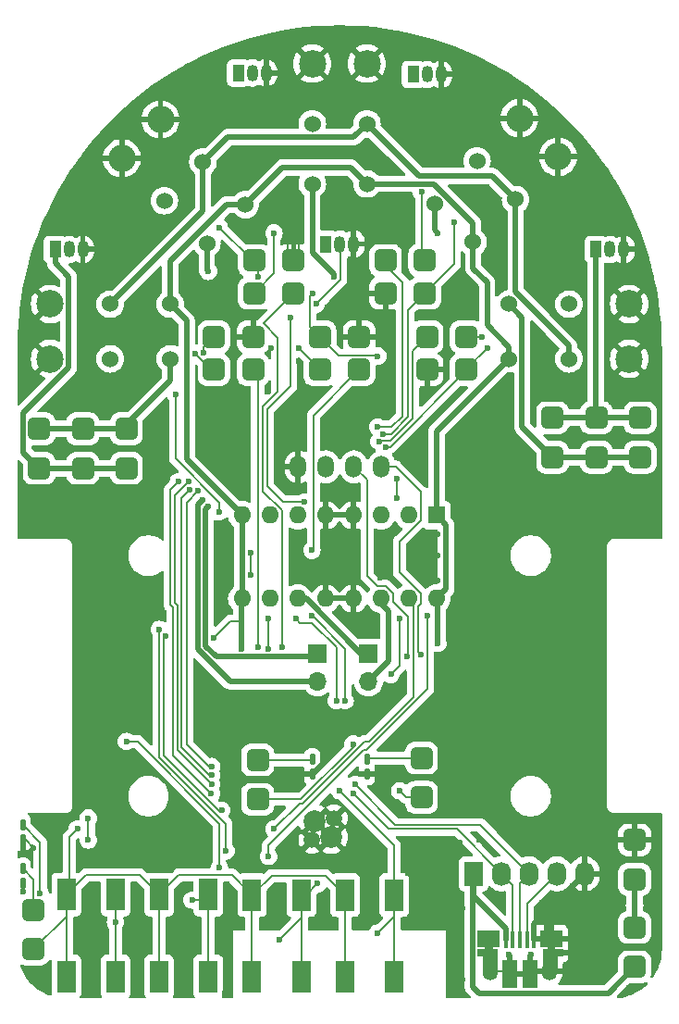
<source format=gtl>
G04 #@! TF.GenerationSoftware,KiCad,Pcbnew,8.0.6-8.0.6-0~ubuntu24.04.1*
G04 #@! TF.CreationDate,2024-10-30T09:28:35+01:00*
G04 #@! TF.ProjectId,micromouse_pcb,6d696372-6f6d-46f7-9573-655f7063622e,rev?*
G04 #@! TF.SameCoordinates,Original*
G04 #@! TF.FileFunction,Copper,L1,Top*
G04 #@! TF.FilePolarity,Positive*
%FSLAX46Y46*%
G04 Gerber Fmt 4.6, Leading zero omitted, Abs format (unit mm)*
G04 Created by KiCad (PCBNEW 8.0.6-8.0.6-0~ubuntu24.04.1) date 2024-10-30 09:28:35*
%MOMM*%
%LPD*%
G01*
G04 APERTURE LIST*
G04 Aperture macros list*
%AMRoundRect*
0 Rectangle with rounded corners*
0 $1 Rounding radius*
0 $2 $3 $4 $5 $6 $7 $8 $9 X,Y pos of 4 corners*
0 Add a 4 corners polygon primitive as box body*
4,1,4,$2,$3,$4,$5,$6,$7,$8,$9,$2,$3,0*
0 Add four circle primitives for the rounded corners*
1,1,$1+$1,$2,$3*
1,1,$1+$1,$4,$5*
1,1,$1+$1,$6,$7*
1,1,$1+$1,$8,$9*
0 Add four rect primitives between the rounded corners*
20,1,$1+$1,$2,$3,$4,$5,0*
20,1,$1+$1,$4,$5,$6,$7,0*
20,1,$1+$1,$6,$7,$8,$9,0*
20,1,$1+$1,$8,$9,$2,$3,0*%
G04 Aperture macros list end*
G04 #@! TA.AperFunction,SMDPad,CuDef*
%ADD10RoundRect,0.125000X0.125000X-0.375000X0.125000X0.375000X-0.125000X0.375000X-0.125000X-0.375000X0*%
G04 #@! TD*
G04 #@! TA.AperFunction,ComponentPad*
%ADD11C,1.524000*%
G04 #@! TD*
G04 #@! TA.AperFunction,ComponentPad*
%ADD12C,2.500000*%
G04 #@! TD*
G04 #@! TA.AperFunction,SMDPad,CuDef*
%ADD13RoundRect,0.384616X-0.615384X0.615384X-0.615384X-0.615384X0.615384X-0.615384X0.615384X0.615384X0*%
G04 #@! TD*
G04 #@! TA.AperFunction,SMDPad,CuDef*
%ADD14RoundRect,0.384616X0.615384X-0.615384X0.615384X0.615384X-0.615384X0.615384X-0.615384X-0.615384X0*%
G04 #@! TD*
G04 #@! TA.AperFunction,SMDPad,CuDef*
%ADD15RoundRect,0.384616X-0.615384X-0.615384X0.615384X-0.615384X0.615384X0.615384X-0.615384X0.615384X0*%
G04 #@! TD*
G04 #@! TA.AperFunction,ComponentPad*
%ADD16R,1.050000X1.500000*%
G04 #@! TD*
G04 #@! TA.AperFunction,ComponentPad*
%ADD17O,1.050000X1.500000*%
G04 #@! TD*
G04 #@! TA.AperFunction,ComponentPad*
%ADD18O,1.524000X2.000000*%
G04 #@! TD*
G04 #@! TA.AperFunction,SMDPad,CuDef*
%ADD19RoundRect,0.384616X0.615384X0.615384X-0.615384X0.615384X-0.615384X-0.615384X0.615384X-0.615384X0*%
G04 #@! TD*
G04 #@! TA.AperFunction,ComponentPad*
%ADD20R,1.600000X1.600000*%
G04 #@! TD*
G04 #@! TA.AperFunction,ComponentPad*
%ADD21O,1.600000X1.600000*%
G04 #@! TD*
G04 #@! TA.AperFunction,SMDPad,CuDef*
%ADD22R,0.400000X1.650000*%
G04 #@! TD*
G04 #@! TA.AperFunction,SMDPad,CuDef*
%ADD23R,1.825000X0.700000*%
G04 #@! TD*
G04 #@! TA.AperFunction,SMDPad,CuDef*
%ADD24R,2.000000X1.500000*%
G04 #@! TD*
G04 #@! TA.AperFunction,SMDPad,CuDef*
%ADD25R,1.350000X2.000000*%
G04 #@! TD*
G04 #@! TA.AperFunction,ComponentPad*
%ADD26O,1.350000X1.700000*%
G04 #@! TD*
G04 #@! TA.AperFunction,ComponentPad*
%ADD27O,1.100000X1.500000*%
G04 #@! TD*
G04 #@! TA.AperFunction,SMDPad,CuDef*
%ADD28R,1.430000X2.500000*%
G04 #@! TD*
G04 #@! TA.AperFunction,ComponentPad*
%ADD29R,1.700000X2.200000*%
G04 #@! TD*
G04 #@! TA.AperFunction,ComponentPad*
%ADD30O,1.700000X2.200000*%
G04 #@! TD*
G04 #@! TA.AperFunction,ComponentPad*
%ADD31O,1.700000X1.700000*%
G04 #@! TD*
G04 #@! TA.AperFunction,ComponentPad*
%ADD32R,1.700000X1.700000*%
G04 #@! TD*
G04 #@! TA.AperFunction,SMDPad,CuDef*
%ADD33R,1.700000X3.000000*%
G04 #@! TD*
G04 #@! TA.AperFunction,HeatsinkPad*
%ADD34C,1.500000*%
G04 #@! TD*
G04 #@! TA.AperFunction,HeatsinkPad*
%ADD35C,2.000000*%
G04 #@! TD*
G04 #@! TA.AperFunction,ViaPad*
%ADD36C,0.600000*%
G04 #@! TD*
G04 #@! TA.AperFunction,Conductor*
%ADD37C,0.500000*%
G04 #@! TD*
G04 #@! TA.AperFunction,Conductor*
%ADD38C,0.200000*%
G04 #@! TD*
G04 APERTURE END LIST*
D10*
X152500000Y-129000000D03*
X152500000Y-127600000D03*
D11*
X165500000Y-91000000D03*
X165500000Y-86000000D03*
X171000000Y-91000000D03*
X171000000Y-86000000D03*
D12*
X176500000Y-91000000D03*
X176500000Y-86000000D03*
D13*
X130500000Y-97400000D03*
X130500000Y-101000000D03*
D14*
X177000000Y-146600000D03*
X177000000Y-143000000D03*
D15*
X148200000Y-92000000D03*
X151800000Y-92000000D03*
D16*
X140730000Y-64860000D03*
D17*
X142000000Y-64860000D03*
X143270000Y-64860000D03*
D16*
X148730000Y-80500000D03*
D17*
X150000000Y-80500000D03*
X151270000Y-80500000D03*
D15*
X154200000Y-85000000D03*
X157800000Y-85000000D03*
D16*
X156730000Y-65000000D03*
D17*
X158000000Y-65000000D03*
X159270000Y-65000000D03*
D11*
X134500000Y-86000000D03*
X134500000Y-91000000D03*
X129000000Y-86000000D03*
X129000000Y-91000000D03*
D12*
X123500000Y-86000000D03*
X123500000Y-91000000D03*
D10*
X147500000Y-129000000D03*
X147500000Y-127600000D03*
D18*
X146220000Y-100875000D03*
X148760000Y-100875000D03*
X151300000Y-100875000D03*
X153840000Y-100875000D03*
D11*
X152500000Y-75000000D03*
X147500000Y-75000000D03*
X152500000Y-69500000D03*
X147500000Y-69500000D03*
D12*
X152500000Y-64000000D03*
X147500000Y-64000000D03*
D13*
X122500000Y-97400000D03*
X122500000Y-101000000D03*
D19*
X145800000Y-82000000D03*
X142200000Y-82000000D03*
D11*
X162221825Y-80313708D03*
X158686291Y-76778174D03*
X166110912Y-76424621D03*
X162575378Y-72889087D03*
D12*
X170000000Y-72535533D03*
X166464466Y-69000000D03*
D20*
X158875000Y-105300000D03*
D21*
X156335000Y-105300000D03*
X153795000Y-105300000D03*
X151255000Y-105300000D03*
X148715000Y-105300000D03*
X146175000Y-105300000D03*
X143635000Y-105300000D03*
X141095000Y-105300000D03*
X141095000Y-112920000D03*
X143635000Y-112920000D03*
X146175000Y-112920000D03*
X148715000Y-112920000D03*
X151255000Y-112920000D03*
X153795000Y-112920000D03*
X156335000Y-112920000D03*
X158875000Y-112920000D03*
D22*
X165210000Y-144125000D03*
X165860000Y-144125000D03*
X166510000Y-144125000D03*
X167160000Y-144125000D03*
X167810000Y-144125000D03*
D23*
X163560000Y-145325000D03*
D24*
X163660000Y-144025000D03*
D25*
X163780000Y-146075000D03*
D26*
X163780000Y-147005000D03*
D27*
X164090000Y-144005000D03*
D28*
X165550000Y-147275000D03*
X167470000Y-147275000D03*
D27*
X168930000Y-144005000D03*
D26*
X169240000Y-147005000D03*
D25*
X169260000Y-146075000D03*
D24*
X169410000Y-144005000D03*
D23*
X169510000Y-145325000D03*
D19*
X157800000Y-82000000D03*
X154200000Y-82000000D03*
D14*
X173500000Y-100000000D03*
X173500000Y-96400000D03*
X177500000Y-100000000D03*
X177500000Y-96400000D03*
D10*
X121000000Y-139000000D03*
X121000000Y-137600000D03*
D16*
X123960000Y-81000000D03*
D17*
X125230000Y-81000000D03*
X126500000Y-81000000D03*
D14*
X169500000Y-100000000D03*
X169500000Y-96400000D03*
D16*
X173460000Y-81000000D03*
D17*
X174730000Y-81000000D03*
X176000000Y-81000000D03*
D10*
X121000000Y-135000000D03*
X121000000Y-133600000D03*
D29*
X162275000Y-138100000D03*
D30*
X164815000Y-138100000D03*
X167355000Y-138100000D03*
X169895000Y-138100000D03*
X172435000Y-138100000D03*
D14*
X177000000Y-138600000D03*
X177000000Y-135000000D03*
D31*
X148000000Y-120500000D03*
D32*
X148000000Y-117960000D03*
D14*
X142500000Y-131275000D03*
X142500000Y-127675000D03*
D15*
X142200000Y-85000000D03*
X145800000Y-85000000D03*
D14*
X157500000Y-131100000D03*
X157500000Y-127500000D03*
D19*
X151800000Y-89000000D03*
X148200000Y-89000000D03*
X161600000Y-89000000D03*
X158000000Y-89000000D03*
D13*
X126500000Y-97400000D03*
X126500000Y-101000000D03*
D33*
X150490000Y-140050000D03*
X150490000Y-147550000D03*
X154990000Y-140050000D03*
X154990000Y-147550000D03*
D15*
X158000000Y-92000000D03*
X161600000Y-92000000D03*
D33*
X133490000Y-140000000D03*
X133490000Y-147500000D03*
X137990000Y-140000000D03*
X137990000Y-147500000D03*
D15*
X138500000Y-92000000D03*
X142100000Y-92000000D03*
D33*
X141990000Y-140050000D03*
X141990000Y-147550000D03*
X146490000Y-140050000D03*
X146490000Y-147550000D03*
D14*
X122000000Y-145000000D03*
X122000000Y-141400000D03*
D32*
X152650000Y-117960000D03*
D31*
X152650000Y-120500000D03*
D19*
X142100000Y-89000000D03*
X138500000Y-89000000D03*
D33*
X124990000Y-140000000D03*
X124990000Y-147500000D03*
X129490000Y-140000000D03*
X129490000Y-147500000D03*
D11*
X141389087Y-76889087D03*
X137853553Y-80424621D03*
X137500000Y-73000000D03*
X133964466Y-76535534D03*
D12*
X133610912Y-69110912D03*
X130075379Y-72646446D03*
D34*
X147485000Y-135010000D03*
D35*
X147735000Y-133260000D03*
X149235000Y-134760000D03*
D34*
X149485000Y-133010000D03*
D36*
X127000000Y-135000000D03*
X159000000Y-117000000D03*
X138500000Y-116500000D03*
X177000000Y-141000000D03*
X141000000Y-117500000D03*
X127000000Y-133000000D03*
X161000000Y-75500000D03*
X139500000Y-121750000D03*
X144250000Y-100250000D03*
X159250000Y-122000000D03*
X168000000Y-78500000D03*
X127000000Y-75750000D03*
X164500000Y-127000000D03*
X139000000Y-127250000D03*
X161000000Y-111000000D03*
X144250000Y-96500000D03*
X132250000Y-91000000D03*
X176500000Y-148500000D03*
X173750000Y-131000000D03*
X172000000Y-121500000D03*
X146000000Y-67250000D03*
X136250000Y-137000000D03*
X137250000Y-125500000D03*
X162750000Y-135000000D03*
X160500000Y-101500000D03*
X167250000Y-99750000D03*
X159000000Y-109000000D03*
X127000000Y-148000000D03*
X154500000Y-126250000D03*
X131250000Y-115500000D03*
X148750000Y-107250000D03*
X178250000Y-94250000D03*
X136000000Y-83000000D03*
X141250000Y-68500000D03*
X138250000Y-86000000D03*
X164250000Y-67000000D03*
X146250000Y-91250000D03*
X132250000Y-128500000D03*
X161250000Y-123500000D03*
X172250000Y-94250000D03*
X136250000Y-139250000D03*
X126250000Y-136500000D03*
X159750000Y-86250000D03*
X134250000Y-78750000D03*
X179000000Y-145250000D03*
X161250000Y-147750000D03*
X169000000Y-115250000D03*
X127250000Y-107750000D03*
X165500000Y-145500000D03*
X148750000Y-140500000D03*
X146250000Y-72000000D03*
X161000000Y-109250000D03*
X159750000Y-72750000D03*
X163250000Y-77500000D03*
X145250000Y-80000000D03*
X162000000Y-65000000D03*
X172500000Y-146500000D03*
X154000000Y-94250000D03*
X127250000Y-127500000D03*
X139500000Y-149000000D03*
X169750000Y-102500000D03*
X146750000Y-94000000D03*
X167500000Y-145500000D03*
X136500000Y-65750000D03*
X168500000Y-89750000D03*
X174000000Y-144750000D03*
X161000000Y-104000000D03*
X133500000Y-103000000D03*
X139000000Y-114250000D03*
X126500000Y-92250000D03*
X145250000Y-125500000D03*
X127000000Y-85250000D03*
X145250000Y-129000000D03*
X172750000Y-109500000D03*
X177750000Y-102750000D03*
X167750000Y-120500000D03*
X159750000Y-90250000D03*
X159000000Y-107000000D03*
X136250000Y-134500000D03*
X140500000Y-74250000D03*
X150000000Y-125750000D03*
X155250000Y-76500000D03*
X160750000Y-116750000D03*
X127500000Y-115500000D03*
X131750000Y-135250000D03*
X139750000Y-81000000D03*
X133000000Y-84500000D03*
X154250000Y-128500000D03*
X145250000Y-137000000D03*
X148750000Y-111000000D03*
X124500000Y-95500000D03*
X169500000Y-134750000D03*
X135000000Y-131250000D03*
X146250000Y-80000000D03*
X130500000Y-82500000D03*
X168500000Y-140750000D03*
X168500000Y-94250000D03*
X157500000Y-101250000D03*
X143500000Y-94000000D03*
X139250000Y-108250000D03*
X137250000Y-98750000D03*
X132000000Y-87750000D03*
X122000000Y-135750000D03*
X122750000Y-147500000D03*
X154250000Y-131000000D03*
X149750000Y-78500000D03*
X127500000Y-142000000D03*
X124000000Y-136000000D03*
X151750000Y-84000000D03*
X149750000Y-75000000D03*
X161000000Y-135250000D03*
X152750000Y-141000000D03*
X173000000Y-102500000D03*
X157500000Y-98250000D03*
X156500000Y-108000000D03*
X144250000Y-102000000D03*
X169250000Y-126750000D03*
X159000000Y-111250000D03*
X172500000Y-141500000D03*
X129750000Y-95500000D03*
X156250000Y-135500000D03*
X139500000Y-145250000D03*
X153750000Y-111000000D03*
X144500000Y-122000000D03*
X175250000Y-94000000D03*
X121000000Y-139750000D03*
X146250000Y-108250000D03*
X156500000Y-110250000D03*
X138750000Y-76000000D03*
X151250000Y-134000000D03*
X148250000Y-137000000D03*
X146250000Y-111000000D03*
X171750000Y-88000000D03*
X144250000Y-140500000D03*
X131000000Y-77000000D03*
X174250000Y-134750000D03*
X138000000Y-98000000D03*
X140000000Y-83750000D03*
X167750000Y-122250000D03*
X173250000Y-73750000D03*
X121750000Y-88750000D03*
X161000000Y-107500000D03*
X133750000Y-96000000D03*
X142750000Y-72250000D03*
X161000000Y-114500000D03*
X146500000Y-96750000D03*
X125750000Y-132750000D03*
X152500000Y-114250000D03*
X145750000Y-74750000D03*
X121000000Y-135750000D03*
X173500000Y-126750000D03*
X165000000Y-94000000D03*
X137250000Y-122250000D03*
X143750000Y-90000000D03*
X155500000Y-80000000D03*
X165000000Y-84000000D03*
X135500000Y-75000000D03*
X164750000Y-140750000D03*
X167750000Y-104750000D03*
X140500000Y-102250000D03*
X152750000Y-137500000D03*
X152750000Y-72500000D03*
X161250000Y-141250000D03*
X153750000Y-107250000D03*
X160500000Y-98500000D03*
X168000000Y-84750000D03*
X150000000Y-61750000D03*
X156250000Y-138000000D03*
X161250000Y-132500000D03*
X144250000Y-132250000D03*
X141250000Y-100500000D03*
X123000000Y-105000000D03*
X131750000Y-140500000D03*
X128500000Y-132500000D03*
X126000000Y-134000000D03*
X130500000Y-126000000D03*
X139000000Y-137500000D03*
X122600000Y-139900000D03*
X157435000Y-118065000D03*
X156150000Y-118250000D03*
X143500000Y-114750000D03*
X139000000Y-105000000D03*
X141900000Y-108750000D03*
X141900000Y-110750000D03*
X135000000Y-94250000D03*
X137574266Y-90475737D03*
X143500000Y-117500000D03*
X142500000Y-83500000D03*
X146750000Y-104100000D03*
X139000000Y-79000000D03*
X146000000Y-114750000D03*
X149699997Y-122250000D03*
X145500000Y-87250000D03*
X138000000Y-83000000D03*
X149500000Y-83500000D03*
X147500000Y-85000000D03*
X155250000Y-102000000D03*
X154700000Y-119850192D03*
X153500000Y-90750000D03*
X155500000Y-114750000D03*
X155250000Y-103750000D03*
X154012149Y-97864579D03*
X160500000Y-78500000D03*
X138274263Y-129925734D03*
X136174265Y-102174265D03*
X159000000Y-79500000D03*
X163500000Y-90000000D03*
X137070085Y-103051449D03*
X154250000Y-99064579D03*
X138302514Y-128289498D03*
X151400000Y-129920099D03*
X151250000Y-130750000D03*
X138000000Y-104500000D03*
X137434313Y-103934313D03*
X136750000Y-90500000D03*
X144000000Y-79500000D03*
X146250000Y-90000000D03*
X147850000Y-86000000D03*
X157500000Y-75750000D03*
X163009329Y-89005513D03*
X142500000Y-117410000D03*
X144750000Y-117410000D03*
X150500000Y-122250000D03*
X147469669Y-114530331D03*
X147469669Y-108500000D03*
X138250000Y-130750000D03*
X153500000Y-97250000D03*
X135250000Y-102250000D03*
X138286397Y-129089338D03*
X153604851Y-98559364D03*
X136274450Y-102967970D03*
X151233578Y-126233578D03*
X155500000Y-130500000D03*
X129490000Y-142500000D03*
X136500000Y-140500000D03*
X144500000Y-144100000D03*
X148000000Y-139000000D03*
X153500000Y-143520000D03*
X150000000Y-130500000D03*
X144000000Y-134000000D03*
X139207108Y-132292892D03*
X134100000Y-116315687D03*
X133500000Y-115750000D03*
X139600000Y-136000000D03*
X143500000Y-136500000D03*
X158035000Y-114500000D03*
D37*
X141095000Y-105300000D02*
X136000000Y-100205000D01*
X159750000Y-112045000D02*
X159750000Y-106175000D01*
X159000000Y-117000000D02*
X159000000Y-113045000D01*
X158875000Y-112920000D02*
X159750000Y-112045000D01*
X158875000Y-105300000D02*
X158875000Y-97625000D01*
X165500000Y-91000000D02*
X165500000Y-89922370D01*
X134500000Y-86000000D02*
X134500000Y-82064147D01*
X151000000Y-73500000D02*
X152500000Y-75000000D01*
X141000000Y-113015000D02*
X141095000Y-112920000D01*
X136000000Y-87500000D02*
X134500000Y-86000000D01*
X162221825Y-82721825D02*
X162221825Y-80313708D01*
X159750000Y-106175000D02*
X158875000Y-105300000D01*
X141000000Y-115000000D02*
X141000000Y-113015000D01*
X144778174Y-73500000D02*
X151000000Y-73500000D01*
D38*
X138500000Y-116500000D02*
X140000000Y-115000000D01*
D37*
X141000000Y-117500000D02*
X141000000Y-115000000D01*
X158875000Y-97625000D02*
X165500000Y-91000000D01*
X134500000Y-82064147D02*
X139675060Y-76889087D01*
X158622144Y-75000000D02*
X152500000Y-75000000D01*
X139675060Y-76889087D02*
X141389087Y-76889087D01*
X136000000Y-100205000D02*
X136000000Y-87500000D01*
X165500000Y-89922370D02*
X163500000Y-87922370D01*
X163500000Y-87922370D02*
X163500000Y-84000000D01*
X141095000Y-112920000D02*
X141095000Y-105300000D01*
X162221825Y-78599681D02*
X158622144Y-75000000D01*
X162221825Y-80313708D02*
X162221825Y-78599681D01*
D38*
X127000000Y-135000000D02*
X127000000Y-133000000D01*
D37*
X177000000Y-143000000D02*
X177000000Y-141000000D01*
X177000000Y-141000000D02*
X177000000Y-138600000D01*
D38*
X140000000Y-115000000D02*
X141000000Y-115000000D01*
D37*
X159000000Y-113045000D02*
X158875000Y-112920000D01*
X163500000Y-84000000D02*
X162221825Y-82721825D01*
X141389087Y-76889087D02*
X144778174Y-73500000D01*
X167810000Y-142725000D02*
X172435000Y-138100000D01*
X169240000Y-147005000D02*
X167740000Y-147005000D01*
D38*
X165280000Y-147005000D02*
X165550000Y-147275000D01*
X146250000Y-80000000D02*
X146250000Y-81550000D01*
D37*
X165550000Y-147275000D02*
X165550000Y-145550000D01*
D38*
X145250000Y-81450000D02*
X145800000Y-82000000D01*
X146250000Y-81550000D02*
X145800000Y-82000000D01*
D37*
X150000000Y-125750000D02*
X150000000Y-126500000D01*
D38*
X164090000Y-144005000D02*
X163680000Y-144005000D01*
X163780000Y-147005000D02*
X163780000Y-146075000D01*
D37*
X165550000Y-145550000D02*
X165500000Y-145500000D01*
D38*
X121250000Y-135000000D02*
X122000000Y-135750000D01*
X145250000Y-80000000D02*
X145250000Y-81450000D01*
X163780000Y-147005000D02*
X165280000Y-147005000D01*
D37*
X167740000Y-147005000D02*
X167470000Y-147275000D01*
D38*
X163680000Y-144005000D02*
X163660000Y-144025000D01*
D37*
X150000000Y-126500000D02*
X147500000Y-129000000D01*
D38*
X121000000Y-135000000D02*
X121250000Y-135000000D01*
D37*
X167470000Y-145530000D02*
X167500000Y-145500000D01*
D38*
X121000000Y-135750000D02*
X121000000Y-135000000D01*
D37*
X167470000Y-147275000D02*
X167470000Y-145530000D01*
X167810000Y-144125000D02*
X167810000Y-142725000D01*
D38*
X125245000Y-139745000D02*
X125245000Y-134755000D01*
D37*
X171000000Y-89785973D02*
X166110912Y-84896885D01*
D38*
X148690000Y-138250000D02*
X150490000Y-140050000D01*
D37*
X157300000Y-74300000D02*
X152500000Y-69500000D01*
D38*
X124990000Y-140000000D02*
X126790000Y-138200000D01*
D37*
X163986291Y-74300000D02*
X157300000Y-74300000D01*
X166110912Y-84896885D02*
X166110912Y-76424621D01*
D38*
X143790000Y-138250000D02*
X148690000Y-138250000D01*
D37*
X137500000Y-77500000D02*
X129000000Y-86000000D01*
D38*
X140140000Y-138200000D02*
X141990000Y-140050000D01*
D37*
X171000000Y-91000000D02*
X171000000Y-89785973D01*
D38*
X141990000Y-140050000D02*
X143790000Y-138250000D01*
D37*
X151288000Y-70712000D02*
X139788000Y-70712000D01*
X139788000Y-70712000D02*
X137500000Y-73000000D01*
D38*
X124990000Y-142010000D02*
X124990000Y-140000000D01*
X126790000Y-138200000D02*
X131690000Y-138200000D01*
X135290000Y-138200000D02*
X140140000Y-138200000D01*
D37*
X137500000Y-73000000D02*
X137500000Y-77500000D01*
D38*
X150490000Y-147550000D02*
X150490000Y-140050000D01*
X124990000Y-147500000D02*
X124990000Y-140000000D01*
D37*
X166110912Y-76424621D02*
X163986291Y-74300000D01*
X152500000Y-69500000D02*
X151288000Y-70712000D01*
D38*
X141990000Y-147550000D02*
X141990000Y-140050000D01*
X133490000Y-140000000D02*
X135290000Y-138200000D01*
X133490000Y-147500000D02*
X133490000Y-140000000D01*
X125245000Y-134755000D02*
X126000000Y-134000000D01*
X124990000Y-140000000D02*
X125245000Y-139745000D01*
X131690000Y-138200000D02*
X133490000Y-140000000D01*
X122000000Y-145000000D02*
X124990000Y-142010000D01*
X139000000Y-133500000D02*
X139000000Y-137500000D01*
X130500000Y-126000000D02*
X131500000Y-126000000D01*
X131500000Y-126000000D02*
X139000000Y-133500000D01*
X122600000Y-139900000D02*
X122600000Y-135200000D01*
X122600000Y-135200000D02*
X121000000Y-133600000D01*
X122000000Y-141400000D02*
X122000000Y-138600000D01*
X122000000Y-138600000D02*
X121000000Y-137600000D01*
X147425000Y-127675000D02*
X147500000Y-127600000D01*
X142500000Y-127675000D02*
X147425000Y-127675000D01*
X152600000Y-127500000D02*
X152500000Y-127600000D01*
X157500000Y-127500000D02*
X152600000Y-127500000D01*
X155500000Y-110529365D02*
X155500000Y-107690635D01*
X157435000Y-118065000D02*
X157150000Y-117780000D01*
X155125000Y-100875000D02*
X153840000Y-100875000D01*
X157435000Y-105755635D02*
X157435000Y-103185000D01*
X155500000Y-107690635D02*
X157435000Y-105755635D01*
X157435000Y-103185000D02*
X155125000Y-100875000D01*
X157435000Y-113375635D02*
X157435000Y-112464365D01*
X157150000Y-113660635D02*
X157435000Y-113375635D01*
X157435000Y-112464365D02*
X155500000Y-110529365D01*
X157150000Y-117780000D02*
X157150000Y-113660635D01*
X156250000Y-118150000D02*
X156250000Y-114597183D01*
X154250635Y-111820000D02*
X153472817Y-111820000D01*
X156250000Y-114597183D02*
X154895000Y-113242183D01*
X152500000Y-110847183D02*
X152500000Y-102075000D01*
X153472817Y-111820000D02*
X152500000Y-110847183D01*
X156150000Y-118250000D02*
X156250000Y-118150000D01*
X154895000Y-112464365D02*
X154250635Y-111820000D01*
X154895000Y-113242183D02*
X154895000Y-112464365D01*
X152500000Y-102075000D02*
X151300000Y-100875000D01*
D37*
X165210000Y-143100000D02*
X162275000Y-140165000D01*
X162275000Y-140165000D02*
X162275000Y-138100000D01*
X162197500Y-138177500D02*
X162197500Y-148447500D01*
X162197500Y-148447500D02*
X162750000Y-149000000D01*
X162750000Y-149000000D02*
X174600000Y-149000000D01*
X174600000Y-149000000D02*
X177000000Y-146600000D01*
X162275000Y-138100000D02*
X162197500Y-138177500D01*
X165210000Y-144125000D02*
X165210000Y-143100000D01*
X130500000Y-97400000D02*
X130500000Y-97000000D01*
X122500000Y-97400000D02*
X126500000Y-97400000D01*
X134500000Y-93000000D02*
X134500000Y-91000000D01*
X130500000Y-97000000D02*
X134500000Y-93000000D01*
X126500000Y-97400000D02*
X130500000Y-97400000D01*
D38*
X137574266Y-90475737D02*
X137574266Y-89925734D01*
X139000000Y-105000000D02*
X139000000Y-104132835D01*
X141900000Y-110750000D02*
X141900000Y-108750000D01*
X135000000Y-100132835D02*
X135000000Y-94250000D01*
X139000000Y-104132835D02*
X135000000Y-100132835D01*
X143500000Y-117500000D02*
X143500000Y-114750000D01*
X137574266Y-89925734D02*
X138500000Y-89000000D01*
X143400000Y-102650000D02*
X144850000Y-104100000D01*
X142500000Y-83500000D02*
X142500000Y-82300000D01*
X145500000Y-93500000D02*
X143400000Y-95600000D01*
X142000000Y-82000000D02*
X139000000Y-79000000D01*
X146380331Y-115130331D02*
X146000000Y-114750000D01*
X149699997Y-122250000D02*
X149699997Y-117359997D01*
X144850000Y-104100000D02*
X146750000Y-104100000D01*
X147470331Y-115130331D02*
X146380331Y-115130331D01*
X143400000Y-95600000D02*
X143400000Y-102650000D01*
X149699997Y-117359997D02*
X147470331Y-115130331D01*
X142200000Y-82000000D02*
X142000000Y-82000000D01*
X145500000Y-87250000D02*
X145500000Y-93500000D01*
X142500000Y-82300000D02*
X142200000Y-82000000D01*
D37*
X137853553Y-82853553D02*
X138000000Y-83000000D01*
X137853553Y-80424621D02*
X137853553Y-82853553D01*
X149500000Y-83500000D02*
X149500000Y-83288906D01*
X147500000Y-81288906D02*
X147500000Y-75000000D01*
X149500000Y-83288906D02*
X147500000Y-81288906D01*
D38*
X147250000Y-85250000D02*
X147250000Y-88050000D01*
X155500000Y-119050192D02*
X155500000Y-114750000D01*
X147500000Y-85000000D02*
X147250000Y-85250000D01*
X149900000Y-90700000D02*
X148200000Y-89000000D01*
X154700000Y-119850192D02*
X155500000Y-119050192D01*
X153500000Y-90750000D02*
X153450000Y-90700000D01*
X155250000Y-103750000D02*
X155250000Y-102000000D01*
X153450000Y-90700000D02*
X149900000Y-90700000D01*
X147250000Y-88050000D02*
X148200000Y-89000000D01*
X154012149Y-97864579D02*
X154701107Y-97864579D01*
X135150000Y-126801471D02*
X138274263Y-129925734D01*
X134900000Y-103448530D02*
X134900000Y-113334314D01*
X135150000Y-113584314D02*
X135150000Y-126801471D01*
X157800000Y-85000000D02*
X160500000Y-82300000D01*
X156250000Y-96315686D02*
X156250000Y-86550000D01*
X134900000Y-113334314D02*
X135150000Y-113584314D01*
X156250000Y-86550000D02*
X157800000Y-85000000D01*
X136174265Y-102174265D02*
X134900000Y-103448530D01*
X160500000Y-82300000D02*
X160500000Y-78500000D01*
X154701107Y-97864579D02*
X156250000Y-96315686D01*
D37*
X158686291Y-76778174D02*
X158686291Y-79186291D01*
X158686291Y-79186291D02*
X159000000Y-79500000D01*
X173500000Y-100000000D02*
X177500000Y-100000000D01*
X169500000Y-100000000D02*
X173500000Y-100000000D01*
X166712000Y-87212000D02*
X165500000Y-86000000D01*
X166712000Y-97212000D02*
X166712000Y-87212000D01*
X169500000Y-100000000D02*
X166712000Y-97212000D01*
D38*
X154250000Y-99064579D02*
X154632479Y-99064579D01*
X154632479Y-99064579D02*
X161600000Y-92097058D01*
X136000000Y-104121534D02*
X137070085Y-103051449D01*
X161600000Y-92097058D02*
X161600000Y-92000000D01*
X161600000Y-92000000D02*
X161600000Y-91900000D01*
X136000000Y-125750000D02*
X136000000Y-104121534D01*
X138302514Y-128289498D02*
X138039498Y-128289498D01*
X138039498Y-128289498D02*
X136000000Y-126250000D01*
X161600000Y-91900000D02*
X163500000Y-90000000D01*
X136000000Y-126250000D02*
X136000000Y-125750000D01*
X166510000Y-144125000D02*
X166510000Y-138945000D01*
X162855000Y-133600000D02*
X155079901Y-133600000D01*
X167355000Y-138100000D02*
X162855000Y-133600000D01*
X166510000Y-138945000D02*
X167355000Y-138100000D01*
X155079901Y-133600000D02*
X151400000Y-129920099D01*
X165860000Y-139145000D02*
X164815000Y-138100000D01*
X151250000Y-130750000D02*
X154500000Y-134000000D01*
X165860000Y-144125000D02*
X165860000Y-139145000D01*
X160715000Y-134000000D02*
X164815000Y-138100000D01*
X154500000Y-134000000D02*
X160715000Y-134000000D01*
X167160000Y-140835000D02*
X169895000Y-138100000D01*
X167160000Y-144125000D02*
X167160000Y-140835000D01*
D37*
X147710000Y-118250000D02*
X138750000Y-118250000D01*
X137750000Y-104750000D02*
X138000000Y-104500000D01*
X148000000Y-117960000D02*
X147710000Y-118250000D01*
X138750000Y-118250000D02*
X137750000Y-117250000D01*
X137750000Y-117250000D02*
X137750000Y-104750000D01*
X137050000Y-117539950D02*
X137050000Y-104318626D01*
X148000000Y-120500000D02*
X140010050Y-120500000D01*
X140010050Y-120500000D02*
X137050000Y-117539950D01*
X137050000Y-104318626D02*
X137434313Y-103934313D01*
X153795000Y-113357500D02*
X153795000Y-112920000D01*
X154500000Y-114062500D02*
X153795000Y-113357500D01*
X154500000Y-118650000D02*
X154500000Y-114062500D01*
X152650000Y-120500000D02*
X154500000Y-118650000D01*
X152650000Y-117960000D02*
X151960000Y-117960000D01*
X151960000Y-117960000D02*
X146920000Y-112920000D01*
X146920000Y-112920000D02*
X146175000Y-112920000D01*
X121050000Y-99550000D02*
X121050000Y-95950000D01*
X121050000Y-95950000D02*
X125200000Y-91800000D01*
X125200000Y-83490000D02*
X123960000Y-82250000D01*
X122500000Y-101000000D02*
X121050000Y-99550000D01*
X123960000Y-82250000D02*
X123960000Y-81000000D01*
X126500000Y-101000000D02*
X130500000Y-101000000D01*
X125200000Y-91800000D02*
X125200000Y-83490000D01*
X122500000Y-101000000D02*
X126500000Y-101000000D01*
D38*
X136750000Y-90500000D02*
X138250000Y-92000000D01*
X138250000Y-92000000D02*
X138500000Y-92000000D01*
X144000000Y-83200000D02*
X144000000Y-79500000D01*
X142200000Y-85000000D02*
X144000000Y-83200000D01*
X147850000Y-86000000D02*
X150100000Y-83750000D01*
X148200000Y-92000000D02*
X148200000Y-91950000D01*
X150100000Y-80600000D02*
X150000000Y-80500000D01*
X148200000Y-91950000D02*
X146250000Y-90000000D01*
X150100000Y-83750000D02*
X150100000Y-80600000D01*
X157500000Y-81700000D02*
X157500000Y-75750000D01*
X157800000Y-82000000D02*
X157500000Y-81700000D01*
D37*
X169500000Y-96400000D02*
X173500000Y-96400000D01*
X173500000Y-96400000D02*
X177500000Y-96400000D01*
X173460000Y-95460000D02*
X173460000Y-81000000D01*
X173500000Y-96400000D02*
X173500000Y-95500000D01*
X173500000Y-95500000D02*
X173460000Y-95460000D01*
D38*
X161600000Y-89000000D02*
X163003816Y-89000000D01*
X163003816Y-89000000D02*
X163009329Y-89005513D01*
X142500000Y-92400000D02*
X142500000Y-117410000D01*
X142100000Y-92000000D02*
X142500000Y-92400000D01*
X144350000Y-93998529D02*
X143000000Y-95348529D01*
X143000000Y-95348529D02*
X143000000Y-103109365D01*
X144350000Y-89051038D02*
X144350000Y-93998529D01*
X143049481Y-87750519D02*
X144350000Y-89051038D01*
X145800000Y-85000000D02*
X143049481Y-87750519D01*
X144750000Y-104859365D02*
X144750000Y-117410000D01*
X143000000Y-103109365D02*
X144750000Y-104859365D01*
X147530331Y-114530331D02*
X150500000Y-117500000D01*
X147469669Y-114530331D02*
X147530331Y-114530331D01*
X147615000Y-108354669D02*
X147615000Y-96185000D01*
X147615000Y-96185000D02*
X151800000Y-92000000D01*
X150500000Y-117500000D02*
X150500000Y-122250000D01*
X147469669Y-108500000D02*
X147615000Y-108354669D01*
X134750000Y-127250000D02*
X138250000Y-130750000D01*
X155750000Y-84000000D02*
X154200000Y-82450000D01*
X134500000Y-113500000D02*
X134750000Y-113750000D01*
X155750000Y-96250000D02*
X155750000Y-84000000D01*
X153500000Y-97250000D02*
X154750000Y-97250000D01*
X134500000Y-103000000D02*
X134500000Y-113500000D01*
X154200000Y-82450000D02*
X154200000Y-82000000D01*
X134750000Y-113750000D02*
X134750000Y-127250000D01*
X135250000Y-102250000D02*
X134500000Y-103000000D01*
X154750000Y-97250000D02*
X155750000Y-96250000D01*
X135550000Y-113300000D02*
X135550000Y-126550000D01*
X153604851Y-98559364D02*
X153731628Y-98432587D01*
X136274450Y-102975550D02*
X135500000Y-103750000D01*
X138089338Y-129089338D02*
X138286397Y-129089338D01*
X154666793Y-98464579D02*
X156700000Y-96431372D01*
X136274450Y-102967970D02*
X136274450Y-102975550D01*
X135500000Y-113250000D02*
X135550000Y-113300000D01*
X156700000Y-96431372D02*
X156700000Y-90300000D01*
X156700000Y-90300000D02*
X158000000Y-89000000D01*
X135550000Y-126550000D02*
X138089338Y-129089338D01*
X153731628Y-98432587D02*
X153763620Y-98464579D01*
X135500000Y-103750000D02*
X135500000Y-113250000D01*
X153763620Y-98464579D02*
X154666793Y-98464579D01*
X146475000Y-131275000D02*
X142500000Y-131275000D01*
X151233578Y-126516422D02*
X146475000Y-131275000D01*
X151233578Y-126233578D02*
X151233578Y-126516422D01*
X156100000Y-131100000D02*
X155500000Y-130500000D01*
X157500000Y-131100000D02*
X156100000Y-131100000D01*
X129490000Y-142500000D02*
X129490000Y-140000000D01*
X129490000Y-147500000D02*
X129490000Y-142500000D01*
X137490000Y-140500000D02*
X137990000Y-140000000D01*
X137990000Y-147500000D02*
X137990000Y-140000000D01*
X136500000Y-140500000D02*
X137490000Y-140500000D01*
X146490000Y-147550000D02*
X146490000Y-140050000D01*
X146950000Y-140050000D02*
X148000000Y-139000000D01*
X146490000Y-142110000D02*
X146490000Y-140050000D01*
X144500000Y-144100000D02*
X146490000Y-142110000D01*
X146490000Y-140050000D02*
X146950000Y-140050000D01*
X154990000Y-135490000D02*
X150000000Y-130500000D01*
X154990000Y-142030000D02*
X154990000Y-140050000D01*
X154990000Y-147550000D02*
X154990000Y-140050000D01*
X153500000Y-143520000D02*
X154990000Y-142030000D01*
X154990000Y-140050000D02*
X154990000Y-135490000D01*
X156750000Y-121924265D02*
X156750000Y-113335000D01*
X144000000Y-134000000D02*
X146325000Y-131675000D01*
X146325000Y-131675000D02*
X146640686Y-131675000D01*
X146640686Y-131675000D02*
X152315686Y-126000000D01*
X156750000Y-113335000D02*
X156335000Y-112920000D01*
X152674265Y-126000000D02*
X156750000Y-121924265D01*
X152315686Y-126000000D02*
X152674265Y-126000000D01*
X134100000Y-116315687D02*
X133900000Y-116515687D01*
X133900000Y-116515687D02*
X133900000Y-127268628D01*
X133900000Y-127268628D02*
X139065686Y-132434314D01*
X139065686Y-132434314D02*
X139207108Y-132292892D01*
X133500000Y-127434314D02*
X139600000Y-133534314D01*
X139600000Y-133534314D02*
X139600000Y-136000000D01*
X133500000Y-115750000D02*
X133500000Y-127434314D01*
X152439950Y-126800000D02*
X152195494Y-126800000D01*
X158035000Y-121204950D02*
X152439950Y-126800000D01*
X143500000Y-135495494D02*
X143500000Y-136500000D01*
X158035000Y-114500000D02*
X158035000Y-121204950D01*
X152195494Y-126800000D02*
X143500000Y-135495494D01*
G04 #@! TA.AperFunction,Conductor*
G36*
X128082539Y-138820185D02*
G01*
X128128294Y-138872989D01*
X128139500Y-138924500D01*
X128139500Y-141547870D01*
X128139501Y-141547876D01*
X128145908Y-141607483D01*
X128196202Y-141742328D01*
X128196206Y-141742335D01*
X128282452Y-141857544D01*
X128282455Y-141857547D01*
X128397664Y-141943793D01*
X128397671Y-141943797D01*
X128442157Y-141960389D01*
X128532517Y-141994091D01*
X128592127Y-142000500D01*
X128641928Y-142000499D01*
X128708965Y-142020182D01*
X128754721Y-142072985D01*
X128764666Y-142142144D01*
X128758970Y-142165453D01*
X128704632Y-142320742D01*
X128704630Y-142320750D01*
X128684435Y-142499996D01*
X128684435Y-142500003D01*
X128704630Y-142679249D01*
X128704631Y-142679254D01*
X128764211Y-142849523D01*
X128860185Y-143002263D01*
X128862445Y-143005097D01*
X128863334Y-143007275D01*
X128863889Y-143008158D01*
X128863734Y-143008255D01*
X128888855Y-143069783D01*
X128889500Y-143082412D01*
X128889500Y-145375500D01*
X128869815Y-145442539D01*
X128817011Y-145488294D01*
X128765501Y-145499500D01*
X128592130Y-145499500D01*
X128592123Y-145499501D01*
X128532516Y-145505908D01*
X128397671Y-145556202D01*
X128397664Y-145556206D01*
X128282455Y-145642452D01*
X128282452Y-145642455D01*
X128196206Y-145757664D01*
X128196202Y-145757671D01*
X128145908Y-145892517D01*
X128140533Y-145942517D01*
X128139501Y-145952123D01*
X128139500Y-145952135D01*
X128139500Y-149047870D01*
X128139501Y-149047876D01*
X128145908Y-149107483D01*
X128196202Y-149242328D01*
X128196204Y-149242331D01*
X128240265Y-149301189D01*
X128264683Y-149366652D01*
X128249832Y-149434925D01*
X128200427Y-149484331D01*
X128140999Y-149499500D01*
X126339001Y-149499500D01*
X126271962Y-149479815D01*
X126226207Y-149427011D01*
X126216263Y-149357853D01*
X126239734Y-149301189D01*
X126283796Y-149242331D01*
X126334091Y-149107483D01*
X126340500Y-149047873D01*
X126340499Y-145952128D01*
X126334091Y-145892517D01*
X126294590Y-145786610D01*
X126283797Y-145757671D01*
X126283793Y-145757664D01*
X126197547Y-145642455D01*
X126197544Y-145642452D01*
X126082335Y-145556206D01*
X126082328Y-145556202D01*
X125947482Y-145505908D01*
X125947483Y-145505908D01*
X125887883Y-145499501D01*
X125887881Y-145499500D01*
X125887873Y-145499500D01*
X125887865Y-145499500D01*
X125714500Y-145499500D01*
X125647461Y-145479815D01*
X125601706Y-145427011D01*
X125590500Y-145375500D01*
X125590500Y-142124499D01*
X125610185Y-142057460D01*
X125662989Y-142011705D01*
X125714500Y-142000499D01*
X125887871Y-142000499D01*
X125887872Y-142000499D01*
X125947483Y-141994091D01*
X126082331Y-141943796D01*
X126197546Y-141857546D01*
X126283796Y-141742331D01*
X126334091Y-141607483D01*
X126340500Y-141547873D01*
X126340499Y-139550096D01*
X126360184Y-139483058D01*
X126376818Y-139462416D01*
X127002416Y-138836819D01*
X127063739Y-138803334D01*
X127090097Y-138800500D01*
X128015500Y-138800500D01*
X128082539Y-138820185D01*
G37*
G04 #@! TD.AperFunction*
G04 #@! TA.AperFunction,Conductor*
G36*
X131456942Y-138820185D02*
G01*
X131477584Y-138836819D01*
X132103181Y-139462416D01*
X132136666Y-139523739D01*
X132139500Y-139550097D01*
X132139500Y-141547870D01*
X132139501Y-141547876D01*
X132145908Y-141607483D01*
X132196202Y-141742328D01*
X132196206Y-141742335D01*
X132282452Y-141857544D01*
X132282455Y-141857547D01*
X132397664Y-141943793D01*
X132397671Y-141943797D01*
X132442157Y-141960389D01*
X132532517Y-141994091D01*
X132592127Y-142000500D01*
X132765500Y-142000499D01*
X132832539Y-142020183D01*
X132878294Y-142072987D01*
X132889500Y-142124499D01*
X132889500Y-145375500D01*
X132869815Y-145442539D01*
X132817011Y-145488294D01*
X132765501Y-145499500D01*
X132592130Y-145499500D01*
X132592123Y-145499501D01*
X132532516Y-145505908D01*
X132397671Y-145556202D01*
X132397664Y-145556206D01*
X132282455Y-145642452D01*
X132282452Y-145642455D01*
X132196206Y-145757664D01*
X132196202Y-145757671D01*
X132145908Y-145892517D01*
X132140533Y-145942517D01*
X132139501Y-145952123D01*
X132139500Y-145952135D01*
X132139500Y-149047870D01*
X132139501Y-149047876D01*
X132145908Y-149107483D01*
X132196202Y-149242328D01*
X132196204Y-149242331D01*
X132240265Y-149301189D01*
X132264683Y-149366652D01*
X132249832Y-149434925D01*
X132200427Y-149484331D01*
X132140999Y-149499500D01*
X130839001Y-149499500D01*
X130771962Y-149479815D01*
X130726207Y-149427011D01*
X130716263Y-149357853D01*
X130739734Y-149301189D01*
X130783796Y-149242331D01*
X130834091Y-149107483D01*
X130840500Y-149047873D01*
X130840499Y-145952128D01*
X130834091Y-145892517D01*
X130794590Y-145786610D01*
X130783797Y-145757671D01*
X130783793Y-145757664D01*
X130697547Y-145642455D01*
X130697544Y-145642452D01*
X130582335Y-145556206D01*
X130582328Y-145556202D01*
X130447482Y-145505908D01*
X130447483Y-145505908D01*
X130387883Y-145499501D01*
X130387881Y-145499500D01*
X130387873Y-145499500D01*
X130387865Y-145499500D01*
X130214500Y-145499500D01*
X130147461Y-145479815D01*
X130101706Y-145427011D01*
X130090500Y-145375500D01*
X130090500Y-143082412D01*
X130110185Y-143015373D01*
X130117555Y-143005097D01*
X130119810Y-143002267D01*
X130119816Y-143002262D01*
X130215789Y-142849522D01*
X130275368Y-142679255D01*
X130279261Y-142644703D01*
X130295565Y-142500003D01*
X130295565Y-142499996D01*
X130275369Y-142320750D01*
X130275366Y-142320737D01*
X130221030Y-142165454D01*
X130217468Y-142095675D01*
X130252196Y-142035048D01*
X130314190Y-142002820D01*
X130338071Y-142000499D01*
X130387871Y-142000499D01*
X130387872Y-142000499D01*
X130447483Y-141994091D01*
X130582331Y-141943796D01*
X130697546Y-141857546D01*
X130783796Y-141742331D01*
X130834091Y-141607483D01*
X130840500Y-141547873D01*
X130840499Y-138924499D01*
X130860184Y-138857461D01*
X130912987Y-138811706D01*
X130964499Y-138800500D01*
X131389903Y-138800500D01*
X131456942Y-138820185D01*
G37*
G04 #@! TD.AperFunction*
G04 #@! TA.AperFunction,Conductor*
G36*
X136582539Y-138820185D02*
G01*
X136628294Y-138872989D01*
X136639500Y-138924500D01*
X136639500Y-139571396D01*
X136619815Y-139638435D01*
X136567011Y-139684190D01*
X136506963Y-139693767D01*
X136506963Y-139694435D01*
X136502776Y-139694435D01*
X136501629Y-139694618D01*
X136500003Y-139694435D01*
X136499996Y-139694435D01*
X136320750Y-139714630D01*
X136320745Y-139714631D01*
X136150476Y-139774211D01*
X135997737Y-139870184D01*
X135870184Y-139997737D01*
X135774211Y-140150476D01*
X135714631Y-140320745D01*
X135714630Y-140320750D01*
X135694435Y-140499996D01*
X135694435Y-140500003D01*
X135714630Y-140679249D01*
X135714631Y-140679254D01*
X135774211Y-140849523D01*
X135868760Y-140999996D01*
X135870184Y-141002262D01*
X135997738Y-141129816D01*
X136150478Y-141225789D01*
X136302266Y-141278902D01*
X136320745Y-141285368D01*
X136320750Y-141285369D01*
X136499996Y-141305565D01*
X136499998Y-141305565D01*
X136499998Y-141305564D01*
X136500000Y-141305565D01*
X136501613Y-141305383D01*
X136502652Y-141305565D01*
X136506964Y-141305565D01*
X136506964Y-141306320D01*
X136570435Y-141317436D01*
X136621816Y-141364784D01*
X136639500Y-141428602D01*
X136639500Y-141547869D01*
X136639501Y-141547876D01*
X136645908Y-141607483D01*
X136696202Y-141742328D01*
X136696206Y-141742335D01*
X136782452Y-141857544D01*
X136782455Y-141857547D01*
X136897664Y-141943793D01*
X136897671Y-141943797D01*
X136942157Y-141960389D01*
X137032517Y-141994091D01*
X137092127Y-142000500D01*
X137265500Y-142000499D01*
X137332539Y-142020183D01*
X137378294Y-142072987D01*
X137389500Y-142124499D01*
X137389500Y-145375500D01*
X137369815Y-145442539D01*
X137317011Y-145488294D01*
X137265501Y-145499500D01*
X137092130Y-145499500D01*
X137092123Y-145499501D01*
X137032516Y-145505908D01*
X136897671Y-145556202D01*
X136897664Y-145556206D01*
X136782455Y-145642452D01*
X136782452Y-145642455D01*
X136696206Y-145757664D01*
X136696202Y-145757671D01*
X136645908Y-145892517D01*
X136640533Y-145942517D01*
X136639501Y-145952123D01*
X136639500Y-145952135D01*
X136639500Y-149047870D01*
X136639501Y-149047876D01*
X136645908Y-149107483D01*
X136696202Y-149242328D01*
X136696204Y-149242331D01*
X136740265Y-149301189D01*
X136764683Y-149366652D01*
X136749832Y-149434925D01*
X136700427Y-149484331D01*
X136640999Y-149499500D01*
X134839001Y-149499500D01*
X134771962Y-149479815D01*
X134726207Y-149427011D01*
X134716263Y-149357853D01*
X134739734Y-149301189D01*
X134783796Y-149242331D01*
X134834091Y-149107483D01*
X134840500Y-149047873D01*
X134840499Y-145952128D01*
X134834091Y-145892517D01*
X134794590Y-145786610D01*
X134783797Y-145757671D01*
X134783793Y-145757664D01*
X134697547Y-145642455D01*
X134697544Y-145642452D01*
X134582335Y-145556206D01*
X134582328Y-145556202D01*
X134447482Y-145505908D01*
X134447483Y-145505908D01*
X134387883Y-145499501D01*
X134387881Y-145499500D01*
X134387873Y-145499500D01*
X134387865Y-145499500D01*
X134214500Y-145499500D01*
X134147461Y-145479815D01*
X134101706Y-145427011D01*
X134090500Y-145375500D01*
X134090500Y-142124499D01*
X134110185Y-142057460D01*
X134162989Y-142011705D01*
X134214500Y-142000499D01*
X134387871Y-142000499D01*
X134387872Y-142000499D01*
X134447483Y-141994091D01*
X134582331Y-141943796D01*
X134697546Y-141857546D01*
X134783796Y-141742331D01*
X134834091Y-141607483D01*
X134840500Y-141547873D01*
X134840499Y-139550096D01*
X134860184Y-139483058D01*
X134876818Y-139462416D01*
X135502416Y-138836819D01*
X135563739Y-138803334D01*
X135590097Y-138800500D01*
X136515500Y-138800500D01*
X136582539Y-138820185D01*
G37*
G04 #@! TD.AperFunction*
G04 #@! TA.AperFunction,Conductor*
G36*
X139906942Y-138820185D02*
G01*
X139927584Y-138836819D01*
X140603181Y-139512416D01*
X140636666Y-139573739D01*
X140639500Y-139600097D01*
X140639500Y-141597870D01*
X140639501Y-141597876D01*
X140645908Y-141657483D01*
X140696202Y-141792328D01*
X140696206Y-141792335D01*
X140782452Y-141907544D01*
X140782455Y-141907547D01*
X140897664Y-141993793D01*
X140897671Y-141993797D01*
X140942618Y-142010561D01*
X141032517Y-142044091D01*
X141092127Y-142050500D01*
X141265500Y-142050499D01*
X141332539Y-142070183D01*
X141378294Y-142122987D01*
X141389500Y-142174499D01*
X141389500Y-143126000D01*
X141369815Y-143193039D01*
X141317011Y-143238794D01*
X141265500Y-143250000D01*
X140250000Y-143250000D01*
X140250000Y-149375500D01*
X140230315Y-149442539D01*
X140177511Y-149488294D01*
X140126000Y-149499500D01*
X139339001Y-149499500D01*
X139271962Y-149479815D01*
X139226207Y-149427011D01*
X139216263Y-149357853D01*
X139239734Y-149301189D01*
X139283796Y-149242331D01*
X139334091Y-149107483D01*
X139340500Y-149047873D01*
X139340499Y-145952128D01*
X139334091Y-145892517D01*
X139294590Y-145786610D01*
X139283797Y-145757671D01*
X139283793Y-145757664D01*
X139197547Y-145642455D01*
X139197544Y-145642452D01*
X139082335Y-145556206D01*
X139082328Y-145556202D01*
X138947482Y-145505908D01*
X138947483Y-145505908D01*
X138887883Y-145499501D01*
X138887881Y-145499500D01*
X138887873Y-145499500D01*
X138887865Y-145499500D01*
X138714500Y-145499500D01*
X138647461Y-145479815D01*
X138601706Y-145427011D01*
X138590500Y-145375500D01*
X138590500Y-142124499D01*
X138610185Y-142057460D01*
X138662989Y-142011705D01*
X138714500Y-142000499D01*
X138887871Y-142000499D01*
X138887872Y-142000499D01*
X138947483Y-141994091D01*
X139082331Y-141943796D01*
X139197546Y-141857546D01*
X139283796Y-141742331D01*
X139334091Y-141607483D01*
X139340500Y-141547873D01*
X139340499Y-138924499D01*
X139360184Y-138857461D01*
X139412987Y-138811706D01*
X139464499Y-138800500D01*
X139839903Y-138800500D01*
X139906942Y-138820185D01*
G37*
G04 #@! TD.AperFunction*
G04 #@! TA.AperFunction,Conductor*
G36*
X160481942Y-134620185D02*
G01*
X160502584Y-134636819D01*
X162153583Y-136287819D01*
X162187068Y-136349142D01*
X162182084Y-136418834D01*
X162140212Y-136474767D01*
X162074748Y-136499184D01*
X162065902Y-136499500D01*
X161377129Y-136499500D01*
X161377123Y-136499501D01*
X161317516Y-136505908D01*
X161182671Y-136556202D01*
X161182664Y-136556206D01*
X161067455Y-136642452D01*
X161067452Y-136642455D01*
X160981206Y-136757664D01*
X160981202Y-136757671D01*
X160930908Y-136892517D01*
X160924501Y-136952116D01*
X160924500Y-136952135D01*
X160924500Y-139247870D01*
X160924501Y-139247876D01*
X160930908Y-139307483D01*
X160981202Y-139442328D01*
X160981206Y-139442335D01*
X161067452Y-139557544D01*
X161067455Y-139557547D01*
X161182664Y-139643793D01*
X161182671Y-139643797D01*
X161317517Y-139694091D01*
X161317515Y-139694091D01*
X161336256Y-139696106D01*
X161400807Y-139722844D01*
X161440655Y-139780237D01*
X161447000Y-139819395D01*
X161447000Y-148521418D01*
X161447000Y-148521420D01*
X161446999Y-148521420D01*
X161475840Y-148666407D01*
X161475843Y-148666417D01*
X161532414Y-148802992D01*
X161565312Y-148852227D01*
X161565313Y-148852230D01*
X161614546Y-148925914D01*
X161614552Y-148925921D01*
X161976451Y-149287819D01*
X162009936Y-149349142D01*
X162004952Y-149418833D01*
X161963081Y-149474767D01*
X161897616Y-149499184D01*
X161888770Y-149499500D01*
X159874000Y-149499500D01*
X159806961Y-149479815D01*
X159761206Y-149427011D01*
X159750000Y-149375500D01*
X159750000Y-143250000D01*
X155714500Y-143250000D01*
X155647461Y-143230315D01*
X155601706Y-143177511D01*
X155590500Y-143126000D01*
X155590500Y-142174499D01*
X155610185Y-142107460D01*
X155662989Y-142061705D01*
X155714500Y-142050499D01*
X155887871Y-142050499D01*
X155887872Y-142050499D01*
X155947483Y-142044091D01*
X156082331Y-141993796D01*
X156197546Y-141907546D01*
X156283796Y-141792331D01*
X156334091Y-141657483D01*
X156340500Y-141597873D01*
X156340499Y-138502128D01*
X156334091Y-138442517D01*
X156315442Y-138392517D01*
X156283797Y-138307671D01*
X156283793Y-138307664D01*
X156197547Y-138192455D01*
X156197544Y-138192452D01*
X156082335Y-138106206D01*
X156082328Y-138106202D01*
X155947482Y-138055908D01*
X155947483Y-138055908D01*
X155887883Y-138049501D01*
X155887881Y-138049500D01*
X155887873Y-138049500D01*
X155887865Y-138049500D01*
X155714500Y-138049500D01*
X155647461Y-138029815D01*
X155601706Y-137977011D01*
X155590500Y-137925500D01*
X155590500Y-135579060D01*
X155590501Y-135579047D01*
X155590501Y-135410944D01*
X155581281Y-135376535D01*
X155549577Y-135258216D01*
X155530934Y-135225925D01*
X155470524Y-135121290D01*
X155470518Y-135121282D01*
X155161417Y-134812181D01*
X155127932Y-134750858D01*
X155132916Y-134681166D01*
X155174788Y-134625233D01*
X155240252Y-134600816D01*
X155249098Y-134600500D01*
X160414903Y-134600500D01*
X160481942Y-134620185D01*
G37*
G04 #@! TD.AperFunction*
G04 #@! TA.AperFunction,Conductor*
G36*
X178145704Y-148019916D02*
G01*
X178185961Y-148077023D01*
X178188953Y-148146828D01*
X178153731Y-148207170D01*
X178152401Y-148208407D01*
X178107557Y-148249500D01*
X177896217Y-148443157D01*
X177887930Y-148450110D01*
X177585105Y-148682476D01*
X177576244Y-148688681D01*
X177254310Y-148893775D01*
X177244942Y-148899183D01*
X176906376Y-149075430D01*
X176896572Y-149080002D01*
X176543921Y-149226075D01*
X176533755Y-149229775D01*
X176169721Y-149344554D01*
X176159272Y-149347354D01*
X175786610Y-149429971D01*
X175775957Y-149431849D01*
X175508836Y-149467016D01*
X175439801Y-149456250D01*
X175387545Y-149409870D01*
X175368660Y-149342601D01*
X175389141Y-149275801D01*
X175404965Y-149256401D01*
X176524548Y-148136819D01*
X176585871Y-148103334D01*
X176612229Y-148100500D01*
X177677320Y-148100500D01*
X177677328Y-148100500D01*
X177754609Y-148094418D01*
X177934328Y-148046262D01*
X178012295Y-148006535D01*
X178080963Y-147993640D01*
X178145704Y-148019916D01*
G37*
G04 #@! TD.AperFunction*
G04 #@! TA.AperFunction,Conductor*
G36*
X123586945Y-145970225D02*
G01*
X123630397Y-146024940D01*
X123639500Y-146071574D01*
X123639500Y-149047870D01*
X123639501Y-149047878D01*
X123645552Y-149104168D01*
X123633145Y-149172927D01*
X123585533Y-149224063D01*
X123517834Y-149241341D01*
X123484976Y-149235681D01*
X123466240Y-149229773D01*
X123456078Y-149226075D01*
X123103427Y-149080002D01*
X123093623Y-149075430D01*
X122755057Y-148899183D01*
X122745689Y-148893775D01*
X122423755Y-148688681D01*
X122414894Y-148682476D01*
X122112069Y-148450110D01*
X122103782Y-148443156D01*
X121822364Y-148185284D01*
X121814715Y-148177635D01*
X121556843Y-147896217D01*
X121549889Y-147887930D01*
X121317523Y-147585105D01*
X121311318Y-147576244D01*
X121106224Y-147254310D01*
X121100816Y-147244942D01*
X121100218Y-147243794D01*
X120924566Y-146906369D01*
X120919997Y-146896572D01*
X120773920Y-146543911D01*
X120770221Y-146533744D01*
X120769721Y-146532161D01*
X120768350Y-146462305D01*
X120804963Y-146402797D01*
X120867936Y-146372529D01*
X120937276Y-146381113D01*
X120944276Y-146384408D01*
X121065672Y-146446262D01*
X121245391Y-146494418D01*
X121322672Y-146500500D01*
X121322680Y-146500500D01*
X122677320Y-146500500D01*
X122677328Y-146500500D01*
X122754609Y-146494418D01*
X122934328Y-146446262D01*
X123100108Y-146361793D01*
X123244703Y-146244703D01*
X123361793Y-146100108D01*
X123405015Y-146015280D01*
X123452989Y-145964484D01*
X123520810Y-145947688D01*
X123586945Y-145970225D01*
G37*
G04 #@! TD.AperFunction*
G04 #@! TA.AperFunction,Conductor*
G36*
X151075128Y-60520139D02*
G01*
X151079608Y-60520303D01*
X152151091Y-60579073D01*
X152155570Y-60579401D01*
X153224156Y-60677262D01*
X153228607Y-60677752D01*
X154155637Y-60796928D01*
X154292929Y-60814578D01*
X154297410Y-60815238D01*
X154577100Y-60861633D01*
X155355957Y-60990832D01*
X155360383Y-60991649D01*
X156411912Y-61205808D01*
X156416241Y-61206772D01*
X157459251Y-61459192D01*
X157463551Y-61460317D01*
X158496625Y-61750655D01*
X158500918Y-61751947D01*
X159522674Y-62079814D01*
X159526895Y-62081254D01*
X160536019Y-62446227D01*
X160540206Y-62447828D01*
X161535349Y-62849422D01*
X161539443Y-62851163D01*
X162519196Y-63288808D01*
X162523268Y-63290716D01*
X163185233Y-63615909D01*
X163486376Y-63763847D01*
X163490405Y-63765918D01*
X164435589Y-64273907D01*
X164439539Y-64276124D01*
X164541832Y-64336016D01*
X165365552Y-64818302D01*
X165369389Y-64820644D01*
X166274950Y-65396259D01*
X166278718Y-65398751D01*
X166741871Y-65717483D01*
X167162700Y-66007088D01*
X167166383Y-66009724D01*
X168027496Y-66649894D01*
X168031081Y-66652662D01*
X168868254Y-67323867D01*
X168871736Y-67326764D01*
X169555499Y-67917263D01*
X169683868Y-68028122D01*
X169687233Y-68031138D01*
X170086732Y-68402465D01*
X170473182Y-68761664D01*
X170476443Y-68764808D01*
X171235191Y-69523556D01*
X171238335Y-69526817D01*
X171781241Y-70110912D01*
X171968854Y-70312758D01*
X171971877Y-70316131D01*
X172673235Y-71128263D01*
X172676132Y-71131745D01*
X173347337Y-71968918D01*
X173350105Y-71972503D01*
X173990275Y-72833616D01*
X173992911Y-72837299D01*
X174601241Y-73721271D01*
X174603740Y-73725049D01*
X175179346Y-74630596D01*
X175181706Y-74634462D01*
X175723875Y-75560460D01*
X175726092Y-75564410D01*
X176234081Y-76509594D01*
X176236152Y-76513623D01*
X176709276Y-77476717D01*
X176711198Y-77480818D01*
X176842254Y-77774211D01*
X177113199Y-78380776D01*
X177148820Y-78460519D01*
X177150587Y-78464677D01*
X177346230Y-78949474D01*
X177552162Y-79459771D01*
X177553780Y-79464002D01*
X177918734Y-80473071D01*
X177920196Y-80477358D01*
X178248045Y-81499059D01*
X178249350Y-81503396D01*
X178451012Y-82220942D01*
X178508747Y-82426376D01*
X178539671Y-82536407D01*
X178540816Y-82540786D01*
X178778180Y-83521585D01*
X178793216Y-83583712D01*
X178794199Y-83588128D01*
X178805682Y-83644505D01*
X179008347Y-84639602D01*
X179009169Y-84644056D01*
X179184761Y-85702589D01*
X179185421Y-85707070D01*
X179322244Y-86771367D01*
X179322739Y-86775869D01*
X179420596Y-87844410D01*
X179420927Y-87848928D01*
X179479695Y-88920368D01*
X179479860Y-88924894D01*
X179493606Y-89677333D01*
X179499400Y-89994553D01*
X179499479Y-89998850D01*
X179499500Y-90001115D01*
X179499500Y-107375500D01*
X179479815Y-107442539D01*
X179427011Y-107488294D01*
X179375500Y-107499500D01*
X174934108Y-107499500D01*
X174806812Y-107533608D01*
X174692686Y-107599500D01*
X174692683Y-107599502D01*
X174599502Y-107692683D01*
X174599500Y-107692686D01*
X174533608Y-107806812D01*
X174516628Y-107870184D01*
X174499500Y-107934108D01*
X174499500Y-131934108D01*
X174499500Y-132065892D01*
X174516554Y-132129539D01*
X174533608Y-132193187D01*
X174550670Y-132222738D01*
X174599500Y-132307314D01*
X174692686Y-132400500D01*
X174806814Y-132466392D01*
X174934108Y-132500500D01*
X179375500Y-132500500D01*
X179442539Y-132520185D01*
X179488294Y-132572989D01*
X179499500Y-132624500D01*
X179499500Y-144997293D01*
X179499382Y-145002702D01*
X179482614Y-145386750D01*
X179481671Y-145397526D01*
X179431849Y-145775957D01*
X179429971Y-145786610D01*
X179347354Y-146159272D01*
X179344554Y-146169721D01*
X179229775Y-146533755D01*
X179226075Y-146543921D01*
X179080002Y-146896572D01*
X179075430Y-146906376D01*
X178899183Y-147244942D01*
X178893775Y-147254310D01*
X178688681Y-147576244D01*
X178682477Y-147585104D01*
X178678108Y-147590798D01*
X178621681Y-147632001D01*
X178551935Y-147636157D01*
X178491014Y-147601946D01*
X178458260Y-147540230D01*
X178459955Y-147483222D01*
X178494418Y-147354609D01*
X178500500Y-147277328D01*
X178500500Y-145922672D01*
X178494418Y-145845391D01*
X178446262Y-145665672D01*
X178361793Y-145499892D01*
X178303248Y-145427594D01*
X178244703Y-145355296D01*
X178155421Y-145282998D01*
X178100108Y-145238207D01*
X177934328Y-145153738D01*
X177830562Y-145125933D01*
X177754606Y-145105581D01*
X177677333Y-145099500D01*
X177677328Y-145099500D01*
X176322672Y-145099500D01*
X176322666Y-145099500D01*
X176245393Y-145105581D01*
X176065672Y-145153738D01*
X175899893Y-145238206D01*
X175755296Y-145355296D01*
X175638206Y-145499893D01*
X175553738Y-145665672D01*
X175505581Y-145845393D01*
X175499500Y-145922666D01*
X175499500Y-146987770D01*
X175479815Y-147054809D01*
X175463181Y-147075451D01*
X174325451Y-148213181D01*
X174264128Y-148246666D01*
X174237770Y-148249500D01*
X170131563Y-148249500D01*
X170064524Y-148229815D01*
X170018769Y-148177011D01*
X170008825Y-148107853D01*
X170037850Y-148044297D01*
X170043882Y-148037819D01*
X170136241Y-147945459D01*
X170136245Y-147945454D01*
X170244947Y-147795837D01*
X170328915Y-147631043D01*
X170328916Y-147631040D01*
X170386066Y-147455147D01*
X170415000Y-147272473D01*
X170415000Y-147255000D01*
X169590000Y-147255000D01*
X169590000Y-146755000D01*
X170435000Y-146755000D01*
X170435000Y-146289130D01*
X170454685Y-146222091D01*
X170507489Y-146176336D01*
X170527706Y-146169407D01*
X170664586Y-146118354D01*
X170664593Y-146118350D01*
X170779687Y-146032190D01*
X170779690Y-146032187D01*
X170865850Y-145917093D01*
X170865854Y-145917086D01*
X170916096Y-145782379D01*
X170916098Y-145782372D01*
X170922499Y-145722844D01*
X170922500Y-145722827D01*
X170922500Y-145575000D01*
X169510000Y-145575000D01*
X169510000Y-146201000D01*
X169490315Y-146268039D01*
X169437511Y-146313794D01*
X169386000Y-146325000D01*
X169134000Y-146325000D01*
X169066961Y-146305315D01*
X169021206Y-146252511D01*
X169010000Y-146201000D01*
X169010000Y-144656000D01*
X169029685Y-144588961D01*
X169082489Y-144543206D01*
X169134000Y-144532000D01*
X169160000Y-144532000D01*
X169160000Y-144434618D01*
X169162618Y-144432000D01*
X169660000Y-144432000D01*
X169669976Y-144441976D01*
X169703039Y-144451685D01*
X169748794Y-144504489D01*
X169760000Y-144556000D01*
X169760000Y-145075000D01*
X170922500Y-145075000D01*
X170922500Y-144927172D01*
X170922499Y-144927155D01*
X170916098Y-144867627D01*
X170914313Y-144860071D01*
X170915189Y-144859863D01*
X170909089Y-144811294D01*
X170909999Y-144802826D01*
X170910000Y-144802820D01*
X170910000Y-144255000D01*
X169660000Y-144255000D01*
X169660000Y-144432000D01*
X169162618Y-144432000D01*
X169190064Y-144404554D01*
X169232851Y-144330445D01*
X169255000Y-144247787D01*
X169255000Y-143762213D01*
X169253067Y-143755000D01*
X169660000Y-143755000D01*
X170910000Y-143755000D01*
X170910000Y-143207172D01*
X170909999Y-143207155D01*
X170903598Y-143147627D01*
X170903596Y-143147620D01*
X170853354Y-143012913D01*
X170853350Y-143012906D01*
X170767190Y-142897812D01*
X170767187Y-142897809D01*
X170652093Y-142811649D01*
X170652086Y-142811645D01*
X170517379Y-142761403D01*
X170517372Y-142761401D01*
X170457844Y-142755000D01*
X169660000Y-142755000D01*
X169660000Y-143755000D01*
X169253067Y-143755000D01*
X169232851Y-143679555D01*
X169190064Y-143605446D01*
X169129554Y-143544936D01*
X169055445Y-143502149D01*
X168972787Y-143480000D01*
X168887213Y-143480000D01*
X168804555Y-143502149D01*
X168730446Y-143544936D01*
X168680000Y-143595382D01*
X168680000Y-142755000D01*
X168362155Y-142755000D01*
X168302627Y-142761401D01*
X168302619Y-142761403D01*
X168192162Y-142802601D01*
X168122470Y-142807585D01*
X168120322Y-142807098D01*
X168117374Y-142806401D01*
X168057844Y-142800000D01*
X168010000Y-142800000D01*
X168010000Y-142960564D01*
X167990315Y-143027603D01*
X167937511Y-143073358D01*
X167868353Y-143083302D01*
X167804797Y-143054277D01*
X167786747Y-143034893D01*
X167785247Y-143032890D01*
X167760818Y-142967430D01*
X167760500Y-142958561D01*
X167760500Y-141135096D01*
X167780185Y-141068057D01*
X167796814Y-141047420D01*
X169224174Y-139620059D01*
X169285495Y-139586576D01*
X169355187Y-139591560D01*
X169368146Y-139597256D01*
X169375681Y-139601095D01*
X169376588Y-139601557D01*
X169578757Y-139667246D01*
X169788713Y-139700500D01*
X169788714Y-139700500D01*
X170001286Y-139700500D01*
X170001287Y-139700500D01*
X170211243Y-139667246D01*
X170413412Y-139601557D01*
X170602816Y-139505051D01*
X170633087Y-139483058D01*
X170774786Y-139380109D01*
X170774788Y-139380106D01*
X170774792Y-139380104D01*
X170925104Y-139229792D01*
X170925106Y-139229788D01*
X170925109Y-139229786D01*
X170992515Y-139137007D01*
X171050051Y-139057816D01*
X171054793Y-139048508D01*
X171102763Y-138997711D01*
X171170583Y-138980911D01*
X171236719Y-139003445D01*
X171275763Y-139048500D01*
X171280377Y-139057555D01*
X171405272Y-139229459D01*
X171405276Y-139229464D01*
X171555535Y-139379723D01*
X171555540Y-139379727D01*
X171727442Y-139504620D01*
X171916782Y-139601095D01*
X172118871Y-139666757D01*
X172185000Y-139677231D01*
X172185000Y-138533012D01*
X172242007Y-138565925D01*
X172369174Y-138600000D01*
X172500826Y-138600000D01*
X172627993Y-138565925D01*
X172685000Y-138533012D01*
X172685000Y-139677230D01*
X172751126Y-139666757D01*
X172751129Y-139666757D01*
X172953217Y-139601095D01*
X173142557Y-139504620D01*
X173314459Y-139379727D01*
X173314464Y-139379723D01*
X173464723Y-139229464D01*
X173464727Y-139229459D01*
X173589620Y-139057557D01*
X173686095Y-138868217D01*
X173751757Y-138666130D01*
X173751757Y-138666127D01*
X173785000Y-138456246D01*
X173785000Y-138350000D01*
X172868012Y-138350000D01*
X172900925Y-138292993D01*
X172935000Y-138165826D01*
X172935000Y-138034174D01*
X172905121Y-137922666D01*
X175499500Y-137922666D01*
X175499500Y-139277333D01*
X175505581Y-139354606D01*
X175516377Y-139394896D01*
X175553738Y-139534328D01*
X175638207Y-139700108D01*
X175658552Y-139725232D01*
X175755296Y-139844703D01*
X175827594Y-139903248D01*
X175899892Y-139961793D01*
X176065672Y-140046262D01*
X176157594Y-140070892D01*
X176217254Y-140107257D01*
X176247783Y-140170104D01*
X176249500Y-140190667D01*
X176249500Y-140700028D01*
X176242542Y-140740982D01*
X176214631Y-140820747D01*
X176194435Y-140999996D01*
X176194435Y-141000003D01*
X176214630Y-141179249D01*
X176214631Y-141179254D01*
X176242542Y-141259017D01*
X176249500Y-141299972D01*
X176249500Y-141409332D01*
X176229815Y-141476371D01*
X176177011Y-141522126D01*
X176157594Y-141529107D01*
X176065672Y-141553737D01*
X175899893Y-141638206D01*
X175755296Y-141755296D01*
X175638206Y-141899893D01*
X175553738Y-142065672D01*
X175505581Y-142245393D01*
X175499500Y-142322666D01*
X175499500Y-143677333D01*
X175505581Y-143754606D01*
X175508689Y-143766206D01*
X175553738Y-143934328D01*
X175638207Y-144100108D01*
X175682998Y-144155421D01*
X175755296Y-144244703D01*
X175827594Y-144303248D01*
X175899892Y-144361793D01*
X176065672Y-144446262D01*
X176245391Y-144494418D01*
X176322672Y-144500500D01*
X176322680Y-144500500D01*
X177677320Y-144500500D01*
X177677328Y-144500500D01*
X177754609Y-144494418D01*
X177934328Y-144446262D01*
X178100108Y-144361793D01*
X178244703Y-144244703D01*
X178361793Y-144100108D01*
X178446262Y-143934328D01*
X178494418Y-143754609D01*
X178500500Y-143677328D01*
X178500500Y-142322672D01*
X178494418Y-142245391D01*
X178446262Y-142065672D01*
X178361793Y-141899892D01*
X178274696Y-141792335D01*
X178244703Y-141755296D01*
X178123912Y-141657483D01*
X178100108Y-141638207D01*
X178020942Y-141597870D01*
X177934327Y-141553737D01*
X177842406Y-141529107D01*
X177782746Y-141492741D01*
X177752217Y-141429894D01*
X177750500Y-141409332D01*
X177750500Y-141299972D01*
X177757458Y-141259017D01*
X177785368Y-141179254D01*
X177785369Y-141179249D01*
X177805565Y-141000003D01*
X177805565Y-140999996D01*
X177785368Y-140820747D01*
X177785368Y-140820745D01*
X177757458Y-140740982D01*
X177750500Y-140700028D01*
X177750500Y-140190667D01*
X177770185Y-140123628D01*
X177822989Y-140077873D01*
X177842402Y-140070893D01*
X177934328Y-140046262D01*
X178100108Y-139961793D01*
X178244703Y-139844703D01*
X178361793Y-139700108D01*
X178446262Y-139534328D01*
X178494418Y-139354609D01*
X178500500Y-139277328D01*
X178500500Y-137922672D01*
X178494418Y-137845391D01*
X178446262Y-137665672D01*
X178361793Y-137499892D01*
X178271468Y-137388349D01*
X178244703Y-137355296D01*
X178155421Y-137282998D01*
X178100108Y-137238207D01*
X177934328Y-137153738D01*
X177830562Y-137125933D01*
X177754606Y-137105581D01*
X177677333Y-137099500D01*
X177677328Y-137099500D01*
X176322672Y-137099500D01*
X176322666Y-137099500D01*
X176245393Y-137105581D01*
X176065672Y-137153738D01*
X175899893Y-137238206D01*
X175755296Y-137355296D01*
X175638206Y-137499893D01*
X175553738Y-137665672D01*
X175505581Y-137845393D01*
X175499500Y-137922666D01*
X172905121Y-137922666D01*
X172900925Y-137907007D01*
X172868012Y-137850000D01*
X173785000Y-137850000D01*
X173785000Y-137743753D01*
X173751757Y-137533872D01*
X173751757Y-137533869D01*
X173686095Y-137331782D01*
X173589620Y-137142442D01*
X173464727Y-136970540D01*
X173464723Y-136970535D01*
X173314464Y-136820276D01*
X173314459Y-136820272D01*
X173142557Y-136695379D01*
X172953215Y-136598903D01*
X172751124Y-136533241D01*
X172685000Y-136522768D01*
X172685000Y-137666988D01*
X172627993Y-137634075D01*
X172500826Y-137600000D01*
X172369174Y-137600000D01*
X172242007Y-137634075D01*
X172185000Y-137666988D01*
X172185000Y-136522768D01*
X172184999Y-136522768D01*
X172118875Y-136533241D01*
X171916784Y-136598903D01*
X171727442Y-136695379D01*
X171555540Y-136820272D01*
X171555535Y-136820276D01*
X171405276Y-136970535D01*
X171405272Y-136970540D01*
X171280378Y-137142443D01*
X171275762Y-137151502D01*
X171227784Y-137202295D01*
X171159963Y-137219087D01*
X171093829Y-137196546D01*
X171054794Y-137151493D01*
X171050051Y-137142184D01*
X171050049Y-137142181D01*
X171050048Y-137142179D01*
X170925109Y-136970213D01*
X170774786Y-136819890D01*
X170602820Y-136694951D01*
X170413414Y-136598444D01*
X170413413Y-136598443D01*
X170413412Y-136598443D01*
X170211243Y-136532754D01*
X170211241Y-136532753D01*
X170211240Y-136532753D01*
X170049957Y-136507208D01*
X170001287Y-136499500D01*
X169788713Y-136499500D01*
X169740042Y-136507208D01*
X169578760Y-136532753D01*
X169376585Y-136598444D01*
X169187179Y-136694951D01*
X169015213Y-136819890D01*
X168864890Y-136970213D01*
X168739949Y-137142182D01*
X168735484Y-137150946D01*
X168687509Y-137201742D01*
X168619688Y-137218536D01*
X168553553Y-137195998D01*
X168514516Y-137150946D01*
X168510050Y-137142182D01*
X168385109Y-136970213D01*
X168234786Y-136819890D01*
X168062820Y-136694951D01*
X167873414Y-136598444D01*
X167873413Y-136598443D01*
X167873412Y-136598443D01*
X167671243Y-136532754D01*
X167671241Y-136532753D01*
X167671240Y-136532753D01*
X167509957Y-136507208D01*
X167461287Y-136499500D01*
X167248713Y-136499500D01*
X167231275Y-136502262D01*
X167038759Y-136532753D01*
X166836588Y-136598442D01*
X166836583Y-136598444D01*
X166828140Y-136602746D01*
X166759470Y-136615637D01*
X166694732Y-136589356D01*
X166684173Y-136579938D01*
X165781542Y-135677307D01*
X175500000Y-135677307D01*
X175506077Y-135754529D01*
X175554205Y-135934148D01*
X175638625Y-136099828D01*
X175638631Y-136099838D01*
X175755651Y-136244348D01*
X175900161Y-136361368D01*
X175900171Y-136361374D01*
X176065851Y-136445794D01*
X176245470Y-136493922D01*
X176322692Y-136499999D01*
X176322706Y-136500000D01*
X176750000Y-136500000D01*
X177250000Y-136500000D01*
X177677294Y-136500000D01*
X177677307Y-136499999D01*
X177754529Y-136493922D01*
X177934148Y-136445794D01*
X178099828Y-136361374D01*
X178099838Y-136361368D01*
X178244348Y-136244348D01*
X178361368Y-136099838D01*
X178361374Y-136099828D01*
X178445794Y-135934148D01*
X178493922Y-135754529D01*
X178499999Y-135677307D01*
X178500000Y-135677294D01*
X178500000Y-135250000D01*
X177250000Y-135250000D01*
X177250000Y-136500000D01*
X176750000Y-136500000D01*
X176750000Y-135250000D01*
X175500000Y-135250000D01*
X175500000Y-135677307D01*
X165781542Y-135677307D01*
X164426927Y-134322692D01*
X175500000Y-134322692D01*
X175500000Y-134750000D01*
X176750000Y-134750000D01*
X177250000Y-134750000D01*
X178500000Y-134750000D01*
X178500000Y-134322705D01*
X178499999Y-134322692D01*
X178493922Y-134245470D01*
X178445794Y-134065851D01*
X178361374Y-133900171D01*
X178361368Y-133900161D01*
X178244348Y-133755651D01*
X178099838Y-133638631D01*
X178099828Y-133638625D01*
X177934148Y-133554205D01*
X177754529Y-133506077D01*
X177677307Y-133500000D01*
X177250000Y-133500000D01*
X177250000Y-134750000D01*
X176750000Y-134750000D01*
X176750000Y-133500000D01*
X176322692Y-133500000D01*
X176245470Y-133506077D01*
X176065851Y-133554205D01*
X175900171Y-133638625D01*
X175900161Y-133638631D01*
X175755651Y-133755651D01*
X175638631Y-133900161D01*
X175638625Y-133900171D01*
X175554205Y-134065851D01*
X175506077Y-134245470D01*
X175500000Y-134322692D01*
X164426927Y-134322692D01*
X163342590Y-133238355D01*
X163342588Y-133238352D01*
X163223717Y-133119481D01*
X163223716Y-133119480D01*
X163136904Y-133069360D01*
X163136904Y-133069359D01*
X163136900Y-133069358D01*
X163086785Y-133040423D01*
X162934057Y-132999499D01*
X162775943Y-132999499D01*
X162768347Y-132999499D01*
X162768331Y-132999500D01*
X155379998Y-132999500D01*
X155312959Y-132979815D01*
X155292317Y-132963181D01*
X152829132Y-130499996D01*
X154694435Y-130499996D01*
X154694435Y-130500003D01*
X154714630Y-130679249D01*
X154714631Y-130679254D01*
X154774211Y-130849523D01*
X154870184Y-131002262D01*
X154997738Y-131129816D01*
X155150478Y-131225789D01*
X155320745Y-131285368D01*
X155407669Y-131295161D01*
X155472080Y-131322226D01*
X155481465Y-131330700D01*
X155615139Y-131464374D01*
X155615149Y-131464385D01*
X155619479Y-131468715D01*
X155619480Y-131468716D01*
X155731284Y-131580520D01*
X155818095Y-131630639D01*
X155818097Y-131630641D01*
X155868212Y-131659576D01*
X155868214Y-131659576D01*
X155868215Y-131659577D01*
X155908212Y-131670294D01*
X155967872Y-131706657D01*
X155998402Y-131769503D01*
X155999737Y-131780339D01*
X156005581Y-131854606D01*
X156005582Y-131854609D01*
X156053738Y-132034328D01*
X156138207Y-132200108D01*
X156182998Y-132255421D01*
X156255296Y-132344703D01*
X156324197Y-132400497D01*
X156399892Y-132461793D01*
X156565672Y-132546262D01*
X156745391Y-132594418D01*
X156822672Y-132600500D01*
X156822680Y-132600500D01*
X158177320Y-132600500D01*
X158177328Y-132600500D01*
X158254609Y-132594418D01*
X158434328Y-132546262D01*
X158600108Y-132461793D01*
X158744703Y-132344703D01*
X158861793Y-132200108D01*
X158946262Y-132034328D01*
X158994418Y-131854609D01*
X159000500Y-131777328D01*
X159000500Y-130878711D01*
X165649500Y-130878711D01*
X165649500Y-131121288D01*
X165681161Y-131361785D01*
X165743947Y-131596104D01*
X165836773Y-131820205D01*
X165836777Y-131820214D01*
X165853921Y-131849908D01*
X165958064Y-132030289D01*
X165958066Y-132030292D01*
X165958067Y-132030293D01*
X166105733Y-132222736D01*
X166105739Y-132222743D01*
X166277256Y-132394260D01*
X166277263Y-132394266D01*
X166365266Y-132461793D01*
X166469711Y-132541936D01*
X166679788Y-132663224D01*
X166903900Y-132756054D01*
X167138211Y-132818838D01*
X167288192Y-132838583D01*
X167378711Y-132850500D01*
X167378712Y-132850500D01*
X167621289Y-132850500D01*
X167669388Y-132844167D01*
X167861789Y-132818838D01*
X168096100Y-132756054D01*
X168320212Y-132663224D01*
X168530289Y-132541936D01*
X168722738Y-132394265D01*
X168894265Y-132222738D01*
X169041936Y-132030289D01*
X169163224Y-131820212D01*
X169256054Y-131596100D01*
X169318838Y-131361789D01*
X169350500Y-131121288D01*
X169350500Y-130878712D01*
X169318838Y-130638211D01*
X169256054Y-130403900D01*
X169163224Y-130179788D01*
X169041936Y-129969711D01*
X168954143Y-129855297D01*
X168894266Y-129777263D01*
X168894260Y-129777256D01*
X168722743Y-129605739D01*
X168722736Y-129605733D01*
X168530293Y-129458067D01*
X168530292Y-129458066D01*
X168530289Y-129458064D01*
X168320212Y-129336776D01*
X168320205Y-129336773D01*
X168096104Y-129243947D01*
X167978944Y-129212554D01*
X167861789Y-129181162D01*
X167861788Y-129181161D01*
X167861785Y-129181161D01*
X167621289Y-129149500D01*
X167621288Y-129149500D01*
X167378712Y-129149500D01*
X167378711Y-129149500D01*
X167138214Y-129181161D01*
X166903895Y-129243947D01*
X166679794Y-129336773D01*
X166679785Y-129336777D01*
X166469706Y-129458067D01*
X166277263Y-129605733D01*
X166277256Y-129605739D01*
X166105739Y-129777256D01*
X166105733Y-129777263D01*
X165958067Y-129969706D01*
X165836777Y-130179785D01*
X165836773Y-130179794D01*
X165743947Y-130403895D01*
X165681161Y-130638214D01*
X165649500Y-130878711D01*
X159000500Y-130878711D01*
X159000500Y-130422672D01*
X158994418Y-130345391D01*
X158946262Y-130165672D01*
X158861793Y-129999892D01*
X158791597Y-129913207D01*
X158744703Y-129855296D01*
X158644926Y-129774500D01*
X158600108Y-129738207D01*
X158434328Y-129653738D01*
X158327768Y-129625185D01*
X158254606Y-129605581D01*
X158177333Y-129599500D01*
X158177328Y-129599500D01*
X156822672Y-129599500D01*
X156822666Y-129599500D01*
X156745393Y-129605581D01*
X156565672Y-129653738D01*
X156399893Y-129738206D01*
X156255296Y-129855297D01*
X156222083Y-129896312D01*
X156164596Y-129936023D01*
X156094765Y-129938351D01*
X156038037Y-129905958D01*
X156002263Y-129870185D01*
X156002262Y-129870184D01*
X155849523Y-129774211D01*
X155679254Y-129714631D01*
X155679249Y-129714630D01*
X155500004Y-129694435D01*
X155499996Y-129694435D01*
X155320750Y-129714630D01*
X155320745Y-129714631D01*
X155150476Y-129774211D01*
X154997737Y-129870184D01*
X154870184Y-129997737D01*
X154774211Y-130150476D01*
X154714631Y-130320745D01*
X154714630Y-130320750D01*
X154694435Y-130499996D01*
X152829132Y-130499996D01*
X152540817Y-130211681D01*
X152507332Y-130150358D01*
X152512316Y-130080666D01*
X152554188Y-130024733D01*
X152619652Y-130000316D01*
X152628498Y-130000000D01*
X152688106Y-130000000D01*
X152688118Y-129999999D01*
X152723547Y-129997211D01*
X152723553Y-129997210D01*
X152875185Y-129953156D01*
X152875188Y-129953155D01*
X153011108Y-129872773D01*
X153011116Y-129872767D01*
X153122767Y-129761116D01*
X153122773Y-129761108D01*
X153203155Y-129625188D01*
X153203156Y-129625185D01*
X153247210Y-129473553D01*
X153247211Y-129473547D01*
X153249999Y-129438118D01*
X153250000Y-129438105D01*
X153250000Y-129250000D01*
X151873876Y-129250000D01*
X151807903Y-129230993D01*
X151749524Y-129194310D01*
X151579254Y-129134730D01*
X151579249Y-129134729D01*
X151400004Y-129114534D01*
X151399996Y-129114534D01*
X151220750Y-129134729D01*
X151220745Y-129134730D01*
X151050476Y-129194310D01*
X150905905Y-129285151D01*
X150838668Y-129304151D01*
X150771833Y-129283783D01*
X150726619Y-129230515D01*
X150717382Y-129161259D01*
X150747053Y-129098003D01*
X150752242Y-129092486D01*
X151589225Y-128255502D01*
X151650548Y-128222018D01*
X151720240Y-128227002D01*
X151776173Y-128268874D01*
X151800590Y-128334338D01*
X151795982Y-128377779D01*
X151752789Y-128526446D01*
X151752788Y-128526452D01*
X151750000Y-128561881D01*
X151750000Y-128750000D01*
X153250000Y-128750000D01*
X153250000Y-128561894D01*
X153249999Y-128561881D01*
X153247211Y-128526452D01*
X153247210Y-128526446D01*
X153203156Y-128374814D01*
X153203154Y-128374809D01*
X153196533Y-128363613D01*
X153179349Y-128295890D01*
X153196532Y-128237370D01*
X153203618Y-128225390D01*
X153206703Y-128214772D01*
X153213928Y-128189905D01*
X153251534Y-128131019D01*
X153315007Y-128101813D01*
X153333004Y-128100500D01*
X155878829Y-128100500D01*
X155945868Y-128120185D01*
X155991623Y-128172989D01*
X156002447Y-128214772D01*
X156005581Y-128254605D01*
X156005581Y-128254608D01*
X156005582Y-128254609D01*
X156053738Y-128434328D01*
X156138207Y-128600108D01*
X156169716Y-128639019D01*
X156255296Y-128744703D01*
X156292844Y-128775108D01*
X156399892Y-128861793D01*
X156565672Y-128946262D01*
X156745391Y-128994418D01*
X156822672Y-129000500D01*
X156822680Y-129000500D01*
X158177320Y-129000500D01*
X158177328Y-129000500D01*
X158254609Y-128994418D01*
X158434328Y-128946262D01*
X158600108Y-128861793D01*
X158744703Y-128744703D01*
X158861793Y-128600108D01*
X158946262Y-128434328D01*
X158994418Y-128254609D01*
X159000500Y-128177328D01*
X159000500Y-126822672D01*
X158994418Y-126745391D01*
X158946262Y-126565672D01*
X158861793Y-126399892D01*
X158791597Y-126313207D01*
X158744703Y-126255296D01*
X158644926Y-126174500D01*
X158600108Y-126138207D01*
X158434328Y-126053738D01*
X158330562Y-126025933D01*
X158254606Y-126005581D01*
X158177333Y-125999500D01*
X158177328Y-125999500D01*
X156822672Y-125999500D01*
X156822666Y-125999500D01*
X156745393Y-126005581D01*
X156565672Y-126053738D01*
X156399893Y-126138206D01*
X156255296Y-126255296D01*
X156138206Y-126399893D01*
X156053738Y-126565672D01*
X156005581Y-126745394D01*
X156002447Y-126785228D01*
X155977564Y-126850517D01*
X155921333Y-126891988D01*
X155878829Y-126899500D01*
X153489047Y-126899500D01*
X153422008Y-126879815D01*
X153376253Y-126827011D01*
X153366309Y-126757853D01*
X153395334Y-126694297D01*
X153401366Y-126687819D01*
X154894750Y-125194435D01*
X158515520Y-121573666D01*
X158594577Y-121436734D01*
X158635501Y-121284007D01*
X158635501Y-121125892D01*
X158635501Y-121118297D01*
X158635500Y-121118279D01*
X158635500Y-117895310D01*
X158655185Y-117828271D01*
X158707989Y-117782516D01*
X158777147Y-117772572D01*
X158800455Y-117778269D01*
X158820737Y-117785366D01*
X158820743Y-117785367D01*
X158820745Y-117785368D01*
X158820746Y-117785368D01*
X158820750Y-117785369D01*
X158999996Y-117805565D01*
X159000000Y-117805565D01*
X159000004Y-117805565D01*
X159179249Y-117785369D01*
X159179252Y-117785368D01*
X159179255Y-117785368D01*
X159349522Y-117725789D01*
X159502262Y-117629816D01*
X159629816Y-117502262D01*
X159725789Y-117349522D01*
X159785368Y-117179255D01*
X159786089Y-117172855D01*
X159805565Y-117000003D01*
X159805565Y-116999996D01*
X159785368Y-116820747D01*
X159785368Y-116820745D01*
X159757458Y-116740982D01*
X159750500Y-116700028D01*
X159750500Y-113935048D01*
X159770185Y-113868009D01*
X159786814Y-113847371D01*
X159875047Y-113759139D01*
X160005568Y-113572734D01*
X160101739Y-113366496D01*
X160160635Y-113146692D01*
X160180468Y-112920000D01*
X160165869Y-112753137D01*
X160179635Y-112684639D01*
X160201713Y-112654653D01*
X160332952Y-112523416D01*
X160401717Y-112420500D01*
X160415084Y-112400495D01*
X160471658Y-112263913D01*
X160500500Y-112118918D01*
X160500500Y-108878711D01*
X165649500Y-108878711D01*
X165649500Y-109121288D01*
X165681161Y-109361785D01*
X165743947Y-109596104D01*
X165836773Y-109820205D01*
X165836776Y-109820212D01*
X165958064Y-110030289D01*
X165958066Y-110030292D01*
X165958067Y-110030293D01*
X166105733Y-110222736D01*
X166105739Y-110222743D01*
X166277256Y-110394260D01*
X166277263Y-110394266D01*
X166350299Y-110450308D01*
X166469711Y-110541936D01*
X166679788Y-110663224D01*
X166903900Y-110756054D01*
X167138211Y-110818838D01*
X167318586Y-110842584D01*
X167378711Y-110850500D01*
X167378712Y-110850500D01*
X167621289Y-110850500D01*
X167669388Y-110844167D01*
X167861789Y-110818838D01*
X168096100Y-110756054D01*
X168320212Y-110663224D01*
X168530289Y-110541936D01*
X168722738Y-110394265D01*
X168894265Y-110222738D01*
X169041936Y-110030289D01*
X169163224Y-109820212D01*
X169256054Y-109596100D01*
X169318838Y-109361789D01*
X169350500Y-109121288D01*
X169350500Y-108878712D01*
X169318838Y-108638211D01*
X169256054Y-108403900D01*
X169163224Y-108179788D01*
X169041936Y-107969711D01*
X168961642Y-107865069D01*
X168894266Y-107777263D01*
X168894260Y-107777256D01*
X168722743Y-107605739D01*
X168722736Y-107605733D01*
X168530293Y-107458067D01*
X168530292Y-107458066D01*
X168530289Y-107458064D01*
X168320212Y-107336776D01*
X168320205Y-107336773D01*
X168096104Y-107243947D01*
X167861785Y-107181161D01*
X167621289Y-107149500D01*
X167621288Y-107149500D01*
X167378712Y-107149500D01*
X167378711Y-107149500D01*
X167138214Y-107181161D01*
X166903895Y-107243947D01*
X166679794Y-107336773D01*
X166679785Y-107336777D01*
X166469706Y-107458067D01*
X166277263Y-107605733D01*
X166277256Y-107605739D01*
X166105739Y-107777256D01*
X166105733Y-107777263D01*
X165958067Y-107969706D01*
X165836777Y-108179785D01*
X165836773Y-108179794D01*
X165743947Y-108403895D01*
X165681161Y-108638214D01*
X165649500Y-108878711D01*
X160500500Y-108878711D01*
X160500500Y-106101082D01*
X160500500Y-106101079D01*
X160471659Y-105956092D01*
X160471658Y-105956091D01*
X160471658Y-105956087D01*
X160446241Y-105894725D01*
X160415086Y-105819508D01*
X160352972Y-105726547D01*
X160352972Y-105726546D01*
X160352970Y-105726545D01*
X160332952Y-105696584D01*
X160211818Y-105575450D01*
X160178333Y-105514127D01*
X160175499Y-105487769D01*
X160175499Y-104452129D01*
X160175498Y-104452123D01*
X160169091Y-104392516D01*
X160118797Y-104257671D01*
X160118793Y-104257664D01*
X160032547Y-104142455D01*
X160032544Y-104142452D01*
X159917335Y-104056206D01*
X159917328Y-104056202D01*
X159782483Y-104005908D01*
X159736243Y-104000937D01*
X159671693Y-103974199D01*
X159631845Y-103916806D01*
X159625500Y-103877648D01*
X159625500Y-97987229D01*
X159645185Y-97920190D01*
X159661814Y-97899553D01*
X165269728Y-92291638D01*
X165331049Y-92258155D01*
X165368211Y-92255793D01*
X165478802Y-92265468D01*
X165499999Y-92267323D01*
X165500000Y-92267323D01*
X165500002Y-92267323D01*
X165555017Y-92262509D01*
X165720068Y-92248070D01*
X165805407Y-92225203D01*
X165875255Y-92226864D01*
X165933118Y-92266026D01*
X165960623Y-92330254D01*
X165961500Y-92344977D01*
X165961500Y-97285918D01*
X165961500Y-97285920D01*
X165961499Y-97285920D01*
X165990340Y-97430907D01*
X165990343Y-97430917D01*
X166046913Y-97567489D01*
X166046914Y-97567491D01*
X166046916Y-97567495D01*
X166057243Y-97582951D01*
X166057244Y-97582954D01*
X166129046Y-97690414D01*
X166129052Y-97690421D01*
X167963181Y-99524548D01*
X167996666Y-99585871D01*
X167999500Y-99612229D01*
X167999500Y-100677333D01*
X168005581Y-100754606D01*
X168025933Y-100830562D01*
X168053738Y-100934328D01*
X168138207Y-101100108D01*
X168145359Y-101108940D01*
X168255296Y-101244703D01*
X168326277Y-101302181D01*
X168399892Y-101361793D01*
X168565672Y-101446262D01*
X168745391Y-101494418D01*
X168822672Y-101500500D01*
X168822680Y-101500500D01*
X170177320Y-101500500D01*
X170177328Y-101500500D01*
X170254609Y-101494418D01*
X170434328Y-101446262D01*
X170600108Y-101361793D01*
X170744703Y-101244703D01*
X170861793Y-101100108D01*
X170946262Y-100934328D01*
X170970893Y-100842406D01*
X171007259Y-100782746D01*
X171070106Y-100752217D01*
X171090668Y-100750500D01*
X171909332Y-100750500D01*
X171976371Y-100770185D01*
X172022126Y-100822989D01*
X172029107Y-100842406D01*
X172053737Y-100934327D01*
X172053738Y-100934328D01*
X172138207Y-101100108D01*
X172145359Y-101108940D01*
X172255296Y-101244703D01*
X172326277Y-101302181D01*
X172399892Y-101361793D01*
X172565672Y-101446262D01*
X172745391Y-101494418D01*
X172822672Y-101500500D01*
X172822680Y-101500500D01*
X174177320Y-101500500D01*
X174177328Y-101500500D01*
X174254609Y-101494418D01*
X174434328Y-101446262D01*
X174600108Y-101361793D01*
X174744703Y-101244703D01*
X174861793Y-101100108D01*
X174946262Y-100934328D01*
X174970893Y-100842406D01*
X175007259Y-100782746D01*
X175070106Y-100752217D01*
X175090668Y-100750500D01*
X175909332Y-100750500D01*
X175976371Y-100770185D01*
X176022126Y-100822989D01*
X176029107Y-100842406D01*
X176053737Y-100934327D01*
X176053738Y-100934328D01*
X176138207Y-101100108D01*
X176145359Y-101108940D01*
X176255296Y-101244703D01*
X176326277Y-101302181D01*
X176399892Y-101361793D01*
X176565672Y-101446262D01*
X176745391Y-101494418D01*
X176822672Y-101500500D01*
X176822680Y-101500500D01*
X178177320Y-101500500D01*
X178177328Y-101500500D01*
X178254609Y-101494418D01*
X178434328Y-101446262D01*
X178600108Y-101361793D01*
X178744703Y-101244703D01*
X178861793Y-101100108D01*
X178946262Y-100934328D01*
X178994418Y-100754609D01*
X179000500Y-100677328D01*
X179000500Y-99322672D01*
X178994418Y-99245391D01*
X178946262Y-99065672D01*
X178861793Y-98899892D01*
X178803248Y-98827594D01*
X178744703Y-98755296D01*
X178655421Y-98682998D01*
X178600108Y-98638207D01*
X178434328Y-98553738D01*
X178330562Y-98525933D01*
X178254606Y-98505581D01*
X178177333Y-98499500D01*
X178177328Y-98499500D01*
X176822672Y-98499500D01*
X176822666Y-98499500D01*
X176745393Y-98505581D01*
X176565672Y-98553738D01*
X176399893Y-98638206D01*
X176255296Y-98755296D01*
X176138206Y-98899893D01*
X176053737Y-99065672D01*
X176029107Y-99157594D01*
X175992741Y-99217254D01*
X175929894Y-99247783D01*
X175909332Y-99249500D01*
X175090668Y-99249500D01*
X175023629Y-99229815D01*
X174977874Y-99177011D01*
X174970893Y-99157594D01*
X174946262Y-99065672D01*
X174925284Y-99024500D01*
X174861793Y-98899892D01*
X174803248Y-98827594D01*
X174744703Y-98755296D01*
X174655421Y-98682998D01*
X174600108Y-98638207D01*
X174434328Y-98553738D01*
X174330562Y-98525933D01*
X174254606Y-98505581D01*
X174177333Y-98499500D01*
X174177328Y-98499500D01*
X172822672Y-98499500D01*
X172822666Y-98499500D01*
X172745393Y-98505581D01*
X172565672Y-98553738D01*
X172399893Y-98638206D01*
X172255296Y-98755296D01*
X172138206Y-98899893D01*
X172053737Y-99065672D01*
X172029107Y-99157594D01*
X171992741Y-99217254D01*
X171929894Y-99247783D01*
X171909332Y-99249500D01*
X171090668Y-99249500D01*
X171023629Y-99229815D01*
X170977874Y-99177011D01*
X170970893Y-99157594D01*
X170946262Y-99065672D01*
X170925284Y-99024500D01*
X170861793Y-98899892D01*
X170803248Y-98827594D01*
X170744703Y-98755296D01*
X170655421Y-98682998D01*
X170600108Y-98638207D01*
X170434328Y-98553738D01*
X170330562Y-98525933D01*
X170254606Y-98505581D01*
X170177333Y-98499500D01*
X170177328Y-98499500D01*
X169112229Y-98499500D01*
X169045190Y-98479815D01*
X169024548Y-98463181D01*
X168668716Y-98107348D01*
X168635231Y-98046025D01*
X168640215Y-97976333D01*
X168682087Y-97920400D01*
X168747551Y-97895983D01*
X168766114Y-97896048D01*
X168822672Y-97900500D01*
X168822680Y-97900500D01*
X170177320Y-97900500D01*
X170177328Y-97900500D01*
X170254609Y-97894418D01*
X170434328Y-97846262D01*
X170600108Y-97761793D01*
X170744703Y-97644703D01*
X170861793Y-97500108D01*
X170946262Y-97334328D01*
X170963631Y-97269508D01*
X170970893Y-97242406D01*
X171007259Y-97182746D01*
X171070106Y-97152217D01*
X171090668Y-97150500D01*
X171909332Y-97150500D01*
X171976371Y-97170185D01*
X172022126Y-97222989D01*
X172029107Y-97242406D01*
X172053737Y-97334327D01*
X172102947Y-97430907D01*
X172138207Y-97500108D01*
X172179482Y-97551079D01*
X172255296Y-97644703D01*
X172311746Y-97690414D01*
X172399892Y-97761793D01*
X172565672Y-97846262D01*
X172745391Y-97894418D01*
X172822672Y-97900500D01*
X172822680Y-97900500D01*
X174177320Y-97900500D01*
X174177328Y-97900500D01*
X174254609Y-97894418D01*
X174434328Y-97846262D01*
X174600108Y-97761793D01*
X174744703Y-97644703D01*
X174861793Y-97500108D01*
X174946262Y-97334328D01*
X174963631Y-97269508D01*
X174970893Y-97242406D01*
X175007259Y-97182746D01*
X175070106Y-97152217D01*
X175090668Y-97150500D01*
X175909332Y-97150500D01*
X175976371Y-97170185D01*
X176022126Y-97222989D01*
X176029107Y-97242406D01*
X176053737Y-97334327D01*
X176102947Y-97430907D01*
X176138207Y-97500108D01*
X176179482Y-97551079D01*
X176255296Y-97644703D01*
X176311746Y-97690414D01*
X176399892Y-97761793D01*
X176565672Y-97846262D01*
X176745391Y-97894418D01*
X176822672Y-97900500D01*
X176822680Y-97900500D01*
X178177320Y-97900500D01*
X178177328Y-97900500D01*
X178254609Y-97894418D01*
X178434328Y-97846262D01*
X178600108Y-97761793D01*
X178744703Y-97644703D01*
X178861793Y-97500108D01*
X178946262Y-97334328D01*
X178994418Y-97154609D01*
X179000500Y-97077328D01*
X179000500Y-95722672D01*
X178994418Y-95645391D01*
X178946262Y-95465672D01*
X178861793Y-95299892D01*
X178791494Y-95213079D01*
X178744703Y-95155296D01*
X178655421Y-95082998D01*
X178600108Y-95038207D01*
X178434328Y-94953738D01*
X178290500Y-94915199D01*
X178254606Y-94905581D01*
X178177333Y-94899500D01*
X178177328Y-94899500D01*
X176822672Y-94899500D01*
X176822666Y-94899500D01*
X176745393Y-94905581D01*
X176565672Y-94953738D01*
X176399893Y-95038206D01*
X176255296Y-95155296D01*
X176138206Y-95299893D01*
X176053737Y-95465672D01*
X176029107Y-95557594D01*
X175992741Y-95617254D01*
X175929894Y-95647783D01*
X175909332Y-95649500D01*
X175090668Y-95649500D01*
X175023629Y-95629815D01*
X174977874Y-95577011D01*
X174970893Y-95557594D01*
X174946262Y-95465672D01*
X174880007Y-95335640D01*
X174861793Y-95299892D01*
X174791494Y-95213079D01*
X174744703Y-95155296D01*
X174655421Y-95082998D01*
X174600108Y-95038207D01*
X174593908Y-95035048D01*
X174434327Y-94953737D01*
X174302406Y-94918389D01*
X174242746Y-94882023D01*
X174212217Y-94819176D01*
X174210500Y-94798614D01*
X174210500Y-90999995D01*
X174745093Y-90999995D01*
X174745093Y-91000004D01*
X174764692Y-91261545D01*
X174764693Y-91261550D01*
X174823058Y-91517270D01*
X174918883Y-91761426D01*
X174918882Y-91761426D01*
X175050027Y-91988573D01*
X175097874Y-92048571D01*
X175637425Y-91509020D01*
X175723249Y-91637463D01*
X175862537Y-91776751D01*
X175990978Y-91862573D01*
X175450830Y-92402720D01*
X175622546Y-92519793D01*
X175622550Y-92519795D01*
X175858854Y-92633594D01*
X175858858Y-92633595D01*
X176109494Y-92710907D01*
X176109500Y-92710909D01*
X176368848Y-92749999D01*
X176368857Y-92750000D01*
X176631143Y-92750000D01*
X176631151Y-92749999D01*
X176890499Y-92710909D01*
X176890505Y-92710907D01*
X177141143Y-92633595D01*
X177377445Y-92519798D01*
X177377447Y-92519797D01*
X177549168Y-92402720D01*
X177009020Y-91862573D01*
X177137463Y-91776751D01*
X177276751Y-91637463D01*
X177362573Y-91509020D01*
X177902125Y-92048572D01*
X177949971Y-91988573D01*
X178081116Y-91761426D01*
X178176941Y-91517270D01*
X178235306Y-91261550D01*
X178235307Y-91261545D01*
X178254907Y-91000004D01*
X178254907Y-90999995D01*
X178235307Y-90738454D01*
X178235306Y-90738449D01*
X178176941Y-90482729D01*
X178081116Y-90238573D01*
X178081117Y-90238573D01*
X177949972Y-90011426D01*
X177902124Y-89951427D01*
X177362573Y-90490978D01*
X177276751Y-90362537D01*
X177137463Y-90223249D01*
X177009020Y-90137426D01*
X177549168Y-89597278D01*
X177377454Y-89480206D01*
X177377445Y-89480201D01*
X177141142Y-89366404D01*
X177141144Y-89366404D01*
X176890505Y-89289092D01*
X176890499Y-89289090D01*
X176631151Y-89250000D01*
X176368848Y-89250000D01*
X176109500Y-89289090D01*
X176109494Y-89289092D01*
X175858858Y-89366404D01*
X175858854Y-89366405D01*
X175622547Y-89480205D01*
X175622539Y-89480210D01*
X175450830Y-89597277D01*
X175990979Y-90137426D01*
X175862537Y-90223249D01*
X175723249Y-90362537D01*
X175637426Y-90490979D01*
X175097874Y-89951427D01*
X175050028Y-90011425D01*
X174918883Y-90238573D01*
X174823058Y-90482729D01*
X174764693Y-90738449D01*
X174764692Y-90738454D01*
X174745093Y-90999995D01*
X174210500Y-90999995D01*
X174210500Y-85999995D01*
X174745093Y-85999995D01*
X174745093Y-86000004D01*
X174764692Y-86261545D01*
X174764693Y-86261550D01*
X174823058Y-86517270D01*
X174918883Y-86761426D01*
X174918882Y-86761426D01*
X175050027Y-86988573D01*
X175097874Y-87048571D01*
X175637425Y-86509020D01*
X175723249Y-86637463D01*
X175862537Y-86776751D01*
X175990978Y-86862573D01*
X175450830Y-87402720D01*
X175622546Y-87519793D01*
X175622550Y-87519795D01*
X175858854Y-87633594D01*
X175858858Y-87633595D01*
X176109494Y-87710907D01*
X176109500Y-87710909D01*
X176368848Y-87749999D01*
X176368857Y-87750000D01*
X176631143Y-87750000D01*
X176631151Y-87749999D01*
X176890499Y-87710909D01*
X176890505Y-87710907D01*
X177141143Y-87633595D01*
X177377445Y-87519798D01*
X177377447Y-87519797D01*
X177549168Y-87402720D01*
X177009020Y-86862573D01*
X177137463Y-86776751D01*
X177276751Y-86637463D01*
X177362573Y-86509020D01*
X177902125Y-87048572D01*
X177949971Y-86988573D01*
X178081116Y-86761426D01*
X178176941Y-86517270D01*
X178235306Y-86261550D01*
X178235307Y-86261545D01*
X178254907Y-86000004D01*
X178254907Y-85999995D01*
X178235307Y-85738454D01*
X178235306Y-85738449D01*
X178176941Y-85482729D01*
X178081116Y-85238573D01*
X178081117Y-85238573D01*
X177949972Y-85011426D01*
X177902124Y-84951427D01*
X177362573Y-85490978D01*
X177276751Y-85362537D01*
X177137463Y-85223249D01*
X177009020Y-85137426D01*
X177549168Y-84597278D01*
X177377454Y-84480206D01*
X177377445Y-84480201D01*
X177141142Y-84366404D01*
X177141144Y-84366404D01*
X176890505Y-84289092D01*
X176890499Y-84289090D01*
X176631151Y-84250000D01*
X176368848Y-84250000D01*
X176109500Y-84289090D01*
X176109494Y-84289092D01*
X175858858Y-84366404D01*
X175858854Y-84366405D01*
X175622547Y-84480205D01*
X175622539Y-84480210D01*
X175450830Y-84597277D01*
X175990979Y-85137426D01*
X175862537Y-85223249D01*
X175723249Y-85362537D01*
X175637426Y-85490979D01*
X175097874Y-84951427D01*
X175050028Y-85011425D01*
X174918883Y-85238573D01*
X174823058Y-85482729D01*
X174764693Y-85738449D01*
X174764692Y-85738454D01*
X174745093Y-85999995D01*
X174210500Y-85999995D01*
X174210500Y-82305388D01*
X174230185Y-82238349D01*
X174282989Y-82192594D01*
X174352147Y-82182650D01*
X174381948Y-82190825D01*
X174430873Y-82211091D01*
X174626483Y-82250000D01*
X174628992Y-82250499D01*
X174628996Y-82250500D01*
X174628997Y-82250500D01*
X174831004Y-82250500D01*
X174831005Y-82250499D01*
X175029127Y-82211091D01*
X175215756Y-82133786D01*
X175296562Y-82079792D01*
X175363234Y-82058917D01*
X175430614Y-82077401D01*
X175434340Y-82079795D01*
X175514479Y-82133343D01*
X175514486Y-82133347D01*
X175701016Y-82210609D01*
X175701025Y-82210612D01*
X175750000Y-82220353D01*
X175750000Y-81365865D01*
X175752383Y-81341671D01*
X175755500Y-81326002D01*
X175755500Y-81285830D01*
X175769745Y-81300075D01*
X175855255Y-81349444D01*
X175950630Y-81375000D01*
X176049370Y-81375000D01*
X176144745Y-81349444D01*
X176230255Y-81300075D01*
X176250000Y-81280330D01*
X176250000Y-82220352D01*
X176298974Y-82210612D01*
X176298983Y-82210609D01*
X176485513Y-82133347D01*
X176485526Y-82133340D01*
X176653399Y-82021170D01*
X176653403Y-82021167D01*
X176796167Y-81878403D01*
X176796170Y-81878399D01*
X176908340Y-81710526D01*
X176908347Y-81710513D01*
X176985609Y-81523983D01*
X176985612Y-81523974D01*
X177024999Y-81325958D01*
X177025000Y-81325955D01*
X177025000Y-81250000D01*
X176280330Y-81250000D01*
X176300075Y-81230255D01*
X176349444Y-81144745D01*
X176375000Y-81049370D01*
X176375000Y-80950630D01*
X176349444Y-80855255D01*
X176300075Y-80769745D01*
X176280330Y-80750000D01*
X177025000Y-80750000D01*
X177025000Y-80674045D01*
X177024999Y-80674041D01*
X176985612Y-80476025D01*
X176985609Y-80476016D01*
X176908347Y-80289486D01*
X176908340Y-80289473D01*
X176796170Y-80121600D01*
X176796167Y-80121596D01*
X176653403Y-79978832D01*
X176653399Y-79978829D01*
X176485526Y-79866659D01*
X176485513Y-79866652D01*
X176298984Y-79789390D01*
X176298977Y-79789388D01*
X176250000Y-79779645D01*
X176250000Y-80719670D01*
X176230255Y-80699925D01*
X176144745Y-80650556D01*
X176049370Y-80625000D01*
X175950630Y-80625000D01*
X175855255Y-80650556D01*
X175769745Y-80699925D01*
X175755500Y-80714170D01*
X175755500Y-80673996D01*
X175755499Y-80673995D01*
X175752383Y-80658326D01*
X175750000Y-80634134D01*
X175750000Y-79779646D01*
X175749999Y-79779645D01*
X175701022Y-79789388D01*
X175701015Y-79789390D01*
X175514481Y-79866654D01*
X175514479Y-79866655D01*
X175434337Y-79920204D01*
X175367660Y-79941081D01*
X175300280Y-79922596D01*
X175296558Y-79920204D01*
X175215754Y-79866212D01*
X175029127Y-79788909D01*
X175029119Y-79788907D01*
X174831007Y-79749500D01*
X174831003Y-79749500D01*
X174628997Y-79749500D01*
X174628992Y-79749500D01*
X174430880Y-79788907D01*
X174430868Y-79788910D01*
X174350198Y-79822325D01*
X174280729Y-79829794D01*
X174235342Y-79810036D01*
X174235114Y-79810454D01*
X174230447Y-79807905D01*
X174228432Y-79807028D01*
X174227331Y-79806204D01*
X174227330Y-79806203D01*
X174227328Y-79806202D01*
X174092482Y-79755908D01*
X174092483Y-79755908D01*
X174032883Y-79749501D01*
X174032881Y-79749500D01*
X174032873Y-79749500D01*
X174032864Y-79749500D01*
X172887129Y-79749500D01*
X172887123Y-79749501D01*
X172827516Y-79755908D01*
X172692671Y-79806202D01*
X172692664Y-79806206D01*
X172577455Y-79892452D01*
X172577452Y-79892455D01*
X172491206Y-80007664D01*
X172491202Y-80007671D01*
X172440908Y-80142517D01*
X172434501Y-80202116D01*
X172434500Y-80202135D01*
X172434500Y-81797870D01*
X172434501Y-81797876D01*
X172440908Y-81857483D01*
X172491202Y-81992328D01*
X172491206Y-81992335D01*
X172577452Y-82107544D01*
X172577453Y-82107545D01*
X172577454Y-82107546D01*
X172659811Y-82169198D01*
X172701682Y-82225131D01*
X172709500Y-82268464D01*
X172709500Y-94820050D01*
X172689815Y-94887089D01*
X172637011Y-94932844D01*
X172617595Y-94939824D01*
X172565675Y-94953736D01*
X172399893Y-95038206D01*
X172255296Y-95155296D01*
X172138206Y-95299893D01*
X172053737Y-95465672D01*
X172029107Y-95557594D01*
X171992741Y-95617254D01*
X171929894Y-95647783D01*
X171909332Y-95649500D01*
X171090668Y-95649500D01*
X171023629Y-95629815D01*
X170977874Y-95577011D01*
X170970893Y-95557594D01*
X170946262Y-95465672D01*
X170880007Y-95335640D01*
X170861793Y-95299892D01*
X170791494Y-95213079D01*
X170744703Y-95155296D01*
X170655421Y-95082998D01*
X170600108Y-95038207D01*
X170434328Y-94953738D01*
X170290500Y-94915199D01*
X170254606Y-94905581D01*
X170177333Y-94899500D01*
X170177328Y-94899500D01*
X168822672Y-94899500D01*
X168822666Y-94899500D01*
X168745393Y-94905581D01*
X168565672Y-94953738D01*
X168399893Y-95038206D01*
X168255296Y-95155296D01*
X168138206Y-95299893D01*
X168053738Y-95465672D01*
X168005581Y-95645393D01*
X167999500Y-95722666D01*
X167999500Y-97077335D01*
X168003950Y-97133874D01*
X167989585Y-97202251D01*
X167940534Y-97252007D01*
X167872369Y-97267346D01*
X167806732Y-97243397D01*
X167792651Y-97231283D01*
X167498819Y-96937451D01*
X167465334Y-96876128D01*
X167462500Y-96849770D01*
X167462500Y-87609202D01*
X167482185Y-87542163D01*
X167534989Y-87496408D01*
X167604147Y-87486464D01*
X167667703Y-87515489D01*
X167674179Y-87521519D01*
X168902659Y-88750000D01*
X170095924Y-89943265D01*
X170129409Y-90004588D01*
X170124425Y-90074280D01*
X170095925Y-90118626D01*
X170029175Y-90185377D01*
X169902466Y-90366338D01*
X169902465Y-90366340D01*
X169809107Y-90566548D01*
X169809104Y-90566554D01*
X169751930Y-90779929D01*
X169751929Y-90779937D01*
X169732677Y-90999997D01*
X169732677Y-91000002D01*
X169751929Y-91220062D01*
X169751930Y-91220070D01*
X169809104Y-91433445D01*
X169809105Y-91433447D01*
X169809106Y-91433450D01*
X169865965Y-91555384D01*
X169902466Y-91633662D01*
X169902468Y-91633666D01*
X170029170Y-91814615D01*
X170029175Y-91814621D01*
X170185378Y-91970824D01*
X170185384Y-91970829D01*
X170366333Y-92097531D01*
X170366335Y-92097532D01*
X170366338Y-92097534D01*
X170566550Y-92190894D01*
X170779932Y-92248070D01*
X170937123Y-92261822D01*
X170999998Y-92267323D01*
X171000000Y-92267323D01*
X171000002Y-92267323D01*
X171055017Y-92262509D01*
X171220068Y-92248070D01*
X171433450Y-92190894D01*
X171633662Y-92097534D01*
X171814620Y-91970826D01*
X171970826Y-91814620D01*
X172097534Y-91633662D01*
X172190894Y-91433450D01*
X172248070Y-91220068D01*
X172267323Y-91000000D01*
X172248070Y-90779932D01*
X172190894Y-90566550D01*
X172097534Y-90366339D01*
X171970826Y-90185380D01*
X171814620Y-90029174D01*
X171814616Y-90029171D01*
X171814610Y-90029166D01*
X171803375Y-90021299D01*
X171759751Y-89966722D01*
X171750500Y-89919726D01*
X171750500Y-89712055D01*
X171745632Y-89687584D01*
X171739352Y-89656013D01*
X171721659Y-89567061D01*
X171693182Y-89498314D01*
X171677609Y-89460716D01*
X171672765Y-89449023D01*
X171665084Y-89430478D01*
X171610205Y-89348346D01*
X171582952Y-89307558D01*
X169246218Y-86970824D01*
X168275391Y-85999997D01*
X169732677Y-85999997D01*
X169732677Y-86000002D01*
X169751929Y-86220062D01*
X169751930Y-86220070D01*
X169809104Y-86433445D01*
X169809105Y-86433447D01*
X169809106Y-86433450D01*
X169896181Y-86620184D01*
X169902466Y-86633662D01*
X169902468Y-86633666D01*
X170029170Y-86814615D01*
X170029175Y-86814621D01*
X170185378Y-86970824D01*
X170185384Y-86970829D01*
X170366333Y-87097531D01*
X170366335Y-87097532D01*
X170366338Y-87097534D01*
X170566550Y-87190894D01*
X170779932Y-87248070D01*
X170937123Y-87261822D01*
X170999998Y-87267323D01*
X171000000Y-87267323D01*
X171000002Y-87267323D01*
X171055017Y-87262509D01*
X171220068Y-87248070D01*
X171433450Y-87190894D01*
X171633662Y-87097534D01*
X171814620Y-86970826D01*
X171970826Y-86814620D01*
X172097534Y-86633662D01*
X172190894Y-86433450D01*
X172248070Y-86220068D01*
X172267323Y-86000000D01*
X172261577Y-85934327D01*
X172258706Y-85901509D01*
X172248070Y-85779932D01*
X172190894Y-85566550D01*
X172097534Y-85366339D01*
X172034180Y-85275859D01*
X171970827Y-85185381D01*
X171899257Y-85113811D01*
X171814620Y-85029174D01*
X171814616Y-85029171D01*
X171814615Y-85029170D01*
X171633666Y-84902468D01*
X171633662Y-84902466D01*
X171572616Y-84874000D01*
X171433450Y-84809106D01*
X171433447Y-84809105D01*
X171433445Y-84809104D01*
X171220070Y-84751930D01*
X171220062Y-84751929D01*
X171000002Y-84732677D01*
X170999998Y-84732677D01*
X170779937Y-84751929D01*
X170779929Y-84751930D01*
X170566554Y-84809104D01*
X170566548Y-84809107D01*
X170366340Y-84902465D01*
X170366338Y-84902466D01*
X170185377Y-85029175D01*
X170029175Y-85185377D01*
X169902466Y-85366338D01*
X169902465Y-85366340D01*
X169809107Y-85566548D01*
X169809104Y-85566554D01*
X169751930Y-85779929D01*
X169751929Y-85779937D01*
X169732677Y-85999997D01*
X168275391Y-85999997D01*
X166897731Y-84622336D01*
X166864246Y-84561013D01*
X166861412Y-84534655D01*
X166861412Y-77504894D01*
X166881097Y-77437855D01*
X166914292Y-77403317D01*
X166925532Y-77395447D01*
X167081738Y-77239241D01*
X167208446Y-77058283D01*
X167301806Y-76858071D01*
X167358982Y-76644689D01*
X167378235Y-76424621D01*
X167358982Y-76204553D01*
X167301806Y-75991171D01*
X167208446Y-75790960D01*
X167143489Y-75698191D01*
X167081739Y-75610002D01*
X167032197Y-75560460D01*
X166925532Y-75453795D01*
X166925528Y-75453792D01*
X166925527Y-75453791D01*
X166744578Y-75327089D01*
X166744574Y-75327087D01*
X166544362Y-75233727D01*
X166544359Y-75233726D01*
X166544357Y-75233725D01*
X166330982Y-75176551D01*
X166330974Y-75176550D01*
X166110914Y-75157298D01*
X166110909Y-75157298D01*
X165979125Y-75168826D01*
X165910625Y-75155059D01*
X165880638Y-75132979D01*
X164464712Y-73717052D01*
X164464705Y-73717046D01*
X164386936Y-73665083D01*
X164386936Y-73665084D01*
X164341786Y-73634916D01*
X164341783Y-73634914D01*
X164341782Y-73634914D01*
X164205208Y-73578343D01*
X164205198Y-73578340D01*
X164060211Y-73549500D01*
X164060209Y-73549500D01*
X163855078Y-73549500D01*
X163788039Y-73529815D01*
X163742284Y-73477011D01*
X163732340Y-73407853D01*
X163742695Y-73373098D01*
X163766272Y-73322537D01*
X163823448Y-73109155D01*
X163838410Y-72938135D01*
X163842701Y-72889089D01*
X163842701Y-72889084D01*
X163833012Y-72778340D01*
X163823448Y-72669019D01*
X163766272Y-72455637D01*
X163686951Y-72285533D01*
X168263828Y-72285533D01*
X169030137Y-72285533D01*
X169000000Y-72437042D01*
X169000000Y-72634024D01*
X169030137Y-72785533D01*
X168263828Y-72785533D01*
X168264694Y-72797084D01*
X168264695Y-72797091D01*
X168323058Y-73052803D01*
X168418883Y-73296959D01*
X168418882Y-73296959D01*
X168550028Y-73524106D01*
X168713562Y-73729172D01*
X168713570Y-73729181D01*
X168905830Y-73907573D01*
X168905832Y-73907574D01*
X169122546Y-74055326D01*
X169122550Y-74055328D01*
X169358854Y-74169127D01*
X169358858Y-74169128D01*
X169609494Y-74246440D01*
X169609502Y-74246442D01*
X169750000Y-74267618D01*
X169750000Y-73505396D01*
X169901509Y-73535533D01*
X170098491Y-73535533D01*
X170250000Y-73505396D01*
X170250000Y-74267617D01*
X170390497Y-74246442D01*
X170390505Y-74246440D01*
X170641143Y-74169128D01*
X170877445Y-74055331D01*
X170877454Y-74055326D01*
X171094167Y-73907574D01*
X171094169Y-73907573D01*
X171286429Y-73729181D01*
X171286437Y-73729172D01*
X171449971Y-73524106D01*
X171581116Y-73296959D01*
X171676941Y-73052803D01*
X171735304Y-72797091D01*
X171735305Y-72797084D01*
X171736172Y-72785533D01*
X170969863Y-72785533D01*
X171000000Y-72634024D01*
X171000000Y-72437042D01*
X170969863Y-72285533D01*
X171736171Y-72285533D01*
X171735305Y-72273981D01*
X171735304Y-72273974D01*
X171676941Y-72018262D01*
X171581116Y-71774106D01*
X171581117Y-71774106D01*
X171449971Y-71546959D01*
X171286437Y-71341893D01*
X171286429Y-71341884D01*
X171094169Y-71163492D01*
X171094167Y-71163491D01*
X170877454Y-71015739D01*
X170877445Y-71015734D01*
X170641142Y-70901937D01*
X170641144Y-70901937D01*
X170390512Y-70824627D01*
X170390506Y-70824626D01*
X170250000Y-70803447D01*
X170250000Y-71565669D01*
X170098491Y-71535533D01*
X169901509Y-71535533D01*
X169750000Y-71565669D01*
X169750000Y-70803447D01*
X169609493Y-70824626D01*
X169609487Y-70824627D01*
X169358858Y-70901937D01*
X169358854Y-70901938D01*
X169122550Y-71015737D01*
X169122546Y-71015739D01*
X168905832Y-71163491D01*
X168905830Y-71163492D01*
X168713570Y-71341884D01*
X168713562Y-71341893D01*
X168550028Y-71546959D01*
X168418883Y-71774106D01*
X168323058Y-72018262D01*
X168264695Y-72273974D01*
X168264694Y-72273981D01*
X168263828Y-72285533D01*
X163686951Y-72285533D01*
X163672912Y-72255426D01*
X163546204Y-72074467D01*
X163389998Y-71918261D01*
X163389994Y-71918258D01*
X163389993Y-71918257D01*
X163209044Y-71791555D01*
X163209040Y-71791553D01*
X163209038Y-71791552D01*
X163008828Y-71698193D01*
X163008825Y-71698192D01*
X163008823Y-71698191D01*
X162795448Y-71641017D01*
X162795440Y-71641016D01*
X162575380Y-71621764D01*
X162575376Y-71621764D01*
X162355315Y-71641016D01*
X162355307Y-71641017D01*
X162141932Y-71698191D01*
X162141926Y-71698194D01*
X161941718Y-71791552D01*
X161941716Y-71791553D01*
X161760755Y-71918262D01*
X161604553Y-72074464D01*
X161477844Y-72255425D01*
X161477843Y-72255427D01*
X161384485Y-72455635D01*
X161384482Y-72455641D01*
X161327308Y-72669016D01*
X161327307Y-72669024D01*
X161308055Y-72889084D01*
X161308055Y-72889089D01*
X161327307Y-73109149D01*
X161327308Y-73109157D01*
X161384482Y-73322532D01*
X161384484Y-73322537D01*
X161408060Y-73373096D01*
X161418552Y-73442172D01*
X161390032Y-73505956D01*
X161331556Y-73544196D01*
X161295678Y-73549500D01*
X157662229Y-73549500D01*
X157595190Y-73529815D01*
X157574548Y-73513181D01*
X153791640Y-69730272D01*
X153758155Y-69668949D01*
X153755793Y-69631785D01*
X153767323Y-69500000D01*
X153748070Y-69279932D01*
X153690894Y-69066550D01*
X153597534Y-68866339D01*
X153516073Y-68750000D01*
X164728294Y-68750000D01*
X165494603Y-68750000D01*
X165464466Y-68901509D01*
X165464466Y-69098491D01*
X165494603Y-69250000D01*
X164728294Y-69250000D01*
X164729160Y-69261551D01*
X164729161Y-69261558D01*
X164787524Y-69517270D01*
X164883349Y-69761426D01*
X164883348Y-69761426D01*
X165014493Y-69988572D01*
X165178028Y-70193639D01*
X165178036Y-70193648D01*
X165370296Y-70372040D01*
X165370298Y-70372041D01*
X165587012Y-70519793D01*
X165587016Y-70519795D01*
X165823320Y-70633594D01*
X165823324Y-70633595D01*
X166073960Y-70710907D01*
X166073968Y-70710909D01*
X166214466Y-70732085D01*
X166214466Y-69969863D01*
X166365975Y-70000000D01*
X166562957Y-70000000D01*
X166714466Y-69969863D01*
X166714466Y-70732084D01*
X166854963Y-70710909D01*
X166854971Y-70710907D01*
X167105609Y-70633595D01*
X167341911Y-70519798D01*
X167341920Y-70519793D01*
X167558633Y-70372041D01*
X167558635Y-70372040D01*
X167750895Y-70193648D01*
X167750903Y-70193639D01*
X167914439Y-69988572D01*
X168045582Y-69761426D01*
X168141407Y-69517270D01*
X168199770Y-69261558D01*
X168199771Y-69261551D01*
X168200638Y-69250000D01*
X167434329Y-69250000D01*
X167464466Y-69098491D01*
X167464466Y-68901509D01*
X167434329Y-68750000D01*
X168200637Y-68750000D01*
X168199771Y-68738448D01*
X168199770Y-68738441D01*
X168141407Y-68482729D01*
X168045582Y-68238573D01*
X168045583Y-68238573D01*
X167914437Y-68011426D01*
X167750903Y-67806360D01*
X167750895Y-67806351D01*
X167558635Y-67627959D01*
X167558633Y-67627958D01*
X167341920Y-67480206D01*
X167341911Y-67480201D01*
X167105608Y-67366404D01*
X167105610Y-67366404D01*
X166854978Y-67289094D01*
X166854972Y-67289093D01*
X166714466Y-67267914D01*
X166714466Y-68030136D01*
X166562957Y-68000000D01*
X166365975Y-68000000D01*
X166214466Y-68030136D01*
X166214466Y-67267914D01*
X166073959Y-67289093D01*
X166073953Y-67289094D01*
X165823324Y-67366404D01*
X165823320Y-67366405D01*
X165587016Y-67480204D01*
X165587012Y-67480206D01*
X165370298Y-67627958D01*
X165370296Y-67627959D01*
X165178036Y-67806351D01*
X165178028Y-67806360D01*
X165014494Y-68011426D01*
X164883349Y-68238573D01*
X164787524Y-68482729D01*
X164729161Y-68738441D01*
X164729160Y-68738448D01*
X164728294Y-68750000D01*
X153516073Y-68750000D01*
X153507984Y-68738448D01*
X153470827Y-68685381D01*
X153422680Y-68637234D01*
X153314620Y-68529174D01*
X153314616Y-68529171D01*
X153314615Y-68529170D01*
X153133666Y-68402468D01*
X153133662Y-68402466D01*
X153133660Y-68402465D01*
X152933450Y-68309106D01*
X152933447Y-68309105D01*
X152933445Y-68309104D01*
X152720070Y-68251930D01*
X152720062Y-68251929D01*
X152500002Y-68232677D01*
X152499998Y-68232677D01*
X152279937Y-68251929D01*
X152279929Y-68251930D01*
X152066554Y-68309104D01*
X152066548Y-68309107D01*
X151866340Y-68402465D01*
X151866338Y-68402466D01*
X151685377Y-68529175D01*
X151529175Y-68685377D01*
X151402466Y-68866338D01*
X151402465Y-68866340D01*
X151309107Y-69066548D01*
X151309104Y-69066554D01*
X151251930Y-69279929D01*
X151251929Y-69279937D01*
X151232677Y-69499997D01*
X151232677Y-69500002D01*
X151244205Y-69631785D01*
X151230438Y-69700285D01*
X151208358Y-69730272D01*
X151013449Y-69925182D01*
X150952129Y-69958666D01*
X150925770Y-69961500D01*
X148844978Y-69961500D01*
X148777939Y-69941815D01*
X148732184Y-69889011D01*
X148722240Y-69819853D01*
X148725201Y-69805414D01*
X148748070Y-69720068D01*
X148767323Y-69500000D01*
X148748070Y-69279932D01*
X148690894Y-69066550D01*
X148597534Y-68866339D01*
X148507984Y-68738448D01*
X148470827Y-68685381D01*
X148422680Y-68637234D01*
X148314620Y-68529174D01*
X148314616Y-68529171D01*
X148314615Y-68529170D01*
X148133666Y-68402468D01*
X148133662Y-68402466D01*
X148133660Y-68402465D01*
X147933450Y-68309106D01*
X147933447Y-68309105D01*
X147933445Y-68309104D01*
X147720070Y-68251930D01*
X147720062Y-68251929D01*
X147500002Y-68232677D01*
X147499998Y-68232677D01*
X147279937Y-68251929D01*
X147279929Y-68251930D01*
X147066554Y-68309104D01*
X147066548Y-68309107D01*
X146866340Y-68402465D01*
X146866338Y-68402466D01*
X146685377Y-68529175D01*
X146529175Y-68685377D01*
X146402466Y-68866338D01*
X146402465Y-68866340D01*
X146309107Y-69066548D01*
X146309104Y-69066554D01*
X146251930Y-69279929D01*
X146251929Y-69279937D01*
X146232677Y-69499997D01*
X146232677Y-69500002D01*
X146249245Y-69689386D01*
X146251930Y-69720068D01*
X146274796Y-69805407D01*
X146273134Y-69875256D01*
X146233972Y-69933119D01*
X146169744Y-69960623D01*
X146155022Y-69961500D01*
X139714076Y-69961500D01*
X139685242Y-69967234D01*
X139685243Y-69967235D01*
X139569093Y-69990339D01*
X139569083Y-69990342D01*
X139489081Y-70023479D01*
X139489082Y-70023480D01*
X139432505Y-70046915D01*
X139350372Y-70101795D01*
X139309585Y-70129047D01*
X139309581Y-70129050D01*
X137730272Y-71708358D01*
X137668949Y-71741843D01*
X137631785Y-71744205D01*
X137500003Y-71732677D01*
X137499998Y-71732677D01*
X137279937Y-71751929D01*
X137279929Y-71751930D01*
X137066554Y-71809104D01*
X137066548Y-71809107D01*
X136866340Y-71902465D01*
X136866338Y-71902466D01*
X136685377Y-72029175D01*
X136529175Y-72185377D01*
X136402466Y-72366338D01*
X136402465Y-72366340D01*
X136309107Y-72566548D01*
X136309104Y-72566554D01*
X136251930Y-72779929D01*
X136251929Y-72779937D01*
X136232677Y-72999997D01*
X136232677Y-73000002D01*
X136251929Y-73220062D01*
X136251930Y-73220070D01*
X136309104Y-73433445D01*
X136309105Y-73433447D01*
X136309106Y-73433450D01*
X136390508Y-73608017D01*
X136402466Y-73633662D01*
X136402468Y-73633666D01*
X136529170Y-73814615D01*
X136529174Y-73814620D01*
X136685380Y-73970826D01*
X136696620Y-73978696D01*
X136740247Y-74033271D01*
X136749500Y-74080273D01*
X136749500Y-77137769D01*
X136729815Y-77204808D01*
X136713181Y-77225450D01*
X129230272Y-84708358D01*
X129168949Y-84741843D01*
X129131785Y-84744205D01*
X129000003Y-84732677D01*
X128999998Y-84732677D01*
X128779937Y-84751929D01*
X128779929Y-84751930D01*
X128566554Y-84809104D01*
X128566548Y-84809107D01*
X128366340Y-84902465D01*
X128366338Y-84902466D01*
X128185377Y-85029175D01*
X128029175Y-85185377D01*
X127902466Y-85366338D01*
X127902465Y-85366340D01*
X127809107Y-85566548D01*
X127809104Y-85566554D01*
X127751930Y-85779929D01*
X127751929Y-85779937D01*
X127732677Y-85999997D01*
X127732677Y-86000002D01*
X127751929Y-86220062D01*
X127751930Y-86220070D01*
X127809104Y-86433445D01*
X127809105Y-86433447D01*
X127809106Y-86433450D01*
X127896181Y-86620184D01*
X127902466Y-86633662D01*
X127902468Y-86633666D01*
X128029170Y-86814615D01*
X128029175Y-86814621D01*
X128185378Y-86970824D01*
X128185384Y-86970829D01*
X128366333Y-87097531D01*
X128366335Y-87097532D01*
X128366338Y-87097534D01*
X128566550Y-87190894D01*
X128779932Y-87248070D01*
X128937123Y-87261822D01*
X128999998Y-87267323D01*
X129000000Y-87267323D01*
X129000002Y-87267323D01*
X129055017Y-87262509D01*
X129220068Y-87248070D01*
X129433450Y-87190894D01*
X129633662Y-87097534D01*
X129814620Y-86970826D01*
X129970826Y-86814620D01*
X130097534Y-86633662D01*
X130190894Y-86433450D01*
X130248070Y-86220068D01*
X130267323Y-86000000D01*
X130255793Y-85868213D01*
X130269559Y-85799715D01*
X130291637Y-85769729D01*
X133537819Y-82523548D01*
X133599142Y-82490063D01*
X133668834Y-82495047D01*
X133724767Y-82536919D01*
X133749184Y-82602383D01*
X133749500Y-82611229D01*
X133749500Y-84919726D01*
X133729815Y-84986765D01*
X133696625Y-85021299D01*
X133685389Y-85029166D01*
X133685382Y-85029172D01*
X133529172Y-85185381D01*
X133402466Y-85366338D01*
X133402465Y-85366340D01*
X133309107Y-85566548D01*
X133309104Y-85566554D01*
X133251930Y-85779929D01*
X133251929Y-85779937D01*
X133232677Y-85999997D01*
X133232677Y-86000002D01*
X133251929Y-86220062D01*
X133251930Y-86220070D01*
X133309104Y-86433445D01*
X133309105Y-86433447D01*
X133309106Y-86433450D01*
X133396181Y-86620184D01*
X133402466Y-86633662D01*
X133402468Y-86633666D01*
X133529170Y-86814615D01*
X133529175Y-86814621D01*
X133685378Y-86970824D01*
X133685384Y-86970829D01*
X133866333Y-87097531D01*
X133866335Y-87097532D01*
X133866338Y-87097534D01*
X134066550Y-87190894D01*
X134279932Y-87248070D01*
X134437123Y-87261822D01*
X134499998Y-87267323D01*
X134500000Y-87267323D01*
X134500001Y-87267323D01*
X134517521Y-87265790D01*
X134631784Y-87255793D01*
X134700283Y-87269559D01*
X134730272Y-87291640D01*
X135213181Y-87774548D01*
X135246666Y-87835871D01*
X135249500Y-87862229D01*
X135249500Y-89761841D01*
X135229815Y-89828880D01*
X135177011Y-89874635D01*
X135107853Y-89884579D01*
X135073096Y-89874223D01*
X134933456Y-89809108D01*
X134933445Y-89809104D01*
X134720070Y-89751930D01*
X134720062Y-89751929D01*
X134500002Y-89732677D01*
X134499998Y-89732677D01*
X134279937Y-89751929D01*
X134279929Y-89751930D01*
X134066554Y-89809104D01*
X134066548Y-89809107D01*
X133866340Y-89902465D01*
X133866338Y-89902466D01*
X133685377Y-90029175D01*
X133529175Y-90185377D01*
X133402466Y-90366338D01*
X133402465Y-90366340D01*
X133309107Y-90566548D01*
X133309104Y-90566554D01*
X133251930Y-90779929D01*
X133251929Y-90779937D01*
X133232677Y-90999997D01*
X133232677Y-91000002D01*
X133251929Y-91220062D01*
X133251930Y-91220070D01*
X133309104Y-91433445D01*
X133309105Y-91433447D01*
X133309106Y-91433450D01*
X133365965Y-91555384D01*
X133402466Y-91633662D01*
X133402468Y-91633666D01*
X133523811Y-91806961D01*
X133529174Y-91814620D01*
X133685380Y-91970826D01*
X133696620Y-91978696D01*
X133740247Y-92033271D01*
X133749500Y-92080273D01*
X133749500Y-92637770D01*
X133729815Y-92704809D01*
X133713181Y-92725451D01*
X130575451Y-95863181D01*
X130514128Y-95896666D01*
X130487770Y-95899500D01*
X129822666Y-95899500D01*
X129745393Y-95905581D01*
X129565672Y-95953738D01*
X129399893Y-96038206D01*
X129255296Y-96155296D01*
X129138206Y-96299893D01*
X129053737Y-96465672D01*
X129029107Y-96557594D01*
X128992741Y-96617254D01*
X128929894Y-96647783D01*
X128909332Y-96649500D01*
X128090668Y-96649500D01*
X128023629Y-96629815D01*
X127977874Y-96577011D01*
X127970893Y-96557594D01*
X127946262Y-96465672D01*
X127911484Y-96397416D01*
X127861793Y-96299892D01*
X127803248Y-96227594D01*
X127744703Y-96155296D01*
X127655421Y-96082998D01*
X127600108Y-96038207D01*
X127434328Y-95953738D01*
X127330562Y-95925933D01*
X127254606Y-95905581D01*
X127177333Y-95899500D01*
X127177328Y-95899500D01*
X125822672Y-95899500D01*
X125822666Y-95899500D01*
X125745393Y-95905581D01*
X125565672Y-95953738D01*
X125399893Y-96038206D01*
X125255296Y-96155296D01*
X125138206Y-96299893D01*
X125053737Y-96465672D01*
X125029107Y-96557594D01*
X124992741Y-96617254D01*
X124929894Y-96647783D01*
X124909332Y-96649500D01*
X124090668Y-96649500D01*
X124023629Y-96629815D01*
X123977874Y-96577011D01*
X123970893Y-96557594D01*
X123946262Y-96465672D01*
X123911484Y-96397416D01*
X123861793Y-96299892D01*
X123803248Y-96227594D01*
X123744703Y-96155296D01*
X123655421Y-96082998D01*
X123600108Y-96038207D01*
X123434328Y-95953738D01*
X123330562Y-95925933D01*
X123254606Y-95905581D01*
X123177333Y-95899500D01*
X123177328Y-95899500D01*
X122461230Y-95899500D01*
X122394191Y-95879815D01*
X122348436Y-95827011D01*
X122338492Y-95757853D01*
X122367517Y-95694297D01*
X122373549Y-95687819D01*
X125782948Y-92278419D01*
X125782947Y-92278419D01*
X125782951Y-92278416D01*
X125865084Y-92155495D01*
X125921658Y-92018913D01*
X125950500Y-91873918D01*
X125950500Y-91726083D01*
X125950500Y-90999997D01*
X127732677Y-90999997D01*
X127732677Y-91000002D01*
X127751929Y-91220062D01*
X127751930Y-91220070D01*
X127809104Y-91433445D01*
X127809105Y-91433447D01*
X127809106Y-91433450D01*
X127865965Y-91555384D01*
X127902466Y-91633662D01*
X127902468Y-91633666D01*
X128029170Y-91814615D01*
X128029175Y-91814621D01*
X128185378Y-91970824D01*
X128185384Y-91970829D01*
X128366333Y-92097531D01*
X128366335Y-92097532D01*
X128366338Y-92097534D01*
X128566550Y-92190894D01*
X128779932Y-92248070D01*
X128937123Y-92261822D01*
X128999998Y-92267323D01*
X129000000Y-92267323D01*
X129000002Y-92267323D01*
X129055017Y-92262509D01*
X129220068Y-92248070D01*
X129433450Y-92190894D01*
X129633662Y-92097534D01*
X129814620Y-91970826D01*
X129970826Y-91814620D01*
X130097534Y-91633662D01*
X130190894Y-91433450D01*
X130248070Y-91220068D01*
X130267323Y-91000000D01*
X130248070Y-90779932D01*
X130190894Y-90566550D01*
X130097534Y-90366339D01*
X129970826Y-90185380D01*
X129814620Y-90029174D01*
X129814616Y-90029171D01*
X129814615Y-90029170D01*
X129633666Y-89902468D01*
X129633662Y-89902466D01*
X129633660Y-89902465D01*
X129433450Y-89809106D01*
X129433447Y-89809105D01*
X129433445Y-89809104D01*
X129220070Y-89751930D01*
X129220062Y-89751929D01*
X129000002Y-89732677D01*
X128999998Y-89732677D01*
X128779937Y-89751929D01*
X128779929Y-89751930D01*
X128566554Y-89809104D01*
X128566548Y-89809107D01*
X128366340Y-89902465D01*
X128366338Y-89902466D01*
X128185377Y-90029175D01*
X128029175Y-90185377D01*
X127902466Y-90366338D01*
X127902465Y-90366340D01*
X127809107Y-90566548D01*
X127809104Y-90566554D01*
X127751930Y-90779929D01*
X127751929Y-90779937D01*
X127732677Y-90999997D01*
X125950500Y-90999997D01*
X125950500Y-83416082D01*
X125950500Y-83416079D01*
X125921659Y-83271092D01*
X125921658Y-83271091D01*
X125921658Y-83271087D01*
X125865084Y-83134505D01*
X125826874Y-83077319D01*
X125826874Y-83077318D01*
X125782950Y-83011581D01*
X125782947Y-83011578D01*
X125233549Y-82462181D01*
X125200064Y-82400858D01*
X125205048Y-82331167D01*
X125246919Y-82275233D01*
X125312384Y-82250816D01*
X125321230Y-82250500D01*
X125331004Y-82250500D01*
X125331005Y-82250499D01*
X125529127Y-82211091D01*
X125715756Y-82133786D01*
X125796562Y-82079792D01*
X125863234Y-82058917D01*
X125930614Y-82077401D01*
X125934340Y-82079795D01*
X126014479Y-82133343D01*
X126014486Y-82133347D01*
X126201016Y-82210609D01*
X126201025Y-82210612D01*
X126250000Y-82220353D01*
X126250000Y-81365865D01*
X126252383Y-81341671D01*
X126255500Y-81326002D01*
X126255500Y-81285830D01*
X126269745Y-81300075D01*
X126355255Y-81349444D01*
X126450630Y-81375000D01*
X126549370Y-81375000D01*
X126644745Y-81349444D01*
X126730255Y-81300075D01*
X126750000Y-81280330D01*
X126750000Y-82220352D01*
X126798974Y-82210612D01*
X126798983Y-82210609D01*
X126985513Y-82133347D01*
X126985526Y-82133340D01*
X127153399Y-82021170D01*
X127153403Y-82021167D01*
X127296167Y-81878403D01*
X127296170Y-81878399D01*
X127408340Y-81710526D01*
X127408347Y-81710513D01*
X127485609Y-81523983D01*
X127485612Y-81523974D01*
X127524999Y-81325958D01*
X127525000Y-81325955D01*
X127525000Y-81250000D01*
X126780330Y-81250000D01*
X126800075Y-81230255D01*
X126849444Y-81144745D01*
X126875000Y-81049370D01*
X126875000Y-80950630D01*
X126849444Y-80855255D01*
X126800075Y-80769745D01*
X126780330Y-80750000D01*
X127525000Y-80750000D01*
X127525000Y-80674045D01*
X127524999Y-80674041D01*
X127485612Y-80476025D01*
X127485609Y-80476016D01*
X127408347Y-80289486D01*
X127408340Y-80289473D01*
X127296170Y-80121600D01*
X127296167Y-80121596D01*
X127153403Y-79978832D01*
X127153399Y-79978829D01*
X126985526Y-79866659D01*
X126985513Y-79866652D01*
X126798984Y-79789390D01*
X126798977Y-79789388D01*
X126750000Y-79779645D01*
X126750000Y-80719670D01*
X126730255Y-80699925D01*
X126644745Y-80650556D01*
X126549370Y-80625000D01*
X126450630Y-80625000D01*
X126355255Y-80650556D01*
X126269745Y-80699925D01*
X126255500Y-80714170D01*
X126255500Y-80673996D01*
X126255499Y-80673995D01*
X126252383Y-80658326D01*
X126250000Y-80634134D01*
X126250000Y-79779646D01*
X126249999Y-79779645D01*
X126201022Y-79789388D01*
X126201015Y-79789390D01*
X126014481Y-79866654D01*
X126014479Y-79866655D01*
X125934337Y-79920204D01*
X125867660Y-79941081D01*
X125800280Y-79922596D01*
X125796558Y-79920204D01*
X125715754Y-79866212D01*
X125529127Y-79788909D01*
X125529119Y-79788907D01*
X125331007Y-79749500D01*
X125331003Y-79749500D01*
X125128997Y-79749500D01*
X125128992Y-79749500D01*
X124930880Y-79788907D01*
X124930868Y-79788910D01*
X124850198Y-79822325D01*
X124780729Y-79829794D01*
X124735342Y-79810036D01*
X124735114Y-79810454D01*
X124730447Y-79807905D01*
X124728432Y-79807028D01*
X124727331Y-79806204D01*
X124727330Y-79806203D01*
X124727328Y-79806202D01*
X124592482Y-79755908D01*
X124592483Y-79755908D01*
X124532883Y-79749501D01*
X124532881Y-79749500D01*
X124532873Y-79749500D01*
X124532864Y-79749500D01*
X123387129Y-79749500D01*
X123387123Y-79749501D01*
X123327516Y-79755908D01*
X123192671Y-79806202D01*
X123192664Y-79806206D01*
X123077455Y-79892452D01*
X123077452Y-79892455D01*
X122991206Y-80007664D01*
X122991202Y-80007671D01*
X122940908Y-80142517D01*
X122934501Y-80202116D01*
X122934500Y-80202135D01*
X122934500Y-81797870D01*
X122934501Y-81797876D01*
X122940908Y-81857483D01*
X122991202Y-81992328D01*
X122991206Y-81992335D01*
X123077452Y-82107544D01*
X123077453Y-82107545D01*
X123077454Y-82107546D01*
X123159811Y-82169198D01*
X123201682Y-82225131D01*
X123209500Y-82268464D01*
X123209500Y-82323918D01*
X123209500Y-82323920D01*
X123209499Y-82323920D01*
X123238340Y-82468907D01*
X123238343Y-82468917D01*
X123294912Y-82605488D01*
X123294914Y-82605492D01*
X123294916Y-82605495D01*
X123307162Y-82623822D01*
X123342907Y-82677320D01*
X123377051Y-82728420D01*
X123377052Y-82728421D01*
X124413181Y-83764549D01*
X124446666Y-83825872D01*
X124449500Y-83852230D01*
X124449500Y-84317556D01*
X124429815Y-84384595D01*
X124377011Y-84430350D01*
X124307853Y-84440294D01*
X124271699Y-84429276D01*
X124141142Y-84366404D01*
X124141144Y-84366404D01*
X123890505Y-84289092D01*
X123890499Y-84289090D01*
X123631151Y-84250000D01*
X123368848Y-84250000D01*
X123109500Y-84289090D01*
X123109494Y-84289092D01*
X122858858Y-84366404D01*
X122858854Y-84366405D01*
X122622547Y-84480205D01*
X122622539Y-84480210D01*
X122450830Y-84597277D01*
X122990979Y-85137426D01*
X122862537Y-85223249D01*
X122723249Y-85362537D01*
X122637426Y-85490978D01*
X122097875Y-84951427D01*
X122097874Y-84951427D01*
X122050028Y-85011425D01*
X121918883Y-85238573D01*
X121823058Y-85482729D01*
X121764693Y-85738449D01*
X121764692Y-85738454D01*
X121745093Y-85999995D01*
X121745093Y-86000004D01*
X121764692Y-86261545D01*
X121764693Y-86261550D01*
X121823058Y-86517270D01*
X121918883Y-86761426D01*
X121918882Y-86761426D01*
X122050027Y-86988573D01*
X122097874Y-87048571D01*
X122637425Y-86509020D01*
X122723249Y-86637463D01*
X122862537Y-86776751D01*
X122990977Y-86862572D01*
X122450830Y-87402720D01*
X122622546Y-87519793D01*
X122622550Y-87519795D01*
X122858854Y-87633594D01*
X122858858Y-87633595D01*
X123109494Y-87710907D01*
X123109500Y-87710909D01*
X123368848Y-87749999D01*
X123368857Y-87750000D01*
X123631143Y-87750000D01*
X123631151Y-87749999D01*
X123890499Y-87710909D01*
X123890505Y-87710907D01*
X124141140Y-87633596D01*
X124271698Y-87570723D01*
X124340640Y-87559371D01*
X124404774Y-87587093D01*
X124443740Y-87645088D01*
X124449500Y-87682443D01*
X124449500Y-89317556D01*
X124429815Y-89384595D01*
X124377011Y-89430350D01*
X124307853Y-89440294D01*
X124271699Y-89429276D01*
X124141142Y-89366404D01*
X124141144Y-89366404D01*
X123890505Y-89289092D01*
X123890499Y-89289090D01*
X123631151Y-89250000D01*
X123368848Y-89250000D01*
X123109500Y-89289090D01*
X123109494Y-89289092D01*
X122858858Y-89366404D01*
X122858854Y-89366405D01*
X122622547Y-89480205D01*
X122622539Y-89480210D01*
X122450830Y-89597277D01*
X122990979Y-90137426D01*
X122862537Y-90223249D01*
X122723249Y-90362537D01*
X122637426Y-90490978D01*
X122097875Y-89951427D01*
X122097874Y-89951427D01*
X122050028Y-90011425D01*
X121918883Y-90238573D01*
X121823058Y-90482729D01*
X121764693Y-90738449D01*
X121764692Y-90738454D01*
X121745093Y-90999995D01*
X121745093Y-91000004D01*
X121764692Y-91261545D01*
X121764693Y-91261550D01*
X121823058Y-91517270D01*
X121918883Y-91761426D01*
X121918882Y-91761426D01*
X122050027Y-91988573D01*
X122097874Y-92048571D01*
X122637425Y-91509020D01*
X122723249Y-91637463D01*
X122862537Y-91776751D01*
X122990977Y-91862572D01*
X122450830Y-92402720D01*
X122622546Y-92519793D01*
X122622550Y-92519795D01*
X122858854Y-92633594D01*
X122858861Y-92633597D01*
X123003205Y-92678121D01*
X123061464Y-92716691D01*
X123089622Y-92780636D01*
X123078739Y-92849652D01*
X123054337Y-92884293D01*
X120712181Y-95226450D01*
X120650858Y-95259935D01*
X120581166Y-95254951D01*
X120525233Y-95213079D01*
X120500816Y-95147615D01*
X120500500Y-95138769D01*
X120500500Y-90001115D01*
X120500521Y-89998850D01*
X120520139Y-88924869D01*
X120520304Y-88920368D01*
X120526808Y-88801799D01*
X120579073Y-87848904D01*
X120579403Y-87844410D01*
X120580502Y-87832412D01*
X120677263Y-86775837D01*
X120677751Y-86771398D01*
X120814578Y-85707066D01*
X120815238Y-85702589D01*
X120837804Y-85566554D01*
X120990834Y-84644032D01*
X120991652Y-84639602D01*
X121205810Y-83588076D01*
X121206770Y-83583770D01*
X121459196Y-82540735D01*
X121460313Y-82536462D01*
X121750660Y-81503359D01*
X121751942Y-81499096D01*
X122079819Y-80477308D01*
X122081248Y-80473120D01*
X122446234Y-79463962D01*
X122447821Y-79459811D01*
X122849430Y-78464631D01*
X122851154Y-78460576D01*
X123288817Y-77480782D01*
X123290706Y-77476752D01*
X123753084Y-76535531D01*
X132697143Y-76535531D01*
X132697143Y-76535536D01*
X132716395Y-76755596D01*
X132716396Y-76755604D01*
X132773570Y-76968979D01*
X132773571Y-76968981D01*
X132773572Y-76968984D01*
X132852277Y-77137769D01*
X132866932Y-77169196D01*
X132866934Y-77169200D01*
X132993636Y-77350149D01*
X132993641Y-77350155D01*
X133149844Y-77506358D01*
X133149850Y-77506363D01*
X133330799Y-77633065D01*
X133330801Y-77633066D01*
X133330804Y-77633068D01*
X133531016Y-77726428D01*
X133744398Y-77783604D01*
X133901589Y-77797356D01*
X133964464Y-77802857D01*
X133964466Y-77802857D01*
X133964468Y-77802857D01*
X134019483Y-77798043D01*
X134184534Y-77783604D01*
X134397916Y-77726428D01*
X134598128Y-77633068D01*
X134779086Y-77506360D01*
X134935292Y-77350154D01*
X135062000Y-77169196D01*
X135155360Y-76968984D01*
X135212536Y-76755602D01*
X135231789Y-76535534D01*
X135229693Y-76511580D01*
X135222085Y-76424618D01*
X135212536Y-76315466D01*
X135155360Y-76102084D01*
X135062000Y-75901873D01*
X134935292Y-75720914D01*
X134779086Y-75564708D01*
X134779082Y-75564705D01*
X134779081Y-75564704D01*
X134598132Y-75438002D01*
X134598128Y-75438000D01*
X134588360Y-75433445D01*
X134397916Y-75344640D01*
X134397913Y-75344639D01*
X134397911Y-75344638D01*
X134184536Y-75287464D01*
X134184528Y-75287463D01*
X133964468Y-75268211D01*
X133964464Y-75268211D01*
X133744403Y-75287463D01*
X133744395Y-75287464D01*
X133531020Y-75344638D01*
X133531014Y-75344641D01*
X133330806Y-75437999D01*
X133330804Y-75438000D01*
X133149843Y-75564709D01*
X132993641Y-75720911D01*
X132866932Y-75901872D01*
X132866931Y-75901874D01*
X132773573Y-76102082D01*
X132773570Y-76102088D01*
X132716396Y-76315463D01*
X132716395Y-76315471D01*
X132697143Y-76535531D01*
X123753084Y-76535531D01*
X123763855Y-76513606D01*
X123765918Y-76509594D01*
X123811587Y-76424621D01*
X124273916Y-75564393D01*
X124276124Y-75560460D01*
X124818316Y-74634423D01*
X124820629Y-74630634D01*
X125396282Y-73725013D01*
X125398734Y-73721306D01*
X126007104Y-72837276D01*
X126009706Y-72833640D01*
X126334726Y-72396446D01*
X128339207Y-72396446D01*
X129105516Y-72396446D01*
X129075379Y-72547955D01*
X129075379Y-72744937D01*
X129105516Y-72896446D01*
X128339207Y-72896446D01*
X128340073Y-72907997D01*
X128340074Y-72908004D01*
X128398437Y-73163716D01*
X128494262Y-73407872D01*
X128494261Y-73407872D01*
X128625407Y-73635019D01*
X128788941Y-73840085D01*
X128788949Y-73840094D01*
X128981209Y-74018486D01*
X128981211Y-74018487D01*
X129197925Y-74166239D01*
X129197929Y-74166241D01*
X129434233Y-74280040D01*
X129434237Y-74280041D01*
X129684873Y-74357353D01*
X129684881Y-74357355D01*
X129825379Y-74378531D01*
X129825379Y-73616309D01*
X129976888Y-73646446D01*
X130173870Y-73646446D01*
X130325379Y-73616309D01*
X130325379Y-74378530D01*
X130465876Y-74357355D01*
X130465884Y-74357353D01*
X130716522Y-74280041D01*
X130952824Y-74166244D01*
X130952833Y-74166239D01*
X131169546Y-74018487D01*
X131169548Y-74018486D01*
X131361808Y-73840094D01*
X131361816Y-73840085D01*
X131525350Y-73635019D01*
X131656495Y-73407872D01*
X131752320Y-73163716D01*
X131810683Y-72908004D01*
X131810684Y-72907997D01*
X131811551Y-72896446D01*
X131045242Y-72896446D01*
X131075379Y-72744937D01*
X131075379Y-72547955D01*
X131045242Y-72396446D01*
X131811550Y-72396446D01*
X131810684Y-72384894D01*
X131810683Y-72384887D01*
X131752320Y-72129175D01*
X131656495Y-71885019D01*
X131656496Y-71885019D01*
X131525350Y-71657872D01*
X131361816Y-71452806D01*
X131361808Y-71452797D01*
X131169548Y-71274405D01*
X131169546Y-71274404D01*
X130952833Y-71126652D01*
X130952824Y-71126647D01*
X130716521Y-71012850D01*
X130716523Y-71012850D01*
X130465891Y-70935540D01*
X130465885Y-70935539D01*
X130325379Y-70914360D01*
X130325379Y-71676582D01*
X130173870Y-71646446D01*
X129976888Y-71646446D01*
X129825379Y-71676582D01*
X129825379Y-70914360D01*
X129684872Y-70935539D01*
X129684866Y-70935540D01*
X129434237Y-71012850D01*
X129434233Y-71012851D01*
X129197929Y-71126650D01*
X129197925Y-71126652D01*
X128981211Y-71274404D01*
X128981209Y-71274405D01*
X128788949Y-71452797D01*
X128788941Y-71452806D01*
X128625407Y-71657872D01*
X128494262Y-71885019D01*
X128398437Y-72129175D01*
X128340074Y-72384887D01*
X128340073Y-72384894D01*
X128339207Y-72396446D01*
X126334726Y-72396446D01*
X126649907Y-71972486D01*
X126652662Y-71968918D01*
X126693276Y-71918262D01*
X127323885Y-71131722D01*
X127326745Y-71128285D01*
X128028153Y-70316095D01*
X128031113Y-70312793D01*
X128761691Y-69526788D01*
X128764781Y-69523583D01*
X129427452Y-68860912D01*
X131874740Y-68860912D01*
X132641049Y-68860912D01*
X132610912Y-69012421D01*
X132610912Y-69209403D01*
X132641049Y-69360912D01*
X131874740Y-69360912D01*
X131875606Y-69372463D01*
X131875607Y-69372470D01*
X131933970Y-69628182D01*
X132029795Y-69872338D01*
X132029794Y-69872338D01*
X132160940Y-70099485D01*
X132324474Y-70304551D01*
X132324482Y-70304560D01*
X132516742Y-70482952D01*
X132516744Y-70482953D01*
X132733458Y-70630705D01*
X132733462Y-70630707D01*
X132969766Y-70744506D01*
X132969770Y-70744507D01*
X133220406Y-70821819D01*
X133220414Y-70821821D01*
X133360912Y-70842997D01*
X133360912Y-70080775D01*
X133512421Y-70110912D01*
X133709403Y-70110912D01*
X133860912Y-70080775D01*
X133860912Y-70842996D01*
X134001409Y-70821821D01*
X134001417Y-70821819D01*
X134252055Y-70744507D01*
X134488357Y-70630710D01*
X134488366Y-70630705D01*
X134705079Y-70482953D01*
X134705081Y-70482952D01*
X134897341Y-70304560D01*
X134897349Y-70304551D01*
X135060883Y-70099485D01*
X135192028Y-69872338D01*
X135287853Y-69628182D01*
X135346216Y-69372470D01*
X135346217Y-69372463D01*
X135347084Y-69360912D01*
X134580775Y-69360912D01*
X134610912Y-69209403D01*
X134610912Y-69012421D01*
X134580775Y-68860912D01*
X135347083Y-68860912D01*
X135346217Y-68849360D01*
X135346216Y-68849353D01*
X135287853Y-68593641D01*
X135192028Y-68349485D01*
X135192029Y-68349485D01*
X135060883Y-68122338D01*
X134897349Y-67917272D01*
X134897341Y-67917263D01*
X134705081Y-67738871D01*
X134705079Y-67738870D01*
X134488366Y-67591118D01*
X134488357Y-67591113D01*
X134252054Y-67477316D01*
X134252056Y-67477316D01*
X134001424Y-67400006D01*
X134001418Y-67400005D01*
X133860912Y-67378826D01*
X133860912Y-68141048D01*
X133709403Y-68110912D01*
X133512421Y-68110912D01*
X133360912Y-68141048D01*
X133360912Y-67378826D01*
X133220405Y-67400005D01*
X133220399Y-67400006D01*
X132969770Y-67477316D01*
X132969766Y-67477317D01*
X132733462Y-67591116D01*
X132733458Y-67591118D01*
X132516744Y-67738870D01*
X132516742Y-67738871D01*
X132324482Y-67917263D01*
X132324474Y-67917272D01*
X132160940Y-68122338D01*
X132029795Y-68349485D01*
X131933970Y-68593641D01*
X131875607Y-68849353D01*
X131875606Y-68849360D01*
X131874740Y-68860912D01*
X129427452Y-68860912D01*
X129523583Y-68764781D01*
X129526788Y-68761691D01*
X130312793Y-68031113D01*
X130316095Y-68028153D01*
X131128285Y-67326745D01*
X131131722Y-67323885D01*
X131968934Y-66652649D01*
X131972486Y-66649907D01*
X132833640Y-66009706D01*
X132837276Y-66007104D01*
X133721306Y-65398734D01*
X133725013Y-65396282D01*
X134630634Y-64820629D01*
X134634423Y-64818316D01*
X135560476Y-64276114D01*
X135564393Y-64273916D01*
X135958441Y-64062135D01*
X139704500Y-64062135D01*
X139704500Y-65657870D01*
X139704501Y-65657876D01*
X139710908Y-65717483D01*
X139761202Y-65852328D01*
X139761206Y-65852335D01*
X139847452Y-65967544D01*
X139847455Y-65967547D01*
X139962664Y-66053793D01*
X139962671Y-66053797D01*
X140097517Y-66104091D01*
X140097516Y-66104091D01*
X140104444Y-66104835D01*
X140157127Y-66110500D01*
X141302872Y-66110499D01*
X141362483Y-66104091D01*
X141497331Y-66053796D01*
X141498430Y-66052972D01*
X141499717Y-66052492D01*
X141505112Y-66049547D01*
X141505535Y-66050322D01*
X141563887Y-66028552D01*
X141620198Y-66037673D01*
X141700873Y-66071091D01*
X141866777Y-66104091D01*
X141898992Y-66110499D01*
X141898996Y-66110500D01*
X141898997Y-66110500D01*
X142101004Y-66110500D01*
X142101005Y-66110499D01*
X142299127Y-66071091D01*
X142485756Y-65993786D01*
X142566562Y-65939792D01*
X142633234Y-65918917D01*
X142700614Y-65937401D01*
X142704340Y-65939795D01*
X142784479Y-65993343D01*
X142784486Y-65993347D01*
X142971016Y-66070609D01*
X142971025Y-66070612D01*
X143020000Y-66080353D01*
X143020000Y-65225865D01*
X143022383Y-65201671D01*
X143025500Y-65186002D01*
X143025500Y-65145830D01*
X143039745Y-65160075D01*
X143125255Y-65209444D01*
X143220630Y-65235000D01*
X143319370Y-65235000D01*
X143414745Y-65209444D01*
X143500255Y-65160075D01*
X143520000Y-65140330D01*
X143520000Y-66080352D01*
X143568974Y-66070612D01*
X143568983Y-66070609D01*
X143755513Y-65993347D01*
X143755526Y-65993340D01*
X143923399Y-65881170D01*
X143923403Y-65881167D01*
X144066167Y-65738403D01*
X144066170Y-65738399D01*
X144178340Y-65570526D01*
X144178347Y-65570513D01*
X144255609Y-65383983D01*
X144255612Y-65383974D01*
X144294999Y-65185958D01*
X144295000Y-65185955D01*
X144295000Y-65110000D01*
X143550330Y-65110000D01*
X143570075Y-65090255D01*
X143619444Y-65004745D01*
X143645000Y-64909370D01*
X143645000Y-64810630D01*
X143619444Y-64715255D01*
X143570075Y-64629745D01*
X143550330Y-64610000D01*
X144295000Y-64610000D01*
X144295000Y-64534045D01*
X144294999Y-64534041D01*
X144255612Y-64336025D01*
X144255609Y-64336016D01*
X144178347Y-64149486D01*
X144178340Y-64149473D01*
X144078461Y-63999995D01*
X145745093Y-63999995D01*
X145745093Y-64000004D01*
X145764692Y-64261545D01*
X145764693Y-64261550D01*
X145823058Y-64517270D01*
X145918883Y-64761426D01*
X145918882Y-64761426D01*
X146050027Y-64988573D01*
X146097874Y-65048571D01*
X146637425Y-64509020D01*
X146723249Y-64637463D01*
X146862537Y-64776751D01*
X146990978Y-64862573D01*
X146450830Y-65402720D01*
X146622546Y-65519793D01*
X146622550Y-65519795D01*
X146858854Y-65633594D01*
X146858858Y-65633595D01*
X147109494Y-65710907D01*
X147109500Y-65710909D01*
X147368848Y-65749999D01*
X147368857Y-65750000D01*
X147631143Y-65750000D01*
X147631151Y-65749999D01*
X147890499Y-65710909D01*
X147890505Y-65710907D01*
X148141143Y-65633595D01*
X148377445Y-65519798D01*
X148377447Y-65519797D01*
X148549168Y-65402720D01*
X148009020Y-64862573D01*
X148137463Y-64776751D01*
X148276751Y-64637463D01*
X148362573Y-64509020D01*
X148902125Y-65048572D01*
X148949971Y-64988573D01*
X149081116Y-64761426D01*
X149176941Y-64517270D01*
X149235306Y-64261550D01*
X149235307Y-64261545D01*
X149254907Y-64000004D01*
X149254907Y-63999995D01*
X150745093Y-63999995D01*
X150745093Y-64000004D01*
X150764692Y-64261545D01*
X150764693Y-64261550D01*
X150823058Y-64517270D01*
X150918883Y-64761426D01*
X150918882Y-64761426D01*
X151050027Y-64988573D01*
X151097874Y-65048571D01*
X151637425Y-64509020D01*
X151723249Y-64637463D01*
X151862537Y-64776751D01*
X151990978Y-64862573D01*
X151450830Y-65402720D01*
X151622546Y-65519793D01*
X151622550Y-65519795D01*
X151858854Y-65633594D01*
X151858858Y-65633595D01*
X152109494Y-65710907D01*
X152109500Y-65710909D01*
X152368848Y-65749999D01*
X152368857Y-65750000D01*
X152631143Y-65750000D01*
X152631151Y-65749999D01*
X152890499Y-65710909D01*
X152890505Y-65710907D01*
X153141143Y-65633595D01*
X153377445Y-65519798D01*
X153377447Y-65519797D01*
X153549168Y-65402720D01*
X153009020Y-64862573D01*
X153137463Y-64776751D01*
X153276751Y-64637463D01*
X153362573Y-64509020D01*
X153902125Y-65048572D01*
X153949971Y-64988573D01*
X154081116Y-64761426D01*
X154176941Y-64517270D01*
X154235306Y-64261550D01*
X154235307Y-64261545D01*
X154239759Y-64202135D01*
X155704500Y-64202135D01*
X155704500Y-65797870D01*
X155704501Y-65797876D01*
X155710908Y-65857483D01*
X155761202Y-65992328D01*
X155761206Y-65992335D01*
X155847452Y-66107544D01*
X155847455Y-66107547D01*
X155962664Y-66193793D01*
X155962671Y-66193797D01*
X156097517Y-66244091D01*
X156097516Y-66244091D01*
X156104444Y-66244835D01*
X156157127Y-66250500D01*
X157302872Y-66250499D01*
X157362483Y-66244091D01*
X157497331Y-66193796D01*
X157498430Y-66192972D01*
X157499717Y-66192492D01*
X157505112Y-66189547D01*
X157505535Y-66190322D01*
X157563887Y-66168552D01*
X157620198Y-66177673D01*
X157700873Y-66211091D01*
X157866777Y-66244091D01*
X157898992Y-66250499D01*
X157898996Y-66250500D01*
X157898997Y-66250500D01*
X158101004Y-66250500D01*
X158101005Y-66250499D01*
X158299127Y-66211091D01*
X158485756Y-66133786D01*
X158566562Y-66079792D01*
X158633234Y-66058917D01*
X158700614Y-66077401D01*
X158704340Y-66079795D01*
X158784479Y-66133343D01*
X158784486Y-66133347D01*
X158971016Y-66210609D01*
X158971025Y-66210612D01*
X159020000Y-66220353D01*
X159020000Y-65365865D01*
X159022383Y-65341671D01*
X159025500Y-65326002D01*
X159025500Y-65285830D01*
X159039745Y-65300075D01*
X159125255Y-65349444D01*
X159220630Y-65375000D01*
X159319370Y-65375000D01*
X159414745Y-65349444D01*
X159500255Y-65300075D01*
X159520000Y-65280330D01*
X159520000Y-66220352D01*
X159568974Y-66210612D01*
X159568983Y-66210609D01*
X159755513Y-66133347D01*
X159755526Y-66133340D01*
X159923399Y-66021170D01*
X159923403Y-66021167D01*
X160066167Y-65878403D01*
X160066170Y-65878399D01*
X160178340Y-65710526D01*
X160178347Y-65710513D01*
X160255609Y-65523983D01*
X160255612Y-65523974D01*
X160294999Y-65325958D01*
X160295000Y-65325955D01*
X160295000Y-65250000D01*
X159550330Y-65250000D01*
X159570075Y-65230255D01*
X159619444Y-65144745D01*
X159645000Y-65049370D01*
X159645000Y-64950630D01*
X159619444Y-64855255D01*
X159570075Y-64769745D01*
X159550330Y-64750000D01*
X160295000Y-64750000D01*
X160295000Y-64674045D01*
X160294999Y-64674041D01*
X160255612Y-64476025D01*
X160255609Y-64476016D01*
X160178347Y-64289486D01*
X160178340Y-64289473D01*
X160066170Y-64121600D01*
X160066167Y-64121596D01*
X159923403Y-63978832D01*
X159923399Y-63978829D01*
X159755526Y-63866659D01*
X159755513Y-63866652D01*
X159568984Y-63789390D01*
X159568977Y-63789388D01*
X159520000Y-63779645D01*
X159520000Y-64719670D01*
X159500255Y-64699925D01*
X159414745Y-64650556D01*
X159319370Y-64625000D01*
X159220630Y-64625000D01*
X159125255Y-64650556D01*
X159039745Y-64699925D01*
X159025500Y-64714170D01*
X159025500Y-64673996D01*
X159025499Y-64673995D01*
X159022383Y-64658326D01*
X159020000Y-64634134D01*
X159020000Y-63779646D01*
X159019999Y-63779645D01*
X158971022Y-63789388D01*
X158971015Y-63789390D01*
X158784481Y-63866654D01*
X158784479Y-63866655D01*
X158704337Y-63920204D01*
X158637660Y-63941081D01*
X158570280Y-63922596D01*
X158566558Y-63920204D01*
X158485754Y-63866212D01*
X158299127Y-63788909D01*
X158299119Y-63788907D01*
X158101007Y-63749500D01*
X158101003Y-63749500D01*
X157898997Y-63749500D01*
X157898992Y-63749500D01*
X157700880Y-63788907D01*
X157700868Y-63788910D01*
X157620198Y-63822325D01*
X157550729Y-63829794D01*
X157505342Y-63810036D01*
X157505114Y-63810454D01*
X157500447Y-63807905D01*
X157498432Y-63807028D01*
X157497331Y-63806204D01*
X157497330Y-63806203D01*
X157497328Y-63806202D01*
X157362482Y-63755908D01*
X157362483Y-63755908D01*
X157302883Y-63749501D01*
X157302881Y-63749500D01*
X157302873Y-63749500D01*
X157302864Y-63749500D01*
X156157129Y-63749500D01*
X156157123Y-63749501D01*
X156097516Y-63755908D01*
X155962671Y-63806202D01*
X155962664Y-63806206D01*
X155847455Y-63892452D01*
X155847452Y-63892455D01*
X155761206Y-64007664D01*
X155761202Y-64007671D01*
X155710908Y-64142517D01*
X155704501Y-64202116D01*
X155704500Y-64202135D01*
X154239759Y-64202135D01*
X154254907Y-64000004D01*
X154254907Y-63999995D01*
X154235307Y-63738454D01*
X154235306Y-63738449D01*
X154176941Y-63482729D01*
X154081116Y-63238573D01*
X154081117Y-63238573D01*
X153949972Y-63011426D01*
X153902124Y-62951427D01*
X153362573Y-63490978D01*
X153276751Y-63362537D01*
X153137463Y-63223249D01*
X153009020Y-63137426D01*
X153549168Y-62597278D01*
X153377454Y-62480206D01*
X153377445Y-62480201D01*
X153141142Y-62366404D01*
X153141144Y-62366404D01*
X152890505Y-62289092D01*
X152890499Y-62289090D01*
X152631151Y-62250000D01*
X152368848Y-62250000D01*
X152109500Y-62289090D01*
X152109494Y-62289092D01*
X151858858Y-62366404D01*
X151858854Y-62366405D01*
X151622547Y-62480205D01*
X151622539Y-62480210D01*
X151450830Y-62597277D01*
X151990979Y-63137426D01*
X151862537Y-63223249D01*
X151723249Y-63362537D01*
X151637426Y-63490979D01*
X151097874Y-62951427D01*
X151050028Y-63011425D01*
X150918883Y-63238573D01*
X150823058Y-63482729D01*
X150764693Y-63738449D01*
X150764692Y-63738454D01*
X150745093Y-63999995D01*
X149254907Y-63999995D01*
X149235307Y-63738454D01*
X149235306Y-63738449D01*
X149176941Y-63482729D01*
X149081116Y-63238573D01*
X149081117Y-63238573D01*
X148949972Y-63011426D01*
X148902124Y-62951427D01*
X148362573Y-63490978D01*
X148276751Y-63362537D01*
X148137463Y-63223249D01*
X148009020Y-63137426D01*
X148549168Y-62597278D01*
X148377454Y-62480206D01*
X148377445Y-62480201D01*
X148141142Y-62366404D01*
X148141144Y-62366404D01*
X147890505Y-62289092D01*
X147890499Y-62289090D01*
X147631151Y-62250000D01*
X147368848Y-62250000D01*
X147109500Y-62289090D01*
X147109494Y-62289092D01*
X146858858Y-62366404D01*
X146858854Y-62366405D01*
X146622547Y-62480205D01*
X146622539Y-62480210D01*
X146450830Y-62597277D01*
X146990979Y-63137426D01*
X146862537Y-63223249D01*
X146723249Y-63362537D01*
X146637426Y-63490978D01*
X146097875Y-62951427D01*
X146097874Y-62951427D01*
X146050028Y-63011425D01*
X145918883Y-63238573D01*
X145823058Y-63482729D01*
X145764693Y-63738449D01*
X145764692Y-63738454D01*
X145745093Y-63999995D01*
X144078461Y-63999995D01*
X144066170Y-63981600D01*
X144066167Y-63981596D01*
X143923403Y-63838832D01*
X143923399Y-63838829D01*
X143755526Y-63726659D01*
X143755513Y-63726652D01*
X143568984Y-63649390D01*
X143568977Y-63649388D01*
X143520000Y-63639645D01*
X143520000Y-64579670D01*
X143500255Y-64559925D01*
X143414745Y-64510556D01*
X143319370Y-64485000D01*
X143220630Y-64485000D01*
X143125255Y-64510556D01*
X143039745Y-64559925D01*
X143025500Y-64574170D01*
X143025500Y-64533996D01*
X143025499Y-64533995D01*
X143022383Y-64518326D01*
X143020000Y-64494134D01*
X143020000Y-63639646D01*
X143019999Y-63639645D01*
X142971022Y-63649388D01*
X142971015Y-63649390D01*
X142784481Y-63726654D01*
X142784479Y-63726655D01*
X142704337Y-63780204D01*
X142637660Y-63801081D01*
X142570280Y-63782596D01*
X142566558Y-63780204D01*
X142565721Y-63779645D01*
X142530198Y-63755909D01*
X142485754Y-63726212D01*
X142299127Y-63648909D01*
X142299119Y-63648907D01*
X142101007Y-63609500D01*
X142101003Y-63609500D01*
X141898997Y-63609500D01*
X141898992Y-63609500D01*
X141700880Y-63648907D01*
X141700868Y-63648910D01*
X141620198Y-63682325D01*
X141550729Y-63689794D01*
X141505342Y-63670036D01*
X141505114Y-63670454D01*
X141500447Y-63667905D01*
X141498432Y-63667028D01*
X141497331Y-63666204D01*
X141497330Y-63666203D01*
X141497328Y-63666202D01*
X141362482Y-63615908D01*
X141362483Y-63615908D01*
X141302883Y-63609501D01*
X141302881Y-63609500D01*
X141302873Y-63609500D01*
X141302864Y-63609500D01*
X140157129Y-63609500D01*
X140157123Y-63609501D01*
X140097516Y-63615908D01*
X139962671Y-63666202D01*
X139962664Y-63666206D01*
X139847455Y-63752452D01*
X139847452Y-63752455D01*
X139761206Y-63867664D01*
X139761202Y-63867671D01*
X139710908Y-64002517D01*
X139704501Y-64062116D01*
X139704500Y-64062135D01*
X135958441Y-64062135D01*
X136509610Y-63765909D01*
X136513606Y-63763855D01*
X137476752Y-63290706D01*
X137480782Y-63288817D01*
X138460576Y-62851154D01*
X138464631Y-62849430D01*
X139459811Y-62447821D01*
X139463962Y-62446234D01*
X140473120Y-62081248D01*
X140477308Y-62079819D01*
X141499096Y-61751942D01*
X141503359Y-61750660D01*
X142536462Y-61460313D01*
X142540735Y-61459196D01*
X143583770Y-61206770D01*
X143588076Y-61205810D01*
X144639626Y-60991647D01*
X144644032Y-60990834D01*
X145702592Y-60815237D01*
X145707070Y-60814578D01*
X146771398Y-60677751D01*
X146775837Y-60677263D01*
X147844433Y-60579401D01*
X147848904Y-60579073D01*
X148920393Y-60520303D01*
X148924869Y-60520139D01*
X149997756Y-60500541D01*
X150002244Y-60500541D01*
X151075128Y-60520139D01*
G37*
G04 #@! TD.AperFunction*
G04 #@! TA.AperFunction,Conductor*
G36*
X167663039Y-147044685D02*
G01*
X167708794Y-147097489D01*
X167720000Y-147149000D01*
X167720000Y-147401000D01*
X167700315Y-147468039D01*
X167647511Y-147513794D01*
X167596000Y-147525000D01*
X165424000Y-147525000D01*
X165356961Y-147505315D01*
X165311206Y-147452511D01*
X165300000Y-147401000D01*
X165300000Y-147149000D01*
X165319685Y-147081961D01*
X165372489Y-147036206D01*
X165424000Y-147025000D01*
X167596000Y-147025000D01*
X167663039Y-147044685D01*
G37*
G04 #@! TD.AperFunction*
G04 #@! TA.AperFunction,Conductor*
G36*
X163765000Y-144247787D02*
G01*
X163787149Y-144330445D01*
X163829936Y-144404554D01*
X163890446Y-144465064D01*
X163910000Y-144476353D01*
X163910000Y-144532000D01*
X163911662Y-144533662D01*
X163973039Y-144551685D01*
X164018794Y-144604489D01*
X164030000Y-144656000D01*
X164030000Y-146510025D01*
X163994905Y-146474930D01*
X163915095Y-146428852D01*
X163826078Y-146405000D01*
X163733922Y-146405000D01*
X163644905Y-146428852D01*
X163565095Y-146474930D01*
X163530000Y-146510025D01*
X163530000Y-146218000D01*
X163434000Y-146218000D01*
X163366961Y-146198315D01*
X163321206Y-146145511D01*
X163310000Y-146094000D01*
X163310000Y-144556000D01*
X163329685Y-144488961D01*
X163382489Y-144443206D01*
X163403327Y-144438672D01*
X163410000Y-144432000D01*
X163410000Y-143899000D01*
X163429685Y-143831961D01*
X163482489Y-143786206D01*
X163534000Y-143775000D01*
X163765000Y-143775000D01*
X163765000Y-144247787D01*
G37*
G04 #@! TD.AperFunction*
G04 #@! TA.AperFunction,Conductor*
G36*
X168605000Y-143762213D02*
G01*
X168605000Y-144247787D01*
X168606933Y-144255000D01*
X168553000Y-144255000D01*
X168519319Y-144288681D01*
X168457996Y-144322166D01*
X168431638Y-144325000D01*
X167984500Y-144325000D01*
X167917461Y-144305315D01*
X167871706Y-144252511D01*
X167860500Y-144201000D01*
X167860500Y-143879000D01*
X167880185Y-143811961D01*
X167932989Y-143766206D01*
X167984500Y-143755000D01*
X168606933Y-143755000D01*
X168605000Y-143762213D01*
G37*
G04 #@! TD.AperFunction*
G04 #@! TA.AperFunction,Conductor*
G36*
X145082539Y-138870185D02*
G01*
X145128294Y-138922989D01*
X145139500Y-138974500D01*
X145139500Y-141597870D01*
X145139501Y-141597876D01*
X145145908Y-141657483D01*
X145196202Y-141792328D01*
X145196206Y-141792335D01*
X145282452Y-141907544D01*
X145282455Y-141907547D01*
X145397664Y-141993793D01*
X145397673Y-141993798D01*
X145478578Y-142023973D01*
X145534512Y-142065843D01*
X145558930Y-142131307D01*
X145544079Y-142199580D01*
X145522927Y-142227836D01*
X144537083Y-143213681D01*
X144475760Y-143247166D01*
X144449402Y-143250000D01*
X142714500Y-143250000D01*
X142647461Y-143230315D01*
X142601706Y-143177511D01*
X142590500Y-143126000D01*
X142590500Y-142174499D01*
X142610185Y-142107460D01*
X142662989Y-142061705D01*
X142714500Y-142050499D01*
X142887871Y-142050499D01*
X142887872Y-142050499D01*
X142947483Y-142044091D01*
X143082331Y-141993796D01*
X143197546Y-141907546D01*
X143283796Y-141792331D01*
X143334091Y-141657483D01*
X143340500Y-141597873D01*
X143340499Y-139600096D01*
X143360184Y-139533058D01*
X143376818Y-139512416D01*
X144002416Y-138886819D01*
X144063739Y-138853334D01*
X144090097Y-138850500D01*
X145015500Y-138850500D01*
X145082539Y-138870185D01*
G37*
G04 #@! TD.AperFunction*
G04 #@! TA.AperFunction,Conductor*
G36*
X148911070Y-139320888D02*
G01*
X148918508Y-139327743D01*
X149103181Y-139512416D01*
X149136666Y-139573739D01*
X149139500Y-139600097D01*
X149139500Y-141597870D01*
X149139501Y-141597876D01*
X149145908Y-141657483D01*
X149196202Y-141792328D01*
X149196206Y-141792335D01*
X149282452Y-141907544D01*
X149282455Y-141907547D01*
X149397664Y-141993793D01*
X149397671Y-141993797D01*
X149442618Y-142010561D01*
X149532517Y-142044091D01*
X149592127Y-142050500D01*
X149765500Y-142050499D01*
X149832539Y-142070183D01*
X149878294Y-142122987D01*
X149889500Y-142174499D01*
X149889500Y-143126000D01*
X149869815Y-143193039D01*
X149817011Y-143238794D01*
X149765500Y-143250000D01*
X147214500Y-143250000D01*
X147147461Y-143230315D01*
X147101706Y-143177511D01*
X147090500Y-143126000D01*
X147090500Y-142199059D01*
X147090501Y-142199046D01*
X147090501Y-142174499D01*
X147110186Y-142107460D01*
X147162990Y-142061705D01*
X147214501Y-142050499D01*
X147387871Y-142050499D01*
X147387872Y-142050499D01*
X147447483Y-142044091D01*
X147582331Y-141993796D01*
X147697546Y-141907546D01*
X147783796Y-141792331D01*
X147834091Y-141657483D01*
X147840500Y-141597873D01*
X147840499Y-140060095D01*
X147860184Y-139993057D01*
X147876813Y-139972420D01*
X148018535Y-139830698D01*
X148079856Y-139797215D01*
X148092311Y-139795163D01*
X148179255Y-139785368D01*
X148349522Y-139725789D01*
X148502262Y-139629816D01*
X148629816Y-139502262D01*
X148725789Y-139349522D01*
X148725788Y-139349522D01*
X148725833Y-139349452D01*
X148778168Y-139303161D01*
X148847221Y-139292513D01*
X148911070Y-139320888D01*
G37*
G04 #@! TD.AperFunction*
G04 #@! TA.AperFunction,Conductor*
G36*
X136805703Y-118357467D02*
G01*
X136812181Y-118363499D01*
X139531636Y-121082954D01*
X139557340Y-121100128D01*
X139595900Y-121125892D01*
X139654555Y-121165084D01*
X139654557Y-121165085D01*
X139654561Y-121165087D01*
X139791132Y-121221656D01*
X139791137Y-121221658D01*
X139791141Y-121221658D01*
X139791142Y-121221659D01*
X139936129Y-121250500D01*
X139936132Y-121250500D01*
X139936133Y-121250500D01*
X140083968Y-121250500D01*
X146812299Y-121250500D01*
X146879338Y-121270185D01*
X146913873Y-121303376D01*
X146961505Y-121371401D01*
X147128599Y-121538495D01*
X147178830Y-121573667D01*
X147322165Y-121674032D01*
X147322167Y-121674033D01*
X147322170Y-121674035D01*
X147536337Y-121773903D01*
X147764592Y-121835063D01*
X147952918Y-121851539D01*
X147999999Y-121855659D01*
X148000000Y-121855659D01*
X148000001Y-121855659D01*
X148039234Y-121852226D01*
X148235408Y-121835063D01*
X148463663Y-121773903D01*
X148677830Y-121674035D01*
X148871401Y-121538495D01*
X148887816Y-121522080D01*
X148949139Y-121488595D01*
X149018831Y-121493579D01*
X149074764Y-121535451D01*
X149099181Y-121600915D01*
X149099497Y-121609761D01*
X149099497Y-121667587D01*
X149079812Y-121734626D01*
X149072447Y-121744896D01*
X149070183Y-121747734D01*
X148974208Y-121900476D01*
X148914628Y-122070745D01*
X148914627Y-122070750D01*
X148894432Y-122249996D01*
X148894432Y-122250003D01*
X148914627Y-122429249D01*
X148914628Y-122429254D01*
X148974208Y-122599523D01*
X149070181Y-122752262D01*
X149197735Y-122879816D01*
X149288077Y-122936582D01*
X149346814Y-122973489D01*
X149350475Y-122975789D01*
X149520736Y-123035366D01*
X149520742Y-123035368D01*
X149520747Y-123035369D01*
X149699993Y-123055565D01*
X149699997Y-123055565D01*
X149700001Y-123055565D01*
X149879246Y-123035369D01*
X149879248Y-123035368D01*
X149879252Y-123035368D01*
X149879255Y-123035366D01*
X149879259Y-123035366D01*
X150056092Y-122973489D01*
X150056843Y-122975637D01*
X150115125Y-122966035D01*
X150143589Y-122974391D01*
X150143905Y-122973489D01*
X150320745Y-123035368D01*
X150320750Y-123035369D01*
X150499996Y-123055565D01*
X150500000Y-123055565D01*
X150500004Y-123055565D01*
X150679249Y-123035369D01*
X150679252Y-123035368D01*
X150679255Y-123035368D01*
X150849522Y-122975789D01*
X151002262Y-122879816D01*
X151129816Y-122752262D01*
X151225789Y-122599522D01*
X151285368Y-122429255D01*
X151305565Y-122250000D01*
X151285368Y-122070745D01*
X151225789Y-121900478D01*
X151129816Y-121747738D01*
X151129814Y-121747736D01*
X151129813Y-121747734D01*
X151127550Y-121744896D01*
X151126659Y-121742715D01*
X151126111Y-121741842D01*
X151126264Y-121741745D01*
X151101144Y-121680209D01*
X151100500Y-121667587D01*
X151100500Y-120876993D01*
X151120185Y-120809954D01*
X151172989Y-120764199D01*
X151242147Y-120754255D01*
X151305703Y-120783280D01*
X151343477Y-120842058D01*
X151344275Y-120844900D01*
X151376094Y-120963655D01*
X151376096Y-120963659D01*
X151376097Y-120963663D01*
X151451746Y-121125892D01*
X151475965Y-121177830D01*
X151475967Y-121177834D01*
X151550311Y-121284007D01*
X151611505Y-121371401D01*
X151778599Y-121538495D01*
X151828830Y-121573667D01*
X151972165Y-121674032D01*
X151972167Y-121674033D01*
X151972170Y-121674035D01*
X152186337Y-121773903D01*
X152414592Y-121835063D01*
X152602918Y-121851539D01*
X152649999Y-121855659D01*
X152650000Y-121855659D01*
X152650001Y-121855659D01*
X152689234Y-121852226D01*
X152885408Y-121835063D01*
X153113663Y-121773903D01*
X153327830Y-121674035D01*
X153521401Y-121538495D01*
X153688495Y-121371401D01*
X153824035Y-121177830D01*
X153923903Y-120963663D01*
X153985063Y-120735408D01*
X153999677Y-120568362D01*
X154025129Y-120503296D01*
X154081720Y-120462317D01*
X154151482Y-120458439D01*
X154191017Y-120477614D01*
X154191842Y-120476303D01*
X154197737Y-120480007D01*
X154197738Y-120480008D01*
X154350478Y-120575981D01*
X154520745Y-120635560D01*
X154520750Y-120635561D01*
X154699996Y-120655757D01*
X154700000Y-120655757D01*
X154700004Y-120655757D01*
X154879249Y-120635561D01*
X154879252Y-120635560D01*
X154879255Y-120635560D01*
X155049522Y-120575981D01*
X155202262Y-120480008D01*
X155329816Y-120352454D01*
X155425789Y-120199714D01*
X155485368Y-120029447D01*
X155495161Y-119942521D01*
X155522226Y-119878110D01*
X155530690Y-119868735D01*
X155858506Y-119540920D01*
X155858511Y-119540916D01*
X155868714Y-119530712D01*
X155868716Y-119530712D01*
X155937819Y-119461609D01*
X155999142Y-119428124D01*
X156068834Y-119433108D01*
X156124767Y-119474980D01*
X156149184Y-119540444D01*
X156149500Y-119549290D01*
X156149500Y-121624167D01*
X156129815Y-121691206D01*
X156113181Y-121711848D01*
X152461850Y-125363180D01*
X152400527Y-125396665D01*
X152374169Y-125399499D01*
X152236629Y-125399499D01*
X152130215Y-125428013D01*
X152083900Y-125440423D01*
X152073266Y-125446563D01*
X152070418Y-125448208D01*
X152070416Y-125448209D01*
X152070413Y-125448210D01*
X151946976Y-125519475D01*
X151946972Y-125519478D01*
X151883663Y-125582787D01*
X151822339Y-125616271D01*
X151752648Y-125611286D01*
X151730010Y-125600099D01*
X151702458Y-125582787D01*
X151689960Y-125574933D01*
X151583101Y-125507789D01*
X151412832Y-125448209D01*
X151412827Y-125448208D01*
X151233582Y-125428013D01*
X151233574Y-125428013D01*
X151054328Y-125448208D01*
X151054323Y-125448209D01*
X150884054Y-125507789D01*
X150731315Y-125603762D01*
X150603762Y-125731315D01*
X150507789Y-125884054D01*
X150448209Y-126054323D01*
X150448208Y-126054328D01*
X150428013Y-126233574D01*
X150428013Y-126233582D01*
X150445545Y-126389192D01*
X150433490Y-126458014D01*
X150410006Y-126490756D01*
X148424085Y-128476678D01*
X148362762Y-128510163D01*
X148293070Y-128505179D01*
X148237137Y-128463307D01*
X148217328Y-128423592D01*
X148203156Y-128374814D01*
X148203154Y-128374809D01*
X148196533Y-128363613D01*
X148179349Y-128295890D01*
X148196532Y-128237370D01*
X148203618Y-128225390D01*
X148247709Y-128073627D01*
X148250500Y-128038163D01*
X148250499Y-127161838D01*
X148247709Y-127126373D01*
X148203618Y-126974610D01*
X148123170Y-126838580D01*
X148123168Y-126838578D01*
X148123165Y-126838574D01*
X148011425Y-126726834D01*
X148011416Y-126726827D01*
X147875390Y-126646382D01*
X147875385Y-126646380D01*
X147723633Y-126602292D01*
X147723620Y-126602290D01*
X147688163Y-126599500D01*
X147311849Y-126599500D01*
X147311824Y-126599501D01*
X147276372Y-126602291D01*
X147124614Y-126646380D01*
X147124609Y-126646382D01*
X146988583Y-126726827D01*
X146988574Y-126726834D01*
X146876834Y-126838574D01*
X146876827Y-126838583D01*
X146796381Y-126974611D01*
X146796380Y-126974613D01*
X146793335Y-126985096D01*
X146755728Y-127043981D01*
X146692255Y-127073187D01*
X146674259Y-127074500D01*
X144121171Y-127074500D01*
X144054132Y-127054815D01*
X144008377Y-127002011D01*
X143997553Y-126960228D01*
X143994418Y-126920394D01*
X143994418Y-126920393D01*
X143994418Y-126920391D01*
X143946262Y-126740672D01*
X143861793Y-126574892D01*
X143802979Y-126502262D01*
X143744703Y-126430296D01*
X143644955Y-126349523D01*
X143600108Y-126313207D01*
X143434328Y-126228738D01*
X143330562Y-126200933D01*
X143254606Y-126180581D01*
X143177333Y-126174500D01*
X143177328Y-126174500D01*
X141822672Y-126174500D01*
X141822666Y-126174500D01*
X141745393Y-126180581D01*
X141565672Y-126228738D01*
X141399893Y-126313206D01*
X141255296Y-126430296D01*
X141138206Y-126574893D01*
X141053738Y-126740672D01*
X141005581Y-126920393D01*
X140999500Y-126997666D01*
X140999500Y-128352333D01*
X141005581Y-128429606D01*
X141005582Y-128429609D01*
X141053738Y-128609328D01*
X141138207Y-128775108D01*
X141176575Y-128822489D01*
X141255296Y-128919703D01*
X141327594Y-128978248D01*
X141399892Y-129036793D01*
X141565672Y-129121262D01*
X141745391Y-129169418D01*
X141822672Y-129175500D01*
X141822680Y-129175500D01*
X143177320Y-129175500D01*
X143177328Y-129175500D01*
X143254609Y-129169418D01*
X143434328Y-129121262D01*
X143600108Y-129036793D01*
X143744703Y-128919703D01*
X143861793Y-128775108D01*
X143946262Y-128609328D01*
X143994418Y-128429609D01*
X143997553Y-128389771D01*
X144022436Y-128324483D01*
X144078667Y-128283012D01*
X144121171Y-128275500D01*
X146660545Y-128275500D01*
X146727584Y-128295185D01*
X146773339Y-128347989D01*
X146783283Y-128417147D01*
X146779621Y-128434095D01*
X146752789Y-128526446D01*
X146752788Y-128526452D01*
X146750000Y-128561881D01*
X146750000Y-128750000D01*
X147626000Y-128750000D01*
X147693039Y-128769685D01*
X147738794Y-128822489D01*
X147750000Y-128874000D01*
X147750000Y-129099402D01*
X147730315Y-129166441D01*
X147713681Y-129187083D01*
X147687083Y-129213681D01*
X147625760Y-129247166D01*
X147599402Y-129250000D01*
X146750000Y-129250000D01*
X146750000Y-129438118D01*
X146752788Y-129473547D01*
X146752789Y-129473553D01*
X146796843Y-129625185D01*
X146796844Y-129625188D01*
X146877226Y-129761108D01*
X146877232Y-129761116D01*
X146920758Y-129804642D01*
X146954243Y-129865965D01*
X146949259Y-129935657D01*
X146920758Y-129980004D01*
X146262584Y-130638181D01*
X146201261Y-130671666D01*
X146174903Y-130674500D01*
X144121171Y-130674500D01*
X144054132Y-130654815D01*
X144008377Y-130602011D01*
X143997553Y-130560228D01*
X143994418Y-130520394D01*
X143994418Y-130520393D01*
X143994418Y-130520391D01*
X143946262Y-130340672D01*
X143861793Y-130174892D01*
X143785491Y-130080666D01*
X143744703Y-130030296D01*
X143631158Y-129938351D01*
X143600108Y-129913207D01*
X143434328Y-129828738D01*
X143330562Y-129800933D01*
X143254606Y-129780581D01*
X143177333Y-129774500D01*
X143177328Y-129774500D01*
X141822672Y-129774500D01*
X141822666Y-129774500D01*
X141745393Y-129780581D01*
X141565672Y-129828738D01*
X141399893Y-129913206D01*
X141255296Y-130030296D01*
X141138206Y-130174893D01*
X141053738Y-130340672D01*
X141005581Y-130520393D01*
X140999500Y-130597666D01*
X140999500Y-131952333D01*
X141005581Y-132029606D01*
X141025933Y-132105562D01*
X141053738Y-132209328D01*
X141138207Y-132375108D01*
X141158768Y-132400499D01*
X141255296Y-132519703D01*
X141321100Y-132572989D01*
X141399892Y-132636793D01*
X141565672Y-132721262D01*
X141745391Y-132769418D01*
X141822672Y-132775500D01*
X141822680Y-132775500D01*
X143177320Y-132775500D01*
X143177328Y-132775500D01*
X143254609Y-132769418D01*
X143434328Y-132721262D01*
X143600108Y-132636793D01*
X143744703Y-132519703D01*
X143861793Y-132375108D01*
X143946262Y-132209328D01*
X143994418Y-132029609D01*
X143997553Y-131989771D01*
X144022436Y-131924483D01*
X144078667Y-131883012D01*
X144121171Y-131875500D01*
X144975902Y-131875500D01*
X145042941Y-131895185D01*
X145088696Y-131947989D01*
X145098640Y-132017147D01*
X145069615Y-132080703D01*
X145063583Y-132087181D01*
X143981465Y-133169298D01*
X143920142Y-133202783D01*
X143907668Y-133204837D01*
X143820750Y-133214630D01*
X143650478Y-133274210D01*
X143497737Y-133370184D01*
X143370184Y-133497737D01*
X143274211Y-133650476D01*
X143214631Y-133820745D01*
X143214630Y-133820750D01*
X143194435Y-133999996D01*
X143194435Y-134000003D01*
X143214630Y-134179249D01*
X143214631Y-134179254D01*
X143274211Y-134349523D01*
X143370184Y-134502262D01*
X143419409Y-134551487D01*
X143452894Y-134612810D01*
X143447910Y-134682502D01*
X143419409Y-134726849D01*
X143131286Y-135014972D01*
X143131284Y-135014974D01*
X143091162Y-135055096D01*
X143019481Y-135126776D01*
X143019480Y-135126778D01*
X143002137Y-135156818D01*
X142989183Y-135179255D01*
X142943596Y-135258214D01*
X142940423Y-135263709D01*
X142899499Y-135416437D01*
X142899499Y-135416439D01*
X142899499Y-135584540D01*
X142899500Y-135584553D01*
X142899500Y-135917587D01*
X142879815Y-135984626D01*
X142872450Y-135994896D01*
X142870186Y-135997734D01*
X142774211Y-136150476D01*
X142714631Y-136320745D01*
X142714630Y-136320750D01*
X142694435Y-136499996D01*
X142694435Y-136500000D01*
X142714630Y-136679249D01*
X142714631Y-136679254D01*
X142774211Y-136849523D01*
X142863576Y-136991745D01*
X142870184Y-137002262D01*
X142997738Y-137129816D01*
X143048701Y-137161838D01*
X143113087Y-137202295D01*
X143150478Y-137225789D01*
X143185964Y-137238206D01*
X143320745Y-137285368D01*
X143320750Y-137285369D01*
X143499996Y-137305565D01*
X143500000Y-137305565D01*
X143500004Y-137305565D01*
X143679249Y-137285369D01*
X143679252Y-137285368D01*
X143679255Y-137285368D01*
X143849522Y-137225789D01*
X144002262Y-137129816D01*
X144129816Y-137002262D01*
X144225789Y-136849522D01*
X144285368Y-136679255D01*
X144289515Y-136642455D01*
X144305565Y-136500000D01*
X144305565Y-136499996D01*
X144285369Y-136320750D01*
X144285368Y-136320745D01*
X144259112Y-136245710D01*
X144225789Y-136150478D01*
X144218180Y-136138369D01*
X144156259Y-136039822D01*
X144129816Y-135997738D01*
X144129814Y-135997736D01*
X144129813Y-135997734D01*
X144127550Y-135994896D01*
X144126659Y-135992715D01*
X144126111Y-135991842D01*
X144126264Y-135991745D01*
X144101144Y-135930209D01*
X144100500Y-135917587D01*
X144100500Y-135795590D01*
X144120185Y-135728551D01*
X144136814Y-135707914D01*
X146117406Y-133727322D01*
X146178725Y-133693840D01*
X146248417Y-133698824D01*
X146304350Y-133740696D01*
X146318639Y-133765196D01*
X146411267Y-133976367D01*
X146511563Y-134129883D01*
X147252037Y-133389408D01*
X147269075Y-133452993D01*
X147334901Y-133567007D01*
X147427993Y-133660099D01*
X147542007Y-133725925D01*
X147605590Y-133742962D01*
X147088553Y-134259998D01*
X147088553Y-134259999D01*
X147355590Y-134527037D01*
X147292007Y-134544075D01*
X147177993Y-134609901D01*
X147084901Y-134702993D01*
X147019075Y-134817007D01*
X147002037Y-134880591D01*
X146468278Y-134346832D01*
X146450395Y-134314082D01*
X146445376Y-134315425D01*
X146398333Y-134382613D01*
X146305898Y-134580840D01*
X146305894Y-134580849D01*
X146249289Y-134792105D01*
X146249287Y-134792115D01*
X146230225Y-135009999D01*
X146230225Y-135010000D01*
X146249287Y-135227884D01*
X146249289Y-135227894D01*
X146305894Y-135439150D01*
X146305898Y-135439159D01*
X146398333Y-135637387D01*
X146441874Y-135699571D01*
X147002037Y-135139408D01*
X147019075Y-135202993D01*
X147084901Y-135317007D01*
X147177993Y-135410099D01*
X147292007Y-135475925D01*
X147355590Y-135492962D01*
X146795427Y-136053124D01*
X146857612Y-136096666D01*
X147055840Y-136189101D01*
X147055849Y-136189105D01*
X147267105Y-136245710D01*
X147267115Y-136245712D01*
X147484999Y-136264775D01*
X147485001Y-136264775D01*
X147702884Y-136245712D01*
X147702894Y-136245710D01*
X147914150Y-136189105D01*
X147914164Y-136189100D01*
X148112383Y-136096669D01*
X148112385Y-136096668D01*
X148182681Y-136047445D01*
X148162823Y-136039822D01*
X148150394Y-136028948D01*
X147614409Y-135492962D01*
X147677993Y-135475925D01*
X147792007Y-135410099D01*
X147885099Y-135317007D01*
X147950925Y-135202993D01*
X147967962Y-135139408D01*
X148235000Y-135406446D01*
X148752037Y-134889409D01*
X148769075Y-134952993D01*
X148834901Y-135067007D01*
X148927993Y-135160099D01*
X149042007Y-135225925D01*
X149105590Y-135242962D01*
X148363460Y-135985090D01*
X148372234Y-135989283D01*
X148411769Y-136020056D01*
X148630385Y-136138364D01*
X148630396Y-136138369D01*
X148865506Y-136219083D01*
X149110707Y-136260000D01*
X149359293Y-136260000D01*
X149604493Y-136219083D01*
X149839603Y-136138369D01*
X149839614Y-136138364D01*
X150058228Y-136020057D01*
X150058231Y-136020055D01*
X150105056Y-135983609D01*
X149364409Y-135242962D01*
X149427993Y-135225925D01*
X149542007Y-135160099D01*
X149635099Y-135067007D01*
X149700925Y-134952993D01*
X149717962Y-134889410D01*
X150458434Y-135629882D01*
X150558731Y-135476369D01*
X150658587Y-135248717D01*
X150719612Y-135007738D01*
X150719614Y-135007729D01*
X150740141Y-134760005D01*
X150740141Y-134759994D01*
X150719614Y-134512270D01*
X150719612Y-134512261D01*
X150658587Y-134271282D01*
X150558731Y-134043630D01*
X150458434Y-133890116D01*
X149717962Y-134630589D01*
X149700925Y-134567007D01*
X149635099Y-134452993D01*
X149542007Y-134359901D01*
X149427993Y-134294075D01*
X149364410Y-134277037D01*
X149881446Y-133760001D01*
X149881446Y-133759999D01*
X149614409Y-133492962D01*
X149677993Y-133475925D01*
X149792007Y-133410099D01*
X149885099Y-133317007D01*
X149950925Y-133202993D01*
X149967962Y-133139409D01*
X150501720Y-133673166D01*
X150519602Y-133705915D01*
X150524622Y-133704572D01*
X150571668Y-133637385D01*
X150571669Y-133637383D01*
X150664100Y-133439164D01*
X150664105Y-133439150D01*
X150720710Y-133227894D01*
X150720712Y-133227884D01*
X150739775Y-133010000D01*
X150739775Y-133009999D01*
X150720712Y-132792115D01*
X150720710Y-132792105D01*
X150664105Y-132580849D01*
X150664101Y-132580840D01*
X150571667Y-132382614D01*
X150571666Y-132382612D01*
X150528124Y-132320428D01*
X150528124Y-132320427D01*
X149967962Y-132880589D01*
X149950925Y-132817007D01*
X149885099Y-132702993D01*
X149792007Y-132609901D01*
X149677993Y-132544075D01*
X149614409Y-132527037D01*
X150174571Y-131966874D01*
X150112387Y-131923333D01*
X149914159Y-131830898D01*
X149914150Y-131830894D01*
X149702894Y-131774289D01*
X149702884Y-131774287D01*
X149485001Y-131755225D01*
X149484999Y-131755225D01*
X149267115Y-131774287D01*
X149267105Y-131774289D01*
X149055849Y-131830894D01*
X149055840Y-131830898D01*
X148857613Y-131923333D01*
X148787319Y-131972551D01*
X148807157Y-131980162D01*
X148819606Y-131991052D01*
X149355591Y-132527037D01*
X149292007Y-132544075D01*
X149177993Y-132609901D01*
X149084901Y-132702993D01*
X149019075Y-132817007D01*
X149002037Y-132880591D01*
X148734999Y-132613553D01*
X148734998Y-132613553D01*
X148217962Y-133130589D01*
X148200925Y-133067007D01*
X148135099Y-132952993D01*
X148042007Y-132859901D01*
X147927993Y-132794075D01*
X147864408Y-132777037D01*
X148606539Y-132034907D01*
X148597769Y-132030717D01*
X148558229Y-131999943D01*
X148339614Y-131881635D01*
X148339604Y-131881630D01*
X148247199Y-131849908D01*
X148190184Y-131809523D01*
X148164053Y-131744723D01*
X148177104Y-131676083D01*
X148199775Y-131644953D01*
X149062347Y-130782381D01*
X149123668Y-130748898D01*
X149193360Y-130753882D01*
X149249293Y-130795754D01*
X149267067Y-130829109D01*
X149274208Y-130849519D01*
X149370184Y-131002262D01*
X149497738Y-131129816D01*
X149650478Y-131225789D01*
X149820745Y-131285368D01*
X149907669Y-131295161D01*
X149972080Y-131322226D01*
X149981465Y-131330700D01*
X154353181Y-135702416D01*
X154386666Y-135763739D01*
X154389500Y-135790097D01*
X154389500Y-137925500D01*
X154369815Y-137992539D01*
X154317011Y-138038294D01*
X154265501Y-138049500D01*
X154092130Y-138049500D01*
X154092123Y-138049501D01*
X154032516Y-138055908D01*
X153897671Y-138106202D01*
X153897664Y-138106206D01*
X153782455Y-138192452D01*
X153782452Y-138192455D01*
X153696206Y-138307664D01*
X153696202Y-138307671D01*
X153645908Y-138442517D01*
X153641855Y-138480219D01*
X153639501Y-138502123D01*
X153639500Y-138502135D01*
X153639500Y-141597870D01*
X153639501Y-141597876D01*
X153645908Y-141657483D01*
X153696202Y-141792328D01*
X153696206Y-141792335D01*
X153782452Y-141907544D01*
X153782455Y-141907547D01*
X153897664Y-141993793D01*
X153897673Y-141993798D01*
X153920310Y-142002241D01*
X153976244Y-142044111D01*
X154000662Y-142109575D01*
X153985811Y-142177848D01*
X153964659Y-142206104D01*
X153481465Y-142689298D01*
X153420142Y-142722783D01*
X153407668Y-142724837D01*
X153320750Y-142734630D01*
X153150478Y-142794210D01*
X152997737Y-142890184D01*
X152870184Y-143017737D01*
X152774207Y-143170483D01*
X152771188Y-143176753D01*
X152769125Y-143175759D01*
X152734729Y-143223725D01*
X152669778Y-143249477D01*
X152658402Y-143250000D01*
X151214500Y-143250000D01*
X151147461Y-143230315D01*
X151101706Y-143177511D01*
X151090500Y-143126000D01*
X151090500Y-142174499D01*
X151110185Y-142107460D01*
X151162989Y-142061705D01*
X151214500Y-142050499D01*
X151387871Y-142050499D01*
X151387872Y-142050499D01*
X151447483Y-142044091D01*
X151582331Y-141993796D01*
X151697546Y-141907546D01*
X151783796Y-141792331D01*
X151834091Y-141657483D01*
X151840500Y-141597873D01*
X151840499Y-138502128D01*
X151834091Y-138442517D01*
X151815442Y-138392517D01*
X151783797Y-138307671D01*
X151783793Y-138307664D01*
X151697547Y-138192455D01*
X151697544Y-138192452D01*
X151582335Y-138106206D01*
X151582328Y-138106202D01*
X151447482Y-138055908D01*
X151447483Y-138055908D01*
X151387883Y-138049501D01*
X151387881Y-138049500D01*
X151387873Y-138049500D01*
X151387864Y-138049500D01*
X149592129Y-138049500D01*
X149592123Y-138049501D01*
X149532515Y-138055909D01*
X149470708Y-138078961D01*
X149401016Y-138083945D01*
X149339695Y-138050460D01*
X149177590Y-137888355D01*
X149177588Y-137888352D01*
X149058717Y-137769481D01*
X149058716Y-137769480D01*
X148971904Y-137719360D01*
X148971904Y-137719359D01*
X148971900Y-137719358D01*
X148921785Y-137690423D01*
X148769057Y-137649499D01*
X148610943Y-137649499D01*
X148603347Y-137649499D01*
X148603331Y-137649500D01*
X143710940Y-137649500D01*
X143670019Y-137660464D01*
X143670019Y-137660465D01*
X143650587Y-137665672D01*
X143558214Y-137690423D01*
X143558209Y-137690426D01*
X143421290Y-137769475D01*
X143421282Y-137769481D01*
X143359480Y-137831284D01*
X143309480Y-137881284D01*
X143309478Y-137881286D01*
X143220968Y-137969796D01*
X143140303Y-138050461D01*
X143078980Y-138083945D01*
X143009289Y-138078961D01*
X142947482Y-138055908D01*
X142947483Y-138055908D01*
X142887883Y-138049501D01*
X142887881Y-138049500D01*
X142887873Y-138049500D01*
X142887864Y-138049500D01*
X141092129Y-138049500D01*
X141092123Y-138049501D01*
X141032515Y-138055909D01*
X140970708Y-138078961D01*
X140901016Y-138083945D01*
X140839695Y-138050460D01*
X140627590Y-137838355D01*
X140627588Y-137838352D01*
X140508717Y-137719481D01*
X140508716Y-137719480D01*
X140415517Y-137665672D01*
X140371785Y-137640423D01*
X140219057Y-137599499D01*
X140060943Y-137599499D01*
X140053347Y-137599499D01*
X140053331Y-137599500D01*
X139927589Y-137599500D01*
X139860550Y-137579815D01*
X139814795Y-137527011D01*
X139804369Y-137489383D01*
X139785369Y-137320750D01*
X139785368Y-137320745D01*
X139749796Y-137219087D01*
X139725789Y-137150478D01*
X139720574Y-137142179D01*
X139692645Y-137097730D01*
X139629816Y-136997738D01*
X139629814Y-136997736D01*
X139629813Y-136997734D01*
X139627550Y-136994896D01*
X139626659Y-136992715D01*
X139626111Y-136991842D01*
X139626264Y-136991745D01*
X139601144Y-136930209D01*
X139600500Y-136917587D01*
X139600500Y-136916321D01*
X139620185Y-136849282D01*
X139672989Y-136803527D01*
X139710612Y-136793101D01*
X139779255Y-136785368D01*
X139949522Y-136725789D01*
X140102262Y-136629816D01*
X140229816Y-136502262D01*
X140325789Y-136349522D01*
X140385368Y-136179255D01*
X140385369Y-136179249D01*
X140405565Y-136000003D01*
X140405565Y-135999996D01*
X140385369Y-135820750D01*
X140385368Y-135820745D01*
X140325788Y-135650476D01*
X140292645Y-135597730D01*
X140229816Y-135497738D01*
X140229814Y-135497736D01*
X140229813Y-135497734D01*
X140227550Y-135494896D01*
X140226659Y-135492715D01*
X140226111Y-135491842D01*
X140226264Y-135491745D01*
X140201144Y-135430209D01*
X140200500Y-135417587D01*
X140200500Y-133623374D01*
X140200501Y-133623361D01*
X140200501Y-133455258D01*
X140196185Y-133439150D01*
X140159577Y-133302530D01*
X140122524Y-133238352D01*
X140080524Y-133165604D01*
X140080518Y-133165596D01*
X139979533Y-133064611D01*
X139857898Y-132942977D01*
X139824414Y-132881655D01*
X139829398Y-132811964D01*
X139840587Y-132789325D01*
X139932895Y-132642418D01*
X139932895Y-132642416D01*
X139932897Y-132642414D01*
X139992476Y-132472147D01*
X139992477Y-132472141D01*
X140012673Y-132292895D01*
X140012673Y-132292888D01*
X139992477Y-132113642D01*
X139992476Y-132113637D01*
X139964927Y-132034907D01*
X139932897Y-131943370D01*
X139927077Y-131934108D01*
X139862226Y-131830898D01*
X139836924Y-131790630D01*
X139709370Y-131663076D01*
X139657747Y-131630639D01*
X139556631Y-131567103D01*
X139386362Y-131507523D01*
X139386357Y-131507522D01*
X139207112Y-131487327D01*
X139207104Y-131487327D01*
X139051491Y-131504859D01*
X138982669Y-131492804D01*
X138949927Y-131469320D01*
X138892978Y-131412371D01*
X138859493Y-131351048D01*
X138864477Y-131281356D01*
X138877218Y-131258854D01*
X138876111Y-131258159D01*
X138956754Y-131129816D01*
X138975789Y-131099522D01*
X139035368Y-130929255D01*
X139050410Y-130795754D01*
X139055565Y-130750003D01*
X139055565Y-130749996D01*
X139035369Y-130570750D01*
X139035366Y-130570737D01*
X138976047Y-130401213D01*
X138972485Y-130331434D01*
X138988096Y-130294283D01*
X139000052Y-130275256D01*
X139059631Y-130104989D01*
X139071425Y-130000316D01*
X139079828Y-129925737D01*
X139079828Y-129925730D01*
X139059632Y-129746484D01*
X139059629Y-129746471D01*
X139000055Y-129576221D01*
X139000052Y-129576212D01*
X139000046Y-129576202D01*
X138997607Y-129571138D01*
X138986252Y-129502197D01*
X139004335Y-129451354D01*
X139012183Y-129438864D01*
X139012186Y-129438860D01*
X139059323Y-129304151D01*
X139071763Y-129268600D01*
X139071766Y-129268587D01*
X139091962Y-129089341D01*
X139091962Y-129089334D01*
X139071766Y-128910088D01*
X139071763Y-128910075D01*
X139015020Y-128747913D01*
X139011458Y-128678134D01*
X139027073Y-128640977D01*
X139028303Y-128639020D01*
X139087882Y-128468753D01*
X139091787Y-128434095D01*
X139108079Y-128289501D01*
X139108079Y-128289494D01*
X139087883Y-128110248D01*
X139087882Y-128110243D01*
X139080170Y-128088203D01*
X139028303Y-127939976D01*
X138932330Y-127787236D01*
X138804776Y-127659682D01*
X138652037Y-127563709D01*
X138481768Y-127504129D01*
X138481763Y-127504128D01*
X138302518Y-127483933D01*
X138302510Y-127483933D01*
X138164719Y-127499458D01*
X138095897Y-127487403D01*
X138063155Y-127463919D01*
X136636819Y-126037583D01*
X136603334Y-125976260D01*
X136600500Y-125949902D01*
X136600500Y-118451180D01*
X136620185Y-118384141D01*
X136672989Y-118338386D01*
X136742147Y-118328442D01*
X136805703Y-118357467D01*
G37*
G04 #@! TD.AperFunction*
G04 #@! TA.AperFunction,Conductor*
G36*
X163793418Y-139245417D02*
G01*
X163821673Y-139266569D01*
X163935213Y-139380109D01*
X164107179Y-139505048D01*
X164107181Y-139505049D01*
X164107184Y-139505051D01*
X164296588Y-139601557D01*
X164498757Y-139667246D01*
X164708713Y-139700500D01*
X164708714Y-139700500D01*
X164921286Y-139700500D01*
X164921287Y-139700500D01*
X165116102Y-139669644D01*
X165185395Y-139678599D01*
X165238847Y-139723595D01*
X165259487Y-139790346D01*
X165259500Y-139792117D01*
X165259500Y-141788770D01*
X165239815Y-141855809D01*
X165187011Y-141901564D01*
X165117853Y-141911508D01*
X165054297Y-141882483D01*
X165047819Y-141876451D01*
X163083548Y-139912180D01*
X163050063Y-139850857D01*
X163055047Y-139781165D01*
X163096919Y-139725232D01*
X163162383Y-139700815D01*
X163171229Y-139700499D01*
X163172871Y-139700499D01*
X163172872Y-139700499D01*
X163232483Y-139694091D01*
X163367331Y-139643796D01*
X163482546Y-139557546D01*
X163568796Y-139442331D01*
X163617810Y-139310916D01*
X163659681Y-139254984D01*
X163725145Y-139230566D01*
X163793418Y-139245417D01*
G37*
G04 #@! TD.AperFunction*
G04 #@! TA.AperFunction,Conductor*
G36*
X134184712Y-94479167D02*
G01*
X134240645Y-94521039D01*
X134258420Y-94554394D01*
X134274211Y-94599522D01*
X134370185Y-94752263D01*
X134372445Y-94755097D01*
X134373334Y-94757275D01*
X134373889Y-94758158D01*
X134373734Y-94758255D01*
X134398855Y-94819783D01*
X134399500Y-94832412D01*
X134399500Y-100046165D01*
X134399499Y-100046183D01*
X134399499Y-100211889D01*
X134399498Y-100211889D01*
X134440423Y-100364620D01*
X134469358Y-100414735D01*
X134469359Y-100414739D01*
X134469360Y-100414739D01*
X134519479Y-100501549D01*
X134519481Y-100501552D01*
X134638349Y-100620420D01*
X134638355Y-100620425D01*
X135258788Y-101240858D01*
X135292273Y-101302181D01*
X135287289Y-101371873D01*
X135245417Y-101427806D01*
X135184991Y-101451759D01*
X135070749Y-101464630D01*
X135070745Y-101464631D01*
X134900476Y-101524211D01*
X134747737Y-101620184D01*
X134620184Y-101747737D01*
X134524210Y-101900478D01*
X134464630Y-102070750D01*
X134454837Y-102157668D01*
X134427770Y-102222082D01*
X134419298Y-102231465D01*
X134131286Y-102519478D01*
X134019481Y-102631282D01*
X134019479Y-102631284D01*
X133997872Y-102668710D01*
X133988739Y-102684530D01*
X133940423Y-102768215D01*
X133899499Y-102920943D01*
X133899499Y-102920945D01*
X133899499Y-103089046D01*
X133899500Y-103089059D01*
X133899500Y-107489921D01*
X133879815Y-107556960D01*
X133827011Y-107602715D01*
X133757853Y-107612659D01*
X133700014Y-107588297D01*
X133530293Y-107458067D01*
X133530292Y-107458066D01*
X133530289Y-107458064D01*
X133320212Y-107336776D01*
X133320205Y-107336773D01*
X133096104Y-107243947D01*
X132861785Y-107181161D01*
X132621289Y-107149500D01*
X132621288Y-107149500D01*
X132378712Y-107149500D01*
X132378711Y-107149500D01*
X132138214Y-107181161D01*
X131903895Y-107243947D01*
X131679794Y-107336773D01*
X131679785Y-107336777D01*
X131469706Y-107458067D01*
X131277263Y-107605733D01*
X131277256Y-107605739D01*
X131105739Y-107777256D01*
X131105733Y-107777263D01*
X130958067Y-107969706D01*
X130836777Y-108179785D01*
X130836773Y-108179794D01*
X130743947Y-108403895D01*
X130681161Y-108638214D01*
X130649500Y-108878711D01*
X130649500Y-109121288D01*
X130681161Y-109361785D01*
X130743947Y-109596104D01*
X130836773Y-109820205D01*
X130836776Y-109820212D01*
X130958064Y-110030289D01*
X130958066Y-110030292D01*
X130958067Y-110030293D01*
X131105733Y-110222736D01*
X131105739Y-110222743D01*
X131277256Y-110394260D01*
X131277263Y-110394266D01*
X131350299Y-110450308D01*
X131469711Y-110541936D01*
X131679788Y-110663224D01*
X131903900Y-110756054D01*
X132138211Y-110818838D01*
X132318586Y-110842584D01*
X132378711Y-110850500D01*
X132378712Y-110850500D01*
X132621289Y-110850500D01*
X132669388Y-110844167D01*
X132861789Y-110818838D01*
X133096100Y-110756054D01*
X133320212Y-110663224D01*
X133530289Y-110541936D01*
X133700014Y-110411702D01*
X133765183Y-110386508D01*
X133833628Y-110400546D01*
X133883617Y-110449360D01*
X133899500Y-110510078D01*
X133899500Y-113413330D01*
X133899499Y-113413348D01*
X133899499Y-113579054D01*
X133899498Y-113579054D01*
X133940423Y-113731786D01*
X133956215Y-113759137D01*
X133956216Y-113759139D01*
X134019477Y-113868712D01*
X134019481Y-113868717D01*
X134113181Y-113962417D01*
X134146666Y-114023740D01*
X134149500Y-114050098D01*
X134149500Y-114988338D01*
X134129815Y-115055377D01*
X134077011Y-115101132D01*
X134007853Y-115111076D01*
X133959528Y-115093332D01*
X133849523Y-115024211D01*
X133679254Y-114964631D01*
X133679249Y-114964630D01*
X133500004Y-114944435D01*
X133499996Y-114944435D01*
X133320750Y-114964630D01*
X133320745Y-114964631D01*
X133150476Y-115024211D01*
X132997737Y-115120184D01*
X132870184Y-115247737D01*
X132774211Y-115400476D01*
X132714631Y-115570745D01*
X132714630Y-115570750D01*
X132694435Y-115749996D01*
X132694435Y-115750003D01*
X132714630Y-115929249D01*
X132714631Y-115929254D01*
X132774211Y-116099523D01*
X132870185Y-116252263D01*
X132872445Y-116255097D01*
X132873334Y-116257275D01*
X132873889Y-116258158D01*
X132873734Y-116258255D01*
X132898855Y-116319783D01*
X132899500Y-116332412D01*
X132899500Y-126250902D01*
X132879815Y-126317941D01*
X132827011Y-126363696D01*
X132757853Y-126373640D01*
X132694297Y-126344615D01*
X132687819Y-126338583D01*
X131987590Y-125638355D01*
X131987588Y-125638352D01*
X131868717Y-125519481D01*
X131868709Y-125519475D01*
X131745273Y-125448210D01*
X131745270Y-125448209D01*
X131745268Y-125448208D01*
X131731785Y-125440423D01*
X131579057Y-125399499D01*
X131420943Y-125399499D01*
X131413347Y-125399499D01*
X131413331Y-125399500D01*
X131082412Y-125399500D01*
X131015373Y-125379815D01*
X131005097Y-125372445D01*
X131002263Y-125370185D01*
X131002262Y-125370184D01*
X130945496Y-125334515D01*
X130849523Y-125274211D01*
X130679254Y-125214631D01*
X130679249Y-125214630D01*
X130500004Y-125194435D01*
X130499996Y-125194435D01*
X130320750Y-125214630D01*
X130320745Y-125214631D01*
X130150476Y-125274211D01*
X129997737Y-125370184D01*
X129870184Y-125497737D01*
X129774211Y-125650476D01*
X129714631Y-125820745D01*
X129714630Y-125820750D01*
X129694435Y-125999996D01*
X129694435Y-126000003D01*
X129714630Y-126179249D01*
X129714631Y-126179254D01*
X129774211Y-126349523D01*
X129824965Y-126430297D01*
X129870184Y-126502262D01*
X129997738Y-126629816D01*
X130150478Y-126725789D01*
X130206506Y-126745394D01*
X130320745Y-126785368D01*
X130320750Y-126785369D01*
X130499996Y-126805565D01*
X130500000Y-126805565D01*
X130500004Y-126805565D01*
X130679249Y-126785369D01*
X130679252Y-126785368D01*
X130679255Y-126785368D01*
X130849522Y-126725789D01*
X131002262Y-126629816D01*
X131002267Y-126629810D01*
X131005097Y-126627555D01*
X131007275Y-126626665D01*
X131008158Y-126626111D01*
X131008255Y-126626265D01*
X131069783Y-126601145D01*
X131082412Y-126600500D01*
X131199903Y-126600500D01*
X131266942Y-126620185D01*
X131287584Y-126636819D01*
X138363181Y-133712416D01*
X138396666Y-133773739D01*
X138399500Y-133800097D01*
X138399500Y-136917587D01*
X138379815Y-136984626D01*
X138372450Y-136994896D01*
X138370186Y-136997734D01*
X138274211Y-137150476D01*
X138214631Y-137320745D01*
X138214630Y-137320750D01*
X138195631Y-137489383D01*
X138168565Y-137553797D01*
X138110970Y-137593352D01*
X138072411Y-137599500D01*
X135210940Y-137599500D01*
X135170019Y-137610464D01*
X135170019Y-137610465D01*
X135132751Y-137620451D01*
X135058214Y-137640423D01*
X135058209Y-137640426D01*
X134921290Y-137719475D01*
X134921282Y-137719481D01*
X134847771Y-137792993D01*
X134809480Y-137831284D01*
X134809478Y-137831286D01*
X134718098Y-137922666D01*
X134640303Y-138000461D01*
X134578980Y-138033945D01*
X134509289Y-138028961D01*
X134447482Y-138005908D01*
X134447483Y-138005908D01*
X134387883Y-137999501D01*
X134387881Y-137999500D01*
X134387873Y-137999500D01*
X134387864Y-137999500D01*
X132592129Y-137999500D01*
X132592123Y-137999501D01*
X132532515Y-138005909D01*
X132470708Y-138028961D01*
X132401016Y-138033945D01*
X132339695Y-138000460D01*
X132177590Y-137838355D01*
X132177588Y-137838352D01*
X132058717Y-137719481D01*
X132058716Y-137719480D01*
X131965517Y-137665672D01*
X131921785Y-137640423D01*
X131769057Y-137599499D01*
X131610943Y-137599499D01*
X131603347Y-137599499D01*
X131603331Y-137599500D01*
X126710940Y-137599500D01*
X126670019Y-137610464D01*
X126670019Y-137610465D01*
X126632751Y-137620451D01*
X126558214Y-137640423D01*
X126558209Y-137640426D01*
X126421290Y-137719475D01*
X126421282Y-137719481D01*
X126347771Y-137792993D01*
X126309480Y-137831284D01*
X126309478Y-137831286D01*
X126218098Y-137922666D01*
X126140303Y-138000461D01*
X126078980Y-138033945D01*
X126009289Y-138028961D01*
X125947483Y-138005909D01*
X125940980Y-138004372D01*
X125880266Y-137969796D01*
X125847882Y-137907884D01*
X125845500Y-137883696D01*
X125845500Y-135055096D01*
X125865185Y-134988057D01*
X125881815Y-134967419D01*
X125987690Y-134861543D01*
X126049013Y-134828059D01*
X126118705Y-134833043D01*
X126174638Y-134874915D01*
X126199055Y-134940379D01*
X126198591Y-134963108D01*
X126194435Y-134999995D01*
X126194435Y-135000003D01*
X126214630Y-135179249D01*
X126214631Y-135179254D01*
X126274211Y-135349523D01*
X126348437Y-135467652D01*
X126370184Y-135502262D01*
X126497738Y-135629816D01*
X126650478Y-135725789D01*
X126751414Y-135761108D01*
X126820745Y-135785368D01*
X126820750Y-135785369D01*
X126999996Y-135805565D01*
X127000000Y-135805565D01*
X127000004Y-135805565D01*
X127179249Y-135785369D01*
X127179252Y-135785368D01*
X127179255Y-135785368D01*
X127349522Y-135725789D01*
X127502262Y-135629816D01*
X127629816Y-135502262D01*
X127725789Y-135349522D01*
X127785368Y-135179255D01*
X127785369Y-135179249D01*
X127805565Y-135000003D01*
X127805565Y-134999996D01*
X127785369Y-134820750D01*
X127785368Y-134820745D01*
X127741079Y-134694174D01*
X127725789Y-134650478D01*
X127717206Y-134636819D01*
X127682038Y-134580849D01*
X127629816Y-134497738D01*
X127629814Y-134497736D01*
X127629813Y-134497734D01*
X127627550Y-134494896D01*
X127626659Y-134492715D01*
X127626111Y-134491842D01*
X127626264Y-134491745D01*
X127601144Y-134430209D01*
X127600500Y-134417587D01*
X127600500Y-133582412D01*
X127620185Y-133515373D01*
X127627555Y-133505097D01*
X127629810Y-133502267D01*
X127629816Y-133502262D01*
X127725789Y-133349522D01*
X127785368Y-133179255D01*
X127787329Y-133161849D01*
X127805565Y-133000003D01*
X127805565Y-132999996D01*
X127785369Y-132820750D01*
X127785368Y-132820745D01*
X127752506Y-132726830D01*
X127725789Y-132650478D01*
X127723215Y-132646382D01*
X127682038Y-132580849D01*
X127629816Y-132497738D01*
X127502262Y-132370184D01*
X127349523Y-132274211D01*
X127179254Y-132214631D01*
X127179249Y-132214630D01*
X127000004Y-132194435D01*
X126999996Y-132194435D01*
X126820750Y-132214630D01*
X126820745Y-132214631D01*
X126650476Y-132274211D01*
X126497737Y-132370184D01*
X126370184Y-132497737D01*
X126274211Y-132650476D01*
X126214631Y-132820745D01*
X126214630Y-132820750D01*
X126194435Y-132999996D01*
X126194435Y-133000004D01*
X126201714Y-133064611D01*
X126189659Y-133133433D01*
X126142310Y-133184812D01*
X126074699Y-133202436D01*
X126064611Y-133201714D01*
X126000004Y-133194435D01*
X125999996Y-133194435D01*
X125820750Y-133214630D01*
X125820745Y-133214631D01*
X125650476Y-133274211D01*
X125497737Y-133370184D01*
X125370184Y-133497737D01*
X125274210Y-133650478D01*
X125214630Y-133820750D01*
X125204837Y-133907668D01*
X125177770Y-133972082D01*
X125169298Y-133981465D01*
X124876286Y-134274478D01*
X124764481Y-134386282D01*
X124764479Y-134386285D01*
X124714361Y-134473094D01*
X124714359Y-134473096D01*
X124685425Y-134523209D01*
X124685424Y-134523210D01*
X124685423Y-134523215D01*
X124644499Y-134675943D01*
X124644499Y-134675945D01*
X124644499Y-134844046D01*
X124644500Y-134844059D01*
X124644500Y-137875500D01*
X124624815Y-137942539D01*
X124572011Y-137988294D01*
X124520500Y-137999500D01*
X124092129Y-137999500D01*
X124092123Y-137999501D01*
X124032516Y-138005908D01*
X123897671Y-138056202D01*
X123897664Y-138056206D01*
X123782455Y-138142452D01*
X123782452Y-138142455D01*
X123696206Y-138257664D01*
X123696202Y-138257671D01*
X123645908Y-138392517D01*
X123639501Y-138452116D01*
X123639500Y-138452135D01*
X123639500Y-139768206D01*
X123619815Y-139835245D01*
X123567011Y-139881000D01*
X123497853Y-139890944D01*
X123434297Y-139861919D01*
X123396523Y-139803141D01*
X123392280Y-139782089D01*
X123385369Y-139720749D01*
X123385368Y-139720745D01*
X123356566Y-139638435D01*
X123325789Y-139550478D01*
X123296974Y-139504620D01*
X123257838Y-139442335D01*
X123229816Y-139397738D01*
X123229814Y-139397736D01*
X123229813Y-139397734D01*
X123227550Y-139394896D01*
X123226659Y-139392715D01*
X123226111Y-139391842D01*
X123226264Y-139391745D01*
X123201144Y-139330209D01*
X123200500Y-139317587D01*
X123200500Y-135289060D01*
X123200501Y-135289047D01*
X123200501Y-135120944D01*
X123198521Y-135113553D01*
X123159577Y-134968216D01*
X123150788Y-134952993D01*
X123080524Y-134831290D01*
X123080518Y-134831282D01*
X121786818Y-133537582D01*
X121753333Y-133476259D01*
X121750499Y-133449901D01*
X121750499Y-133161849D01*
X121750498Y-133161824D01*
X121748264Y-133133433D01*
X121747709Y-133126373D01*
X121703618Y-132974610D01*
X121634997Y-132858578D01*
X121623172Y-132838583D01*
X121623165Y-132838574D01*
X121511424Y-132726833D01*
X121505812Y-132722480D01*
X121464905Y-132665837D01*
X121461115Y-132596070D01*
X121495646Y-132535330D01*
X121557533Y-132502900D01*
X121581812Y-132500500D01*
X125065890Y-132500500D01*
X125065892Y-132500500D01*
X125193186Y-132466392D01*
X125307314Y-132400500D01*
X125400500Y-132307314D01*
X125466392Y-132193186D01*
X125500500Y-132065892D01*
X125500500Y-130878711D01*
X130649500Y-130878711D01*
X130649500Y-131121288D01*
X130681161Y-131361785D01*
X130743947Y-131596104D01*
X130836773Y-131820205D01*
X130836777Y-131820214D01*
X130853921Y-131849908D01*
X130958064Y-132030289D01*
X130958066Y-132030292D01*
X130958067Y-132030293D01*
X131105733Y-132222736D01*
X131105739Y-132222743D01*
X131277256Y-132394260D01*
X131277263Y-132394266D01*
X131365266Y-132461793D01*
X131469711Y-132541936D01*
X131679788Y-132663224D01*
X131903900Y-132756054D01*
X132138211Y-132818838D01*
X132288192Y-132838583D01*
X132378711Y-132850500D01*
X132378712Y-132850500D01*
X132621289Y-132850500D01*
X132669388Y-132844167D01*
X132861789Y-132818838D01*
X133096100Y-132756054D01*
X133320212Y-132663224D01*
X133530289Y-132541936D01*
X133722738Y-132394265D01*
X133894265Y-132222738D01*
X134041936Y-132030289D01*
X134163224Y-131820212D01*
X134256054Y-131596100D01*
X134318838Y-131361789D01*
X134350500Y-131121288D01*
X134350500Y-130878712D01*
X134318838Y-130638211D01*
X134256054Y-130403900D01*
X134163224Y-130179788D01*
X134041936Y-129969711D01*
X133954143Y-129855297D01*
X133894266Y-129777263D01*
X133894260Y-129777256D01*
X133722743Y-129605739D01*
X133722736Y-129605733D01*
X133530293Y-129458067D01*
X133530292Y-129458066D01*
X133530289Y-129458064D01*
X133320212Y-129336776D01*
X133320205Y-129336773D01*
X133096104Y-129243947D01*
X132978944Y-129212554D01*
X132861789Y-129181162D01*
X132861788Y-129181161D01*
X132861785Y-129181161D01*
X132621289Y-129149500D01*
X132621288Y-129149500D01*
X132378712Y-129149500D01*
X132378711Y-129149500D01*
X132138214Y-129181161D01*
X131903895Y-129243947D01*
X131679794Y-129336773D01*
X131679785Y-129336777D01*
X131469706Y-129458067D01*
X131277263Y-129605733D01*
X131277256Y-129605739D01*
X131105739Y-129777256D01*
X131105733Y-129777263D01*
X130958067Y-129969706D01*
X130836777Y-130179785D01*
X130836773Y-130179794D01*
X130743947Y-130403895D01*
X130681161Y-130638214D01*
X130649500Y-130878711D01*
X125500500Y-130878711D01*
X125500500Y-107934108D01*
X125466392Y-107806814D01*
X125400500Y-107692686D01*
X125307314Y-107599500D01*
X125233633Y-107556960D01*
X125193187Y-107533608D01*
X125129539Y-107516554D01*
X125065892Y-107499500D01*
X125065891Y-107499500D01*
X120624500Y-107499500D01*
X120557461Y-107479815D01*
X120511706Y-107427011D01*
X120500500Y-107375500D01*
X120500500Y-100361229D01*
X120520185Y-100294190D01*
X120572989Y-100248435D01*
X120642147Y-100238491D01*
X120705703Y-100267516D01*
X120712181Y-100273548D01*
X120963181Y-100524548D01*
X120996666Y-100585871D01*
X120999500Y-100612229D01*
X120999500Y-101677333D01*
X121005581Y-101754606D01*
X121010964Y-101774694D01*
X121053738Y-101934328D01*
X121138207Y-102100108D01*
X121167480Y-102136257D01*
X121255296Y-102244703D01*
X121307416Y-102286908D01*
X121399892Y-102361793D01*
X121565672Y-102446262D01*
X121745391Y-102494418D01*
X121822672Y-102500500D01*
X121822680Y-102500500D01*
X123177320Y-102500500D01*
X123177328Y-102500500D01*
X123254609Y-102494418D01*
X123434328Y-102446262D01*
X123600108Y-102361793D01*
X123744703Y-102244703D01*
X123861793Y-102100108D01*
X123946262Y-101934328D01*
X123970893Y-101842406D01*
X124007259Y-101782746D01*
X124070106Y-101752217D01*
X124090668Y-101750500D01*
X124909332Y-101750500D01*
X124976371Y-101770185D01*
X125022126Y-101822989D01*
X125029107Y-101842406D01*
X125053737Y-101934327D01*
X125125912Y-102075978D01*
X125138207Y-102100108D01*
X125167480Y-102136257D01*
X125255296Y-102244703D01*
X125307416Y-102286908D01*
X125399892Y-102361793D01*
X125565672Y-102446262D01*
X125745391Y-102494418D01*
X125822672Y-102500500D01*
X125822680Y-102500500D01*
X127177320Y-102500500D01*
X127177328Y-102500500D01*
X127254609Y-102494418D01*
X127434328Y-102446262D01*
X127600108Y-102361793D01*
X127744703Y-102244703D01*
X127861793Y-102100108D01*
X127946262Y-101934328D01*
X127970893Y-101842406D01*
X128007259Y-101782746D01*
X128070106Y-101752217D01*
X128090668Y-101750500D01*
X128909332Y-101750500D01*
X128976371Y-101770185D01*
X129022126Y-101822989D01*
X129029107Y-101842406D01*
X129053737Y-101934327D01*
X129125912Y-102075978D01*
X129138207Y-102100108D01*
X129167480Y-102136257D01*
X129255296Y-102244703D01*
X129307416Y-102286908D01*
X129399892Y-102361793D01*
X129565672Y-102446262D01*
X129745391Y-102494418D01*
X129822672Y-102500500D01*
X129822680Y-102500500D01*
X131177320Y-102500500D01*
X131177328Y-102500500D01*
X131254609Y-102494418D01*
X131434328Y-102446262D01*
X131600108Y-102361793D01*
X131744703Y-102244703D01*
X131861793Y-102100108D01*
X131946262Y-101934328D01*
X131994418Y-101754609D01*
X132000500Y-101677328D01*
X132000500Y-100322672D01*
X131994418Y-100245391D01*
X131946262Y-100065672D01*
X131861793Y-99899892D01*
X131792671Y-99814533D01*
X131744703Y-99755296D01*
X131652987Y-99681027D01*
X131600108Y-99638207D01*
X131434328Y-99553738D01*
X131325390Y-99524548D01*
X131254606Y-99505581D01*
X131177333Y-99499500D01*
X131177328Y-99499500D01*
X129822672Y-99499500D01*
X129822666Y-99499500D01*
X129745393Y-99505581D01*
X129565672Y-99553738D01*
X129399893Y-99638206D01*
X129255296Y-99755296D01*
X129138206Y-99899893D01*
X129053737Y-100065672D01*
X129029107Y-100157594D01*
X128992741Y-100217254D01*
X128929894Y-100247783D01*
X128909332Y-100249500D01*
X128090668Y-100249500D01*
X128023629Y-100229815D01*
X127977874Y-100177011D01*
X127970893Y-100157594D01*
X127946262Y-100065672D01*
X127900218Y-99975305D01*
X127861793Y-99899892D01*
X127792671Y-99814533D01*
X127744703Y-99755296D01*
X127652987Y-99681027D01*
X127600108Y-99638207D01*
X127434328Y-99553738D01*
X127325390Y-99524548D01*
X127254606Y-99505581D01*
X127177333Y-99499500D01*
X127177328Y-99499500D01*
X125822672Y-99499500D01*
X125822666Y-99499500D01*
X125745393Y-99505581D01*
X125565672Y-99553738D01*
X125399893Y-99638206D01*
X125255296Y-99755296D01*
X125138206Y-99899893D01*
X125053737Y-100065672D01*
X125029107Y-100157594D01*
X124992741Y-100217254D01*
X124929894Y-100247783D01*
X124909332Y-100249500D01*
X124090668Y-100249500D01*
X124023629Y-100229815D01*
X123977874Y-100177011D01*
X123970893Y-100157594D01*
X123946262Y-100065672D01*
X123900218Y-99975305D01*
X123861793Y-99899892D01*
X123792671Y-99814533D01*
X123744703Y-99755296D01*
X123652987Y-99681027D01*
X123600108Y-99638207D01*
X123434328Y-99553738D01*
X123325390Y-99524548D01*
X123254606Y-99505581D01*
X123177333Y-99499500D01*
X123177328Y-99499500D01*
X122112230Y-99499500D01*
X122045191Y-99479815D01*
X122024549Y-99463181D01*
X121836819Y-99275451D01*
X121803334Y-99214128D01*
X121800500Y-99187770D01*
X121800500Y-99024500D01*
X121820185Y-98957461D01*
X121872989Y-98911706D01*
X121924500Y-98900500D01*
X123177320Y-98900500D01*
X123177328Y-98900500D01*
X123254609Y-98894418D01*
X123434328Y-98846262D01*
X123600108Y-98761793D01*
X123744703Y-98644703D01*
X123861793Y-98500108D01*
X123946262Y-98334328D01*
X123970893Y-98242406D01*
X124007259Y-98182746D01*
X124070106Y-98152217D01*
X124090668Y-98150500D01*
X124909332Y-98150500D01*
X124976371Y-98170185D01*
X125022126Y-98222989D01*
X125029107Y-98242406D01*
X125053737Y-98334327D01*
X125077067Y-98380114D01*
X125138207Y-98500108D01*
X125142639Y-98505581D01*
X125255296Y-98644703D01*
X125327594Y-98703248D01*
X125399892Y-98761793D01*
X125565672Y-98846262D01*
X125745391Y-98894418D01*
X125822672Y-98900500D01*
X125822680Y-98900500D01*
X127177320Y-98900500D01*
X127177328Y-98900500D01*
X127254609Y-98894418D01*
X127434328Y-98846262D01*
X127600108Y-98761793D01*
X127744703Y-98644703D01*
X127861793Y-98500108D01*
X127946262Y-98334328D01*
X127970893Y-98242406D01*
X128007259Y-98182746D01*
X128070106Y-98152217D01*
X128090668Y-98150500D01*
X128909332Y-98150500D01*
X128976371Y-98170185D01*
X129022126Y-98222989D01*
X129029107Y-98242406D01*
X129053737Y-98334327D01*
X129077067Y-98380114D01*
X129138207Y-98500108D01*
X129142639Y-98505581D01*
X129255296Y-98644703D01*
X129327594Y-98703248D01*
X129399892Y-98761793D01*
X129565672Y-98846262D01*
X129745391Y-98894418D01*
X129822672Y-98900500D01*
X129822680Y-98900500D01*
X131177320Y-98900500D01*
X131177328Y-98900500D01*
X131254609Y-98894418D01*
X131434328Y-98846262D01*
X131600108Y-98761793D01*
X131744703Y-98644703D01*
X131861793Y-98500108D01*
X131946262Y-98334328D01*
X131994418Y-98154609D01*
X132000500Y-98077328D01*
X132000500Y-96722672D01*
X131994418Y-96645391D01*
X131993791Y-96641745D01*
X131993993Y-96639996D01*
X131993972Y-96639724D01*
X131994025Y-96639719D01*
X132001829Y-96572339D01*
X132028313Y-96533052D01*
X134053699Y-94507666D01*
X134115020Y-94474183D01*
X134184712Y-94479167D01*
G37*
G04 #@! TD.AperFunction*
G04 #@! TA.AperFunction,Conductor*
G36*
X121193039Y-134769685D02*
G01*
X121238794Y-134822489D01*
X121250000Y-134874000D01*
X121250000Y-135989525D01*
X121375185Y-135953156D01*
X121375191Y-135953154D01*
X121511108Y-135872773D01*
X121511116Y-135872767D01*
X121622767Y-135761116D01*
X121622773Y-135761108D01*
X121703155Y-135625188D01*
X121703156Y-135625185D01*
X121747210Y-135473552D01*
X121747526Y-135471825D01*
X121747966Y-135470949D01*
X121748979Y-135467465D01*
X121749625Y-135467652D01*
X121778936Y-135409413D01*
X121839102Y-135373891D01*
X121908921Y-135376535D01*
X121957189Y-135406424D01*
X121963181Y-135412416D01*
X121996666Y-135473739D01*
X121999500Y-135500097D01*
X121999500Y-137450902D01*
X121979815Y-137517941D01*
X121927011Y-137563696D01*
X121857853Y-137573640D01*
X121794297Y-137544615D01*
X121787819Y-137538583D01*
X121786818Y-137537582D01*
X121753333Y-137476259D01*
X121750499Y-137449901D01*
X121750499Y-137161849D01*
X121750498Y-137161824D01*
X121748973Y-137142442D01*
X121747709Y-137126373D01*
X121703618Y-136974610D01*
X121623170Y-136838580D01*
X121623168Y-136838578D01*
X121623165Y-136838574D01*
X121511425Y-136726834D01*
X121511416Y-136726827D01*
X121375390Y-136646382D01*
X121375385Y-136646380D01*
X121223633Y-136602292D01*
X121223620Y-136602290D01*
X121188163Y-136599500D01*
X120811849Y-136599500D01*
X120811824Y-136599501D01*
X120776375Y-136602290D01*
X120659094Y-136636363D01*
X120589224Y-136636163D01*
X120530555Y-136598220D01*
X120501712Y-136534581D01*
X120500500Y-136517286D01*
X120500500Y-136082192D01*
X120520185Y-136015153D01*
X120572989Y-135969398D01*
X120642147Y-135959454D01*
X120659095Y-135963115D01*
X120750000Y-135989525D01*
X120750000Y-134874000D01*
X120769685Y-134806961D01*
X120822489Y-134761206D01*
X120874000Y-134750000D01*
X121126000Y-134750000D01*
X121193039Y-134769685D01*
G37*
G04 #@! TD.AperFunction*
G04 #@! TA.AperFunction,Conductor*
G36*
X162621942Y-134220185D02*
G01*
X162642584Y-134236819D01*
X164706307Y-136300542D01*
X164739792Y-136361865D01*
X164734808Y-136431557D01*
X164692936Y-136487490D01*
X164638024Y-136510696D01*
X164498760Y-136532753D01*
X164498759Y-136532753D01*
X164296588Y-136598442D01*
X164296586Y-136598443D01*
X164288145Y-136602744D01*
X164219475Y-136615637D01*
X164154736Y-136589358D01*
X164144174Y-136579938D01*
X163061970Y-135497734D01*
X161976415Y-134412180D01*
X161942931Y-134350858D01*
X161947915Y-134281166D01*
X161989787Y-134225233D01*
X162055251Y-134200816D01*
X162064097Y-134200500D01*
X162554903Y-134200500D01*
X162621942Y-134220185D01*
G37*
G04 #@! TD.AperFunction*
G04 #@! TA.AperFunction,Conductor*
G36*
X149105590Y-134277037D02*
G01*
X149042007Y-134294075D01*
X148927993Y-134359901D01*
X148834901Y-134452993D01*
X148769075Y-134567007D01*
X148752037Y-134630590D01*
X148649289Y-134527842D01*
X147864410Y-133742962D01*
X147927993Y-133725925D01*
X148042007Y-133660099D01*
X148135099Y-133567007D01*
X148200925Y-133452993D01*
X148217962Y-133389409D01*
X149105590Y-134277037D01*
G37*
G04 #@! TD.AperFunction*
G04 #@! TA.AperFunction,Conductor*
G36*
X151505000Y-114198872D02*
G01*
X151701317Y-114146269D01*
X151701326Y-114146265D01*
X151907482Y-114050134D01*
X152093820Y-113919657D01*
X152254657Y-113758820D01*
X152385132Y-113572484D01*
X152412341Y-113514134D01*
X152458513Y-113461695D01*
X152525707Y-113442542D01*
X152592588Y-113462757D01*
X152637106Y-113514133D01*
X152664431Y-113572732D01*
X152664432Y-113572734D01*
X152794954Y-113759141D01*
X152955858Y-113920045D01*
X152955861Y-113920047D01*
X153142266Y-114050568D01*
X153348504Y-114146739D01*
X153554599Y-114201961D01*
X153610186Y-114234054D01*
X153713181Y-114337048D01*
X153746666Y-114398371D01*
X153749500Y-114424730D01*
X153749500Y-116493131D01*
X153729815Y-116560170D01*
X153677011Y-116605925D01*
X153612246Y-116616421D01*
X153605756Y-116615723D01*
X153547873Y-116609500D01*
X153547865Y-116609500D01*
X151752129Y-116609500D01*
X151752113Y-116609501D01*
X151737735Y-116611047D01*
X151668976Y-116598638D01*
X151636805Y-116575438D01*
X149318129Y-114256761D01*
X149284644Y-114195438D01*
X149289628Y-114125746D01*
X149331500Y-114069813D01*
X149353407Y-114056697D01*
X149367483Y-114050133D01*
X149553820Y-113919657D01*
X149714657Y-113758820D01*
X149845134Y-113572481D01*
X149845135Y-113572479D01*
X149872618Y-113513543D01*
X149918790Y-113461103D01*
X149985983Y-113441951D01*
X150052864Y-113462166D01*
X150097382Y-113513543D01*
X150124864Y-113572479D01*
X150124865Y-113572481D01*
X150255342Y-113758820D01*
X150416179Y-113919657D01*
X150602517Y-114050134D01*
X150808673Y-114146265D01*
X150808682Y-114146269D01*
X151004999Y-114198872D01*
X151005000Y-114198871D01*
X151005000Y-113235686D01*
X151009394Y-113240080D01*
X151100606Y-113292741D01*
X151202339Y-113320000D01*
X151307661Y-113320000D01*
X151409394Y-113292741D01*
X151500606Y-113240080D01*
X151505000Y-113235686D01*
X151505000Y-114198872D01*
G37*
G04 #@! TD.AperFunction*
G04 #@! TA.AperFunction,Conductor*
G36*
X139745404Y-105489186D02*
G01*
X139801338Y-105531057D01*
X139821846Y-105573274D01*
X139868259Y-105746491D01*
X139868261Y-105746497D01*
X139964431Y-105952732D01*
X139964432Y-105952734D01*
X140094954Y-106139141D01*
X140255859Y-106300046D01*
X140291621Y-106325086D01*
X140335247Y-106379662D01*
X140344500Y-106426662D01*
X140344500Y-111793336D01*
X140324815Y-111860375D01*
X140291625Y-111894910D01*
X140255863Y-111919951D01*
X140094951Y-112080862D01*
X139964432Y-112267265D01*
X139964431Y-112267267D01*
X139868261Y-112473502D01*
X139868258Y-112473511D01*
X139809366Y-112693302D01*
X139809364Y-112693313D01*
X139789532Y-112919998D01*
X139789532Y-112920001D01*
X139809364Y-113146686D01*
X139809366Y-113146697D01*
X139868258Y-113366488D01*
X139868261Y-113366497D01*
X139964431Y-113572732D01*
X139964432Y-113572734D01*
X140094951Y-113759137D01*
X140094952Y-113759138D01*
X140094953Y-113759139D01*
X140213182Y-113877368D01*
X140246666Y-113938689D01*
X140249500Y-113965048D01*
X140249500Y-114275500D01*
X140229815Y-114342539D01*
X140177011Y-114388294D01*
X140125500Y-114399500D01*
X139920940Y-114399500D01*
X139880019Y-114410464D01*
X139880019Y-114410465D01*
X139842751Y-114420451D01*
X139768214Y-114440423D01*
X139768209Y-114440426D01*
X139631290Y-114519475D01*
X139631282Y-114519481D01*
X138712181Y-115438583D01*
X138650858Y-115472068D01*
X138581166Y-115467084D01*
X138525233Y-115425212D01*
X138500816Y-115359748D01*
X138500500Y-115350902D01*
X138500500Y-105848071D01*
X138520185Y-105781032D01*
X138572989Y-105735277D01*
X138642147Y-105725333D01*
X138665455Y-105731030D01*
X138820737Y-105785366D01*
X138820743Y-105785367D01*
X138820745Y-105785368D01*
X138820746Y-105785368D01*
X138820750Y-105785369D01*
X138999996Y-105805565D01*
X139000000Y-105805565D01*
X139000004Y-105805565D01*
X139179249Y-105785369D01*
X139179252Y-105785368D01*
X139179255Y-105785368D01*
X139349522Y-105725789D01*
X139502262Y-105629816D01*
X139614393Y-105517684D01*
X139675712Y-105484202D01*
X139745404Y-105489186D01*
G37*
G04 #@! TD.AperFunction*
G04 #@! TA.AperFunction,Conductor*
G36*
X150934920Y-112674394D02*
G01*
X150882259Y-112765606D01*
X150855000Y-112867339D01*
X150855000Y-112972661D01*
X150882259Y-113074394D01*
X150934920Y-113165606D01*
X150939314Y-113170000D01*
X149030686Y-113170000D01*
X149035080Y-11
... [55299 chars truncated]
</source>
